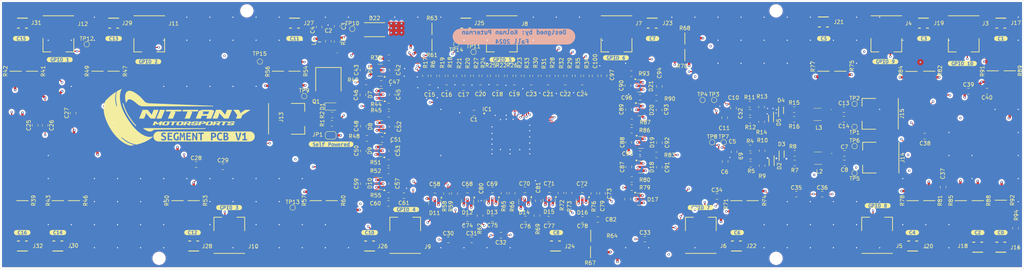
<source format=kicad_pcb>
(kicad_pcb (version 20240108) (generator "pcbnew") (generator_version "8.0")
  (layers (0 "F.Cu" signal) (1 "In1.Cu" signal) (2 "In2.Cu" signal) (31 "B.Cu" signal) (34 "B.Paste" user) (35 "F.Paste" user) (36 "B.SilkS" user "B.Silkscreen") (37 "F.SilkS" user "F.Silkscreen") (38 "B.Mask" user) (39 "F.Mask" user) (44 "Edge.Cuts" user))
  (net 0 "")
  (net 1 "V+")
  (net 2 "GND")
  (net 3 "Net-(D1-K)")
  (net 4 "DRIVE")
  (net 5 "VREG")
  (net 6 "IMA")
  (net 7 "IPA")
  (net 8 "Net-(C7-Pad1)")
  (net 9 "isoSPIA1")
  (net 10 "Net-(C8-Pad1)")
  (net 11 "isoSPIA2")
  (net 12 "Net-(C9-Pad1)")
  (net 13 "IMB")
  (net 14 "IPB")
  (net 15 "Net-(C12-Pad1)")
  (net 16 "isoSPIB1")
  (net 17 "Net-(C13-Pad1)")
  (net 18 "isoSPIB2")
  (net 19 "Net-(C14-Pad1)")
  (net 20 "GPIO1")
  (net 21 "GPIO2")
  (net 22 "GPIO3")
  (net 23 "GPIO6")
  (net 24 "GPIO8")
  (net 25 "GPIO9")
  (net 26 "GPIO7")
  (net 27 "GPIO10")
  (net 28 "S15P")
  (net 29 "S16P")
  (net 30 "S14N")
  (net 31 "S13P")
  (net 32 "S12P")
  (net 33 "S11P")
  (net 34 "S10P")
  (net 35 "S9P")
  (net 36 "S8P")
  (net 37 "S7P")
  (net 38 "S6P")
  (net 39 "S5P")
  (net 40 "S4P")
  (net 41 "S3P")
  (net 42 "S2P")
  (net 43 "S1P")
  (net 44 "CELL16")
  (net 45 "CELL15")
  (net 46 "S16N")
  (net 47 "C16")
  (net 48 "C16:15")
  (net 49 "CELL14")
  (net 50 "S15N")
  (net 51 "C15")
  (net 52 "C14:13")
  (net 53 "C14")
  (net 54 "CELL13")
  (net 55 "C13")
  (net 56 "S14P")
  (net 57 "S13N")
  (net 58 "CELL12")
  (net 59 "CELL11")
  (net 60 "CELL10")
  (net 61 "S12N")
  (net 62 "S11N")
  (net 63 "C12:11")
  (net 64 "C12")
  (net 65 "C11")
  (net 66 "CELL9")
  (net 67 "CELL8")
  (net 68 "CELL7")
  (net 69 "CELL6")
  (net 70 "CELL5")
  (net 71 "CELL4")
  (net 72 "S10N")
  (net 73 "S9N")
  (net 74 "S8N")
  (net 75 "S7N")
  (net 76 "S6N")
  (net 77 "S5N")
  (net 78 "C10")
  (net 79 "C10:9")
  (net 80 "C9")
  (net 81 "C8:7")
  (net 82 "C8")
  (net 83 "C7")
  (net 84 "C6:5")
  (net 85 "C6")
  (net 86 "CELL3")
  (net 87 "CELL2")
  (net 88 "CELL1")
  (net 89 "CELL0")
  (net 90 "S4N")
  (net 91 "S3N")
  (net 92 "S2N")
  (net 93 "S1N")
  (net 94 "C4:3")
  (net 95 "C4")
  (net 96 "C3")
  (net 97 "C2")
  (net 98 "C2:1")
  (net 99 "C1")
  (net 100 "Net-(D1-A)")
  (net 101 "Net-(D2-Pad2)")
  (net 102 "Net-(D3-Pad2)")
  (net 103 "Net-(D4-Pad2)")
  (net 104 "Net-(D5-Pad2)")
  (net 105 "Clamp")
  (net 106 "C5")
  (net 107 "GPIO4")
  (net 108 "VREF2")
  (net 110 "VREF1")
  (net 111 "GPIO5")
  (net 112 "GPIO9_CONN")
  (net 113 "GPIO10_CONN")
  (net 114 "GPIO8_CONN")
  (net 115 "GPIO3_CONN")
  (net 116 "GPIO4_CONN")
  (net 117 "GPIO6_CONN")
  (net 118 "GPIO2_CONN")
  (net 119 "GPIO7_CONN")
  (net 120 "GPIO5_CONN")
  (net 121 "GPIO1_CONN")
  (net 122 "Vin")
  (net 123 "Net-(Q1-E)")
  (net 124 "Net-(Q1-B)")
  (footprint "FSAE Footprints Library:U.FL-R-SMT-1_10_" (layer "F.Cu") (at 186 174)
    (property "Reference" "J26")
    (property "Value" "U.FL-R-SMT-1_10_" (hide yes))
  )
  (footprint "Capacitor_SMD:C_0805_2012Metric_Pad1.18x1.45mm_HandSolder" (layer "F.Cu") (at 184.2625 128.2 -90)
    (property "Reference" "C43")
    (property "Value" "10n")
  )
  (footprint "Resistor_SMD:R_0805_2012Metric_Pad1.20x1.40mm_HandSolder" (layer "F.Cu") (at 215.9 129.7 90)
    (property "Reference" "R24")
    (property "Value" "1k")
  )
  (footprint "Capacitor_SMD:C_0805_2012Metric_Pad1.18x1.45mm_HandSolder" (layer "F.Cu") (at 212.5 172.4)
    (property "Reference" "C31")
    (property "Value" "0.22u")
  )
  (footprint "Package_TO_SOT_SMD:SOT-23" (layer "F.Cu") (at 211.45 162.5375 -90)
    (property "Reference" "D12")
    (property "Value" "BAV70")
  )
  (footprint "Capacitor_SMD:C_0805_2012Metric_Pad1.18x1.45mm_HandSolder" (layer "F.Cu") (at 109 139.4 90)
    (property "Reference" "C27")
    (property "Value" "0.22u")
  )
  (footprint "FSAE Footprints Library:QFP50P1400X1400X160-81N" (layer "F.Cu") (at 223 145)
    (property "Reference" "IC1")
    (property "Value" "ADBMS6830BCSWZ" (hide yes))
  )
  (footprint "FSAE Footprints Library:U.FL-R-SMT-1_10_" (layer "F.Cu") (at 329.9 116 180)
    (property "Reference" "J19")
    (property "Value" "U.FL-R-SMT-1_10_" (hide yes))
  )
  (footprint "FSAE Footprints Library:RESC6432X65N" (layer "F.Cu") (at 243.4 175.6)
    (property "Reference" "R67")
    (property "Value" "15" (hide yes))
  )
  (footprint "Resistor_SMD:R_0805_2012Metric_Pad1.20x1.40mm_HandSolder" (layer "F.Cu") (at 229.1 129.7 90)
    (property "Reference" "R30")
    (property "Value" "1k")
  )
  (footprint "FSAE Footprints Library:U.FL-R-SMT-1_10_" (layer "F.Cu") (at 281.3 174)
    (property "Reference" "J22")
    (property "Value" "U.FL-R-SMT-1_10_" (hide yes))
  )
  (footprint "Capacitor_SMD:C_0805_2012Metric_Pad1.18x1.45mm_HandSolder" (layer "F.Cu") (at 202.9625 159.5 180)
    (property "Reference" "C58")
    (property "Value" "0.22u")
  )
  (footprint "Resistor_SMD:R_0805_2012Metric_Pad1.20x1.40mm_HandSolder" (layer "F.Cu") (at 287.9875 149.2 90)
    (property "Reference" "R10")
    (property "Value" "43")
  )
  (footprint "Resistor_SMD:R_0805_2012Metric_Pad1.20x1.40mm_HandSolder" (layer "F.Cu") (at 208.0875 160.3625 90)
    (property "Reference" "R59")
    (property "Value" "200")
  )
  (footprint "Capacitor_SMD:C_0805_2012Metric_Pad1.18x1.45mm_HandSolder" (layer "F.Cu") (at 206.4625 172.4)
    (property "Reference" "C30")
    (property "Value" "0.22u")
  )
  (footprint "Capacitor_SMD:C_0805_2012Metric_Pad1.18x1.45mm_HandSolder" (layer "F.Cu") (at 241.3 167.1)
    (property "Reference" "C78")
    (property "Value" "10n")
  )
  (footprint "Resistor_SMD:R_0805_2012Metric_Pad1.20x1.40mm_HandSolder" (layer "F.Cu") (at 200.5 129.7 90)
    (property "Reference" "R17")
    (property "Value" "10k")
  )
  (footprint "MountingHole:MountingHole_3mm" (layer "F.Cu") (at 131.3 177.206)
    (property "Reference" "H3" (hide yes))
    (property "Value" "MountingHole")
  )
  (footprint "Capacitor_SMD:C_0805_2012Metric_Pad1.18x1.45mm_HandSolder" (layer "F.Cu") (at 219.2 132.8 180)
    (property "Reference" "C18")
    (property "Value" "0.1u")
  )
  (footprint "Capacitor_SMD:C_0805_2012Metric_Pad1.18x1.45mm_HandSolder" (layer "F.Cu") (at 241.2375 132.8 180)
    (property "Reference" "C24")
    (property "Value" "0.1u")
  )
  (footprint "Resistor_SMD:R_0805_2012Metric_Pad1.20x1.40mm_HandSolder" (layer "F.Cu") (at 244.2625 160.3 90)
    (property "Reference" "R76")
    (property "Value" "200")
  )
  (footprint "kibuzzard-671ADDD3" (layer "F.Cu") (at 176 147.5)
    (property "Reference" "kibuzzard-671ADDD3" (hide yes))
    (property "Value" "G***" (hide yes))
  )
  (footprint "FSAE Footprints Library:RESC6432X65N" (layer "F.Cu") (at 243.45 171.35)
    (property "Reference" "R64")
    (property "Value" "15" (hide yes))
  )
  (footprint "LOGO" (layer "F.Cu") (at 135.601579 139.736687)
    (property "Reference" "G***" (hide yes))
    (property "Value" "LOGO" (hide yes))
  )
  (footprint "Jumper:SolderJumper-2_P1.3mm_Open_RoundedPad1.0x1.5mm" (layer "F.Cu") (at 175.9 145.2 180)
    (property "Reference" "JP1")
    (property "Value" "SolderJumper_2_Open")
  )
  (footprint "FSAE Footprints Library:RESC6432X65N" (layer "F.Cu") (at 281.3 162.2 90)
    (property "Reference" "R71")
    (property "Value" "15" (hide yes))
  )
  (footprint "Capacitor_SMD:C_0805_2012Metric_Pad1.18x1.45mm_HandSolder" (layer "F.Cu") (at 253.1 132.2375 -90)
    (property "Reference" "C90")
    (property "Value" "0.22u")
  )
  (footprint "Capacitor_SMD:C_0805_2012Metric_Pad1.18x1.45mm_HandSolder" (layer "F.Cu") (at 191.8625 142.925 90)
    (property "Reference" "C52")
    (property "Value" "0.22u")
  )
  (footprint "Capacitor_SMD:C_0805_2012Metric_Pad1.18x1.45mm_HandSolder" (layer "F.Cu") (at 253.2375 138.4875 -90)
    (property "Reference" "C89")
    (property "Value" "0.22u")
  )
  (footprint "FSAE Footprints Library:RESC6432X65N" (layer "F.Cu") (at 267.9 124.3)
    (property "Reference" "R70")
    (property "Value" "15" (hide yes))
  )
  (footprint "Capacitor_SMD:C_0805_2012Metric_Pad1.18x1.45mm_HandSolder" (layer "F.Cu") (at 99.1 142.6 90)
    (property "Reference" "C25")
    (property "Value" "0.22u")
  )
  (footprint "Capacitor_SMD:C_0805_2012Metric_Pad1.18x1.45mm_HandSolder" (layer "F.Cu") (at 280.5375 138.1 -90)
    (property "Reference" "C10")
    (property "Value" "330p")
  )
  (footprint "Resistor_SMD:R_0805_2012Metric_Pad1.20x1.40mm_HandSolder" (layer "F.Cu") (at 296.3 138.5)
    (property "Reference" "R15")
    (property "Value" "15")
  )
  (footprint "Capacitor_SMD:C_0805_2012Metric_Pad1.18x1.45mm_HandSolder" (layer "F.Cu") (at 303.6 160.5)
    (property "Reference" "C36")
    (property "Value" "0.22u")
  )
  (footprint "TestPoint:TestPoint_Pad_D1.0mm" (layer "F.Cu") (at 208.5 121.5 180)
    (property "Reference" "TP14")
    (property "Value" "TestPoint")
  )
  (footprint "Resistor_SMD:R_0805_2012Metric_Pad1.20x1.40mm_HandSolder" (layer "F.Cu") (at 214.7 166.1 90)
    (property "Reference" "R62")
    (property "Value" "200")
  )
  (footprint "Resistor_SMD:R_0805_2012Metric_Pad1.20x1.40mm_HandSolder" (layer "F.Cu") (at 287.8375 141.7 90)
    (property "Reference" "R14")
    (property "Value" "43")
  )
  (footprint "Resistor_SMD:R_0805_2012Metric_Pad1.20x1.40mm_HandSolder" (layer "F.Cu") (at 260.5 135.5 180)
    (property "Reference" "R90")
    (property "Value" "200")
  )
  (footprint "kibuzzard-671AD0BD" (layer "F.Cu") (at 350 120)
    (property "Reference" "kibuzzard-671AD0BD" (hide yes))
    (property "Value" "G***" (hide yes))
  )
  (footprint "FSAE Footprints Library:RESC6432X65N" (layer "F.Cu") (at 140.3 162.2 90)
    (property "Reference" "R53")
    (property "Value" "15" (hide yes))
  )
  (footprint "Capacitor_SMD:C_0805_2012Metric_Pad1.18x1.45mm_HandSolder" (layer "F.Cu") (at 261.3 132.4625 90)
    (property "Reference" "C94")
    (property "Value" "10n")
  )
  (footprint "Capacitor_SMD:C_0805_2012Metric_Pad1.18x1.45mm_HandSolder" (layer "F.Cu") (at 191.7625 149.25 90)
    (property "Reference" "C53")
    (property "Value" "0.22u")
  )
  (footprint "FSAE Footprints Library:RESC6432X65N" (layer "F.Cu") (at 98.3 128.5 -90)
    (property "Reference" "R41")
    (property "Value" "15" (hide yes))
  )
  (footprint "FSAE Footprints Library:U.FL-R-SMT-1_10_" (layer "F.Cu") (at 166.5 116 180)
    (property "Reference" "J27")
    (property "Value" "U.FL-R-SMT-1_10_" (hide yes))
  )
  (footprint "Capacitor_SMD:C_0805_2012Metric_Pad1.18x1.45mm_HandSolder" (layer "F.Cu") (at 190.9025 162.915 180)
    (property "Reference" "C60")
    (property "Value" "10n")
  )
  (footprint "kibuzzard-671AD21F" (layer "F.Cu") (at 344 170.5)
    (property "Reference" "kibuzzard-671AD21F" (hide yes))
    (property "Value" "G***" (hide yes))
  )
  (footprint "Resistor_SMD:R_0805_2012Metric_Pad1.20x1.40mm_HandSolder" (layer "F.Cu") (at 260.5 150.3 180)
    (property "Reference" "R83")
    (property "Value" "200")
  )
  (footprint "Resistor_SMD:R_0805_2012Metric_Pad1.20x1.40mm_HandSolder" (layer "F.Cu") (at 202.7 129.7 90)
    (property "Reference" "R6")
    (property "Value" "1k")
  )
  (footprint "TestPoint:TestPoint_Pad_D1.0mm" (layer "F.Cu") (at 312 148)
    (property "Reference" "TP6")
    (property "Value" "TestPoint")
  )
  (footprint "kibuzzard-671AD523" (layer "F.Cu") (at 320 126)
    (property "Reference" "kibuzzard-671AD523" (hide yes))
    (property "Value" "G***" (hide yes))
  )
  (footprint "FSAE Footprints Library:RESC6432X65N" (layer "F.Cu") (at 202.2 121.7 180)
    (property "Reference" "R61")
    (property "Value" "15" (hide yes))
  )
  (footprint "FSAE Footprints Library:RESC6432X65N" (layer "F.Cu") (at 326.7698 128.5602 -90)
    (property "Reference" "R84")
    (property "Value" "15" (hide yes))
  )
  (footprint "FSAE Footprints Library:5023520200" (layer "F.Cu") (at 128.75 123.48 180)
    (property "Reference" "J11")
    (property "Value" "502352-0200" (hide yes))
  )
  (footprint "Package_TO_SOT_SMD:SOT-23" (layer "F.Cu") (at 256.3375 138.55)
    (property "Reference" "D20")
    (property "Value" "BAV70")
  )
  (footprint "Resistor_SMD:R_0805_2012Metric_Pad1.20x1.40mm_HandSolder" (layer "F.Cu") (at 233.5 129.7 90)
    (property "Reference" "R28")
    (property "Value" "1k")
  )
  (footprint "FSAE Footprints Library:U.FL-R-SMT-1_10_" (layer "F.Cu") (at 105 174)
    (property "Reference" "J30")
    (property "Value" "U.FL-R-SMT-1_10_" (hide yes))
  )
  (footprint "FSAE Footprints Library:SOD2613X114N" (layer "F.Cu") (at 292.9 138.7 90)
    (property "Reference" "D4")
    (property "Value" "SD12C-01FTG" (hide yes))
  )
  (footprint "FSAE Footprints Library:5023520200" (layer "F.Cu") (at 195.25 166.52)
    (property "Reference" "J9")
    (property "Value" "502352-0200" (hide yes))
  )
  (footprint "kibuzzard-671AD11F" (layer "F.Cu") (at 119.5 120)
    (property "Reference" "kibuzzard-671AD11F" (hide yes))
    (property "Value" "G***" (hide yes))
  )
  (footprint "Capacitor_SMD:C_0805_2012Metric_Pad1.18x1.45mm_HandSolder" (layer "F.Cu") (at 194.9 160.9)
    (property "Reference" "C61")
    (property "Value" "10n")
  )
  (footprint "Capacitor_SMD:C_0805_2012Metric_Pad1.18x1.45mm_HandSolder" (layer "F.Cu") (at 228 132.8 180)
    (property "Reference" "C23")
    (property "Value" "0.1u")
  )
  (footprint "Capacitor_SMD:C_0805_2012Metric_Pad1.18x1.45mm_HandSolder" (layer "F.Cu") (at 140.9375 152.8)
    (property "Reference" "C28")
    (property "Value" "0.22u")
  )
  (footprint "Capacitor_SMD:C_0805_2012Metric_Pad1.18x1.45mm_HandSolder" (layer "F.Cu") (at 278.3875 152 90)
    (property "Reference" "C6")
    (property "Value" "330p")
  )
  (footprint "Capacitor_SMD:C_0805_2012Metric_Pad1.18x1.45mm_HandSolder" (layer "F.Cu") (at 210.4 132.8 180)
    (property "Reference" "C17")
    (property "Value" "0.1u")
  )
  (footprint "Resistor_SMD:R_0805_2012Metric_Pad1.20x1.40mm_HandSolder" (layer "F.Cu") (at 213.7 129.7 90)
    (property "Reference" "R27")
    (property "Value" "10k")
  )
  (footprint "FSAE Footprints Library:RESC6432X65N" (layer "F.Cu") (at 162.2 128.5 -90)
    (property "Reference" "R56")
    (property "Value" "15" (hide yes))
  )
  (footprint "Capacitor_SMD:C_0805_2012Metric_Pad1.18x1.45mm_HandSolder" (layer "F.Cu") (at 278.2375 140.6 90)
    (property "Reference" "C11")
    (property "Value" "330p")
  )
  (footprint "Resistor_SMD:R_0805_2012Metric_Pad1.20x1.40mm_HandSolder" (layer "F.Cu") (at 190.9 154.45)
    (property "Reference" "R52")
    (property "Value" "200")
  )
  (footprint "Capacitor_SMD:C_0805_2012Metric_Pad1.18x1.45mm_HandSolder" (layer "F.Cu") (at 211.4 166.9)
    (property "Reference" "C74")
    (property "Value" "10n")
  )
  (footprint "Resistor_SMD:R_0805_2012Metric_Pad1.20x1.40mm_HandSolder" (layer "F.Cu") (at 284.8875 148.5)
    (property "Reference" "R4")
    (property "Value" "22")
  )
  (footprint "kibuzzard-671AD1E8" (layer "F.Cu") (at 140 170.5)
    (property "Reference" "kibuzzard-671AD1E8" (hide yes))
    (property "Value" "G***" (hide yes))
  )
  (footprint "Resistor_SMD:R_0805_2012Metric_Pad1.20x1.40mm_HandSolder" (layer "F.Cu") (at 231.3 129.7 90)
    (property "Reference" "R31")
    (property "Value" "10k")
  )
  (footprint "Package_TO_SOT_SMD:SOT-23" (layer "F.Cu") (at 256.1625 161.825)
    (property "Reference" "D17")
    (property "Value" "BAV70")
  )
  (footprint "Capacitor_SMD:C_0805_2012Metric_Pad1.18x1.45mm_HandSolder" (layer "F.Cu") (at 214.8 132.8 180)
    (property "Reference" "C20")
    (property "Value" "0.1u")
  )
  (footprint "Capacitor_SMD:C_0805_2012Metric_Pad1.18x1.45mm_HandSolder" (layer "F.Cu") (at 101.7 142.6 -90)
    (property "Reference" "C26")
    (property "Value" "0.22u")
  )
  (footprint "MountingHole:MountingHole_3mm" (layer "F.Cu") (at 291.6 177.206)
    (property "Reference" "H4" (hide yes))
    (property "Value" "MountingHole")
  )
  (footprint "Capacitor_SMD:C_0805_2012Metric_Pad1.18x1.45mm_HandSolder" (layer "F.Cu") (at 213.1 139.4 180)
    (property "Reference" "C1")
    (property "Value" "10n")
  )
  (footprint "Resistor_SMD:R_0805_2012Metric_Pad1.20x1.40mm_HandSolder" (layer "F.Cu") (at 287.8375 137.8 90)
    (property "Reference" "R13")
    (property "Value" "43")
  )
  (footprint "Capacitor_SMD:C_0805_2012Metric_Pad1.18x1.45mm_HandSolder" (layer "F.Cu") (at 232.5 167)
    (property "Reference" "C77")
    (property "Value" "10n")
  )
  (footprint "Resistor_SMD:R_0805_2012Metric_Pad1.20x1.40mm_HandSolder" (layer "F.Cu") (at 205.9875 160.3625 90)
    (property "Reference" "R58")
    (property "Value" "200")
  )
  (footprint "Resistor_SMD:R_0805_2012Metric_Pad1.20x1.40mm_HandSolder" (layer "F.Cu") (at 191 137.6)
    (property "Reference" "R44")
    (property "Value" "200")
  )
  (footprint "FSAE Footprints Library:RESC6432X65N" (layer "F.Cu") (at 285.5 162.2 90)
    (property "Reference" "R74")
    (property "Value" "15" (hide yes))
  )
  (footprint "Package_TO_SOT_SMD:SOT-23" (layer "F.Cu") (at 256.2 132.3375)
    (property "Reference" "D21")
    (property "Value" "BAV70")
  )
  (footprint "kibuzzard-671AD153" (layer "F.Cu") (at 330 120)
    (property "Reference" "kibuzzard-671AD153" (hide yes))
    (property "Value" "G***" (hide yes))
  )
  (footprint "FSAE Footprints Library:5023520200" (layer "F.Cu") (at 340.35 123.48 180)
    (property "Reference" "J3")
    (property "Value" "502352-0200" (hide yes))
  )
  (footprint "TestPoint:TestPoint_Pad_D1.0mm" (layer "F.Cu") (at 275 147)
    (property "Reference" "TP8")
    (property "Value" "TestPoint")
  )
  (footprint "kibuzzard-671AD12D" (layer "F.Cu") (at 166.5 120)
    (property "Reference" "kibuzzard-671AD12D" (hide yes))
    (property "Value" "G***" (hide yes))
  )
  (footprint "FSAE Footprints Library:5023520200" (layer "F.Cu") (at 149.55 166.52)
    (property "Reference" "J10")
    (property "Value" "502352-0200" (hide yes))
  )
  (footprint "FSAE Footprints Library:U.FL-R-SMT-1_10_" (layer "F.Cu") (at 95.8 116 180)
    (property "Reference" "J31")
    (property "Value" "U.FL-R-SMT-1_10_" (hide yes))
  )
  (footprint "Capacitor_SMD:C_0805_2012Metric_Pad1.18x1.45mm_HandSolder" (layer "F.Cu") (at 256.3 135.3 180)
    (property "Reference" "C96")
    (property "Value" "10n")
  )
  (footprint "Resistor_SMD:R_0805_2012Metric_Pad1.20x1.40mm_HandSolder" (layer "F.Cu") (at 211.5 129.7 90)
    (property "Reference" "R20")
    (property "Value" "1k")
  )
  (footprint "kibuzzard-671AD22C" (layer "F.Cu") (at 350 170.5)
    (property "Reference" "kibuzzard-671AD22C" (hide yes))
    (property "Value" "G***" (hide yes))
  )
  (footprint "Capacitor_SMD:C_0805_2012Metric_Pad1.18x1.45mm_HandSolder" (layer "F.Cu") (at 184.3625 149.2625 -90)
    (property "Reference" "C50")
    (property "Value" "10n")
  )
  (footprint "Package_TO_SOT_SMD:SOT-23" (layer "F.Cu") (at 188.7625 134.6 180)
    (property "Reference" "D7")
    (property "Value" "BAV70")
  )
  (footprint "Capacitor_SMD:C_0805_2012Metric_Pad1.18x1.45mm_HandSolder" (layer "F.Cu") (at 284.9875 150.6 180)
    (property "Reference" "C9")
    (property "Value" "22n")
  )
  (footprint "Package_TO_SOT_SMD:SOT-23" (layer "F.Cu") (at 217.875 162.5 -90)
    (property "Reference" "D13")
    (property "Value" "BAV70")
  )
  (footprint "Resistor_SMD:R_0805_2012Metric_Pad1.20x1.40mm_HandSolder" (layer "F.Cu") (at 287.9875 153.1 90)
    (property "Reference" "R9")
    (property "Value" "43")
  )
  (footprint "FSAE Footprints Library:RESC6432X65N" (layer "F.Cu") (at 166.5 128.5 -90)
    (property "Reference" "R54")
    (property "Value" "15" (hide yes))
  )
  (footprint "Package_TO_SOT_SMD:SOT-23" (layer "F.Cu") (at 188.7625 142.9 180)
    (property "Reference" "D8")
    (property "Value" "BAV70")
  )
  (footprint "FSAE Footprints Library:RESC6432X65N" (layer "F.Cu") (at 331.4 162.2 90)
    (property "Reference" "R81")
    (property "Value" "15" (hide yes))
  )
  (footprint "kibuzzard-671AD462" (layer "F.Cu") (at 318 163.5)
    (property "Reference" "kibuzzard-671AD462" (hide yes))
    (property "Value" "G***" (hide yes))
  )
  (footprint "Capacitor_SMD:C_0805_2012Metric_Pad1.18x1.45mm_HandSolder" (layer "F.Cu") (at 309.2 138.5)
    (property "Reference" "C13")
    (property "Value" "22n")
  )
  (footprint "FSAE Footprints Library:RESC6432X65N" (layer "F.Cu") (at 136.1 162.2 90)
    (property "Reference" "R50")
    (property "Value" "15" (hide yes))
  )
  (footprint "Resistor_SMD:R_0805_2012Metric_Pad1.20x1.40mm_HandSolder" (layer "F.Cu") (at 229.5 166.1 90)
    (property "Reference" "R69")
    (property "Value" "200")
  )
  (footprint "Capacitor_SMD:C_0805_2012Metric_Pad1.18x1.45mm_HandSolder" (layer "F.Cu") (at 215 162.3 90)
    (property "Reference" "C80")
    (property "Value" "10n")
  )
  (footprint "FSAE Footprints Library:5023520200" (layer "F.Cu") (at 272.05 166.52)
    (property "Reference" "J6")
    (property "Value" "502352-0200" (hide yes))
  )
  (footprint "kibuzzard-671AD147" (layer "F.Cu") (at 304 120)
    (property "Reference" "kibuzzard-671AD147" (hide yes))
    (property "Value" "G***" (hide yes))
  )
  (footprint "Capacitor_SMD:C_0805_2012Metric_Pad1.18x1.45mm_HandSolder" (layer "F.Cu") (at 184.3625 142.8 -90)
    (property "Reference" "C48")
    (property "Value" "10n")
  )
  (footprint "Resistor_SMD:R_0805_2012Metric_Pad1.20x1.40mm_HandSolder" (layer "F.Cu") (at 223.025 160.2625 90)
    (property "Reference" "R66")
    (property "Value" "200")
  )
  (footprint "MountingHole:MountingHole_3mm" (layer "F.Cu") (at 291.600802 112.794)
    (property "Reference" "H2" (hide yes))
    (property "Value" "MountingHole")
  )
  (footprint "FSAE Footprints Library:RESC6432X65N" (layer "F.Cu") (at 350 162.1 90)
    (property "Reference" "R92")
    (property "Value" "15" (hide yes))
  )
  (footprint "Package_TO_SOT_SMD:SOT-23" (layer "F.Cu") (at 202.9375 162.6 -90)
    (property "Reference" "D11")
    (property "Value" "BAV70")
  )
  (footprint "Capacitor_SMD:C_0805_2012Metric_Pad1.18x1.45mm_HandSolder" (layer "F.Cu") (at 341.6 133.7)
    (property "Reference" "C39")
    (property "Value" "0.22u")
  )
  (footprint "Resistor_SMD:R_0805_2012Metric_Pad1.20x1.40mm_HandSolder" (layer "F.Cu") (at 190.9025 160.815)
    (property "Reference" "R55")
    (property "Value" "200")
  )
  (footprint "Capacitor_SMD:C_0805_2012Metric_Pad1.18x1.45mm_HandSolder" (layer "F.Cu") (at 253.3 147.0375 -90)
    (property "Reference" "C88")
    (property "Value" "0.22u")
  )
  (footprint "Capacitor_SMD:C_0805_2012Metric_Pad1.18x1.45mm_HandSolder" (layer "F.Cu") (at 253.3375 153.45 -90)
    (property "Reference" "C87")
    (property "Value" "0.22u")
  )
  (footprint "Resistor_SMD:R_0805_2012Metric_Pad1.20x1.40mm_HandSolder" (layer "F.Cu") (at 284.8375 141.3)
    (property "Reference" "R12")
    (property "Value" "22")
  )
  (footprint "Capacitor_SMD:C_0805_2012Metric_Pad1.18x1.45mm_HandSolder" (layer "F.Cu") (at 261.3 147.1 90)
    (property "Reference" "C92")
    (property "Value" "10n")
  )
  (footprint "Capacitor_SMD:C_0805_2012Metric_Pad1.18x1.45mm_HandSolder" (layer "F.Cu") (at 335 158.7 90)
    (property "Reference" "C37")
    (property "Value" "0.22u")
  )
  (footprint "FSAE Footprints Library:RESC6432X65N" (layer "F.Cu") (at 172 162.2 90)
    (property "Reference" "R57")
    (property "Value" "15" (hide yes))
  )
  (footprint "Resistor_SMD:R_0805_2012Metric_Pad1.20x1.40mm_HandSolder" (layer "F.Cu") (at 224.7 129.7 90)
    (property "Reference" "R23")
    (property "Value" "1k")
  )
  (footprint "Capacitor_SMD:C_0805_2012Metric_Pad1.18x1.45mm_HandSolder" (layer "F.Cu") (at 217.9 166.9)
    (property "Reference" "C75")
    (property "Value" "10n")
  )
  (footprint "Resistor_SMD:R_0805_2012Metric_Pad1.20x1.40mm_HandSolder" (layer "F.Cu") (at 235.7375 129.7 90)
    (property "Reference" "R32")
    (property "Value" "10k")
  )
  (footprint "Capacitor_SMD:C_0805_2012Metric_Pad1.18x1.45mm_HandSolder" (layer "F.Cu") (at 232.725 159.3375 180)
    (property "Reference" "C71")
    (property "Value" "0.22u")
  )
  (footprint "kibuzzard-671AD4A2" (layer "F.Cu") (at 195.5 164.5)
    (property "Reference" "kibuzzard-671AD4A2" (hide yes))
    (property "Value" "G***" (hide yes))
  )
  (footprint "Capacitor_SMD:C_0805_2012Metric_Pad1.18x1.45mm_HandSolder" (layer "F.Cu") (at 346.4 133.7 180)
    (property "Reference" "C40")
    (property "Value" "0.22u")
  )
  (footprint "FSAE Footprints Library:U.FL-R-SMT-1_10_" (layer "F.Cu") (at 350 174.3115)
    (property "Reference" "J16")
    (property "Value" "U.FL-R-SMT-1_10_" (hide yes))
  )
  (footprint "Package_TO_SOT_SMD:SOT-23" (layer "F.Cu") (at 256.525 147.0375)
    (property "Reference" "D19")
    (property "Value" "BAV70")
  )
  (footprint "kibuzzard-671AD218" (layer "F.Cu") (at 327 170.5)
    (property "Reference" "kibuzzard-671AD218" (hide yes))
    (property "Value" "G***" (hide yes))
  )
  (footprint "Capacitor_SMD:C_0805_2012Metric_Pad1.18x1.45mm_HandSolder" (layer "F.Cu") (at 175.285 120.7 90)
    (property "Reference" "C2")
    (property "Value" "10n")
  )
  (footprint "Resistor_SMD:R_0805_2012Metric_Pad1.20x1.40mm_HandSolder" (layer "F.Cu") (at 218.1 129.7 90)
    (property "Reference" "R25")
    (property "Value" "10k")
  )
  (footprint "TestPoint:TestPoint_Pad_D1.0mm" (layer "F.Cu") (at 275.5 136)
    (property "Reference" "TP3")
    (property "Value" "TestPoint")
  )
  (footprint "TestPoint:TestPoint_Pad_D1.0mm" (layer "F.Cu") (at 157.5 126)
    (property "Reference" "TP15")
    (property "Value" "TestPoint")
  )
  (footprint "LED_SMD:LED_0805_2012Metric_Pad1.15x1.40mm_HandSolder" (layer "F.Cu") (at 176.3 137.7)
    (property "Reference" "D1")
    (property "Value" "LED")
  )
  (footprint "Capacitor_SMD:C_0805_2012Metric_Pad1.18x1.45mm_HandSolder" (layer "F.Cu") (at 280.6875 149.5 -90)
    (property "Reference" "C5")
    (property "Value" "330p")
  )
  (footprint "FSAE Footprints Library:U.FL-R-SMT-1_10_" (layer "F.Cu") (at 350 116 180)
    (property "Reference" "J17")
    (property "Value" "U.FL-R-SMT-1_10_" (hide yes))
  )
  (footprint "FSAE Footprints Library:SOD2613X114N" (layer "F.Cu") (at 293.05 150.1 90)
    (property "Reference" "D3")
    (property "Value" "SD12C-01FTG" (hide yes))
  )
  (footprint "Capacitor_SMD:C_0805_2012Metric_Pad1.18x1.45mm_HandSolder" (layer "F.Cu") (at 211.45 159.4375 180)
    (property "Reference" "C68")
    (property "Value" "0.22u")
  )
  (footprint "Resistor_SMD:R_0805_2012Metric_Pad1.20x1.40mm_HandSolder" (layer "F.Cu") (at 177.585 120.8 -90)
    (property "Reference" "R3")
    (property "Value" "10")
  )
  (footprint "Capacitor_SMD:C_0805_2012Metric_Pad1.18x1.45mm_HandSolder" (layer "F.Cu") (at 309.35 149.9)
    (property "Reference" "C7")
    (property "Value" "22n")
  )
  (footprint "FSAE Footprints Library:5023520200" (layer "F.Cu") (at 250.15 123.48 180)
    (property "Reference" "J7")
    (property "Value" "502352-0200" (hide yes))
  )
  (footprint "TestPoint:TestPoint_Pad_D1.0mm" (layer "F.Cu") (at 181.5 117.5)
    (property "Reference" "TP10")
    (property "Value" "TestPoint")
  )
  (footprint "FSAE Footprints Library:RESC6432X65N" (layer "F.Cu") (at 339.6 162.2 90)
    (property "Reference" "R85")
    (property "Value" "15" (hide yes))
  )
  (footprint "FSAE Footprints Library:U.FL-R-SMT-1_10_" (layer "F.Cu") (at 119.5 116 180)
    (property "Reference" "J29")
    (property "Value" "U.FL-R-SMT-1_10_" (hide yes))
  )
  (footprint "Capacitor_SMD:C_0805_2012Metric_Pad1.18x1.45mm_HandSolder" (layer "F.Cu") (at 172.885 117 90)
    (property "Reference" "C4")
    (property "Value" "1u")
  )
  (footprint "Capacitor_SMD:C_0805_2012Metric_Pad1.18x1.45mm_HandSolder" (layer "F.Cu") (at 296.8625 160.5)
    (property "Reference" "C35")
    (property "Value" "0.22u")
  )
  (footprint "FSAE Footprints Library:DLW43SH101XK2L" (layer "F.Cu") (at 302.375 139.75 180)
    (property "Reference" "L3")
    (property "Value" "DLW43SH101XK2L" (hide yes))
  )
  (footprint "Resistor_SMD:R_0805_2012Metric_Pad1.20x1.40mm_HandSolder" (layer "F.Cu") (at 207.1 129.7 90)
    (property "Reference" "R18")
    (property "Value" "1k")
  )
  (footprint "FSAE Footprints Library:5023520200" (layer "F.Cu") (at 317.85 166.52)
    (property "Reference" "J5")
    (property "Value" "502352-0200" (hide yes))
  )
  (footprint "Resistor_SMD:R_0805_2012Metric_Pad1.20x1.40mm_HandSolder" (layer "F.Cu") (at 284.7375 137.1)
    (property "Reference" "R11")
    (property "Value" "22")
  )
  (footprint "Capacitor_SMD:C_0805_2012Metric_Pad1.18x1.45mm_HandSolder" (layer "F.Cu") (at 223.6 132.8 180)
    (property "Reference" "C19")
    (property "Value" "0.1u")
  )
  (footprint "Capacitor_SMD:C_0805_2012Metric_Pad1.18x1.45mm_HandSolder" (layer "F.Cu") (at 189 131.7)
    (property "Reference" "C47")
    (property "Value" "10n")
  )
  (footprint "kibuzzard-671AD110" (layer "F.Cu") (at 95.5 120)
    (property "Reference" "kibuzzard-671AD110" (hide yes))
    (property "Value" "G***" (hide yes))
  )
  (footprint "FSAE Footprints Library:RESC6432X65N" (layer "F.Cu") (at 327.1 162.2 90)
    (property "Reference" "R78")
    (property "Value" "15" (hide yes))
  )
  (footprint "Capacitor_SMD:C_0805_2012Metric_Pad1.18x1.45mm_HandSolder" (layer "F.Cu") (at 189.2625 146.3)
    (property "Reference" "C51")
    (property "Value" "10n")
  )
  (footprint "Resistor_SMD:R_0805_2012Metric_Pad1.20x1.40mm_HandSolder" (layer "F.Cu") (at 209.3 129.7 90)
    (property "Reference" "R21")
    (property "Value" "10k")
  )
  (footprint "FSAE Footprints Library:DLW43SH101XK2L" (layer "F.Cu") (at 302.525 151.15 180)
    (property "Reference" "L2")
    (property "Value" "DLW43SH101XK2L" (hide yes))
  )
  (footprint "Resistor_SMD:R_0805_2012Metric_Pad1.20x1.40mm_HandSolder" (layer "F.Cu") (at 254.0625 143.8875 180)
    (property "Reference" "R86")
    (property "Value" "200")
  )
  (footprint "FSAE Footprints Library:RESC6432X65N" (layer "F.Cu") (at 176.15 162.2 90)
    (property "Reference" "R60")
    (property "Value" "15" (hide yes))
  )
  (footprint "TestPoint:TestPoint_Pad_D1.0mm" (layer "F.Cu") (at 272.5 136)
    (property "Reference" "TP4")
    (property "Value" "TestPoint")
  )
  (footprint "Package_TO_SOT_SMD:SOT-23" (layer "F.Cu") (at 232.65 162.4375 -90)
    (property "Reference" "D15")
    (property "Value" "BAV70")
  )
  (footprint "kibuzzard-671AD1D4" (layer "F.Cu") (at 95.75 170.5)
    (property "Reference" "kibuzzard-671AD1D4" (hide yes))
    (property "Value" "G***" (hide yes))
  )
  (footprint "FSAE Footprints Library:RESC6432X65N" (layer "F.Cu") (at 331.4 128.5 -90)
    (property "Reference" "R82")
    (property "Value" "15" (hide yes))
  )
  (footprint "Resistor_SMD:R_0805_2012Metric_Pad1.20x1.40mm_HandSolder" (layer "F.Cu") (at 254.1 158.8 180)
    (property "Reference" "R79")
    (property "Value" "200")
  )
  (footprint "FSAE Footprints Library:U.FL-R-SMT-1_10_" (layer "F.Cu") (at 140.3 174)
    (property "Reference" "J28")
    (property "Value" "U.FL-R-SMT-1_10_" (hide yes))
  )
  (footprint "Capacitor_SMD:C_0805_2012Metric_Pad1.18x1.45mm_HandSolder" (layer "F.Cu") (at 191.8625 134.6 90)
    (property "Reference" "C45")
    (property "Value" "0.22u")
  )
  (footprint "FSAE Footprints Library:RESC6432X65N" (layer "F.Cu") (at 115.3 128.5 -90)
    (property "Reference" "R49")
    (property "Value" "15" (hide yes))
  )
  (footprint "kibuzzard-671AD135" (layer "F.Cu") (at 211 120)
    (property "Reference" "kibuzzard-671AD135" (hide yes))
    (property "Value" "G***" (hide yes))
  )
  (footprint "Capacitor_SMD:C_0805_2012Metric_Pad1.18x1.45mm_HandSolder" (layer "F.Cu") (at 261.3 153.5 90)
    (property "Reference" "C91")
    (property "Value" "10n")
  )
  (footprint "TestPoint:TestPoint_Pad_D1.0mm" (layer "F.Cu") (at 169 135)
    (property "Reference" "TP9")
    (property "Value" "TestPoint")
  )
  (footprint "Resistor_SMD:R_0805_2012Metric_Pad1.20x1.40mm_HandSolder" (layer "F.Cu") (at 176.2 142.1)
    (property "Reference" "R1")
    (property "Value" "1k")
  )
  (footprint "FSAE Footprints Library:SOD2613X114N" (layer "F.Cu") (at 290.45 152.2 -90)
    (property "Reference" "D2")
    (property "Value" "SD12C-01FTG" (hide yes))
  )
  (footprint "Capacitor_SMD:C_0805_2012Metric_Pad1.18x1.45mm_HandSolder" (layer "F.Cu") (at 226.3375 159.3625 180)
    (property "Reference" "C70")
    (property "Value" "0.22u")
  )
  (footprint "FSAE Footprints Library:MJD31CAJ" (layer "F.Cu") (at 175.3 129.5 180)
    (property "Reference" "Q1")
    (property "Value" "MJD31CAJ" (hide yes))
  )
  (footprint "Resistor_SMD:R_0805_2012Metric_Pad1.20x1.40mm_HandSolder" (layer "F.Cu") (at 296.45 152.4)
    (property "Reference" "R7")
    (property "Value" "15")
  )
  (footprint "Resistor_SMD:R_0805_2012Metric_Pad1.20x1.40mm_HandSolder" (layer "F.Cu") (at 240.1375 129.7 90)
    (property "Reference" "R35")
    (property "Value" "10k")
  )
  (footprint "Package_TO_SOT_SMD:SOT-23" (layer "F.Cu") (at 256.5 153.45)
    (property "Reference" "D18")
    (property "Value" "BAV70")
  )
  (footprint "Capacitor_SMD:C_0805_2012Metric_Pad1.18x1.45mm_HandSolder" (layer "F.Cu") (at 309.3625 152.4)
    (property "Reference" "C8")
    (property "Value" "22n")
  )
  (footprint "FSAE Footprints Library:5023520200" (layer "F.Cu") (at 220.35 123.48 180)
    (property "Reference" "J8")
    (property "Value" "502352-0200" (hide yes))
  )
  (footprint "Resistor_SMD:R_0805_2012Metric_Pad1.20x1.40mm_HandSolder" (layer "F.Cu") (at 204.9 129.7 90)
    (property "Reference" "R19")
    (property "Value" "10k")
  )
  (footprint "Capacitor_SMD:C_0805_2012Metric_Pad1.18x1.45mm_HandSolder" (layer "F.Cu") (at 246.9 129.7 90)
    (property "Reference" "C97")
    (property "Value" "1u")
  )
  (footprint "Resistor_SMD:R_0805_2012Metric_Pad1.20x1.40mm_HandSolder" (layer "F.Cu") (at 242.3375 129.7 90)
    (property "Reference" "R34")
    (property "Value" "1k")
  )
  (footprint "Capacitor_SMD:C_0805_2012Metric_Pad1.18x1.45mm_HandSolder" (layer "F.Cu") (at 241.2625 159.4 180)
    (property "Reference" "C72")
    (property "Value" "0.22u")
  )
  (footprint "Capacitor_SMD:C_0805_2012Metric_Pad1.18x1.45mm_HandSolder" (layer "F.Cu") (at 206 132.8 180)
    (property "Reference" "C16")
    (property "Value" "0.1u")
  )
  (footprint "Resistor_SMD:R_0805_2012Metric_Pad1.20x1.40mm_HandSolder" (layer "F.Cu") (at 237.8 160.2 90)
    (property "Reference" "R73")
    (property "Value" "200")
  )
  (footprint "Resistor_SMD:R_0805_2012Metric_Pad1.20x1.40mm_HandSolder" (layer "F.Cu") (at 284.9875 152.7)
    (property "Reference" "R5")
    (property "Value" "22")
  )
  (footprint "Resistor_SMD:R_0805_2012Metric_Pad1.20x1.40mm_HandSolder" (layer "F.Cu") (at 296.45 149.9)
    (property "Reference" "R8")
    (property "Value" "15")
  )
  (footprint "FSAE Footprints Library:5023520200" (layer "F.Cu") (at 169.15 140.9 -90)
    (property "Reference" "J13")
    (property "Value" "502352-0200" (hide yes))
  )
  (footprint "kibuzzard-671AD4CD" (layer "F.Cu") (at 128.5 126)
    (property "Reference" "kibuzzard-671AD4CD" (hide yes))
    (property "Value" "G***" (hide yes))
  )
  (footprint "Resistor_SMD:R_0805_2012Metric_Pad1.20x1.40mm_HandSolder" (layer "F.Cu") (at 254.1 156.7 180)
    (property "Reference" "R80")
    (property "Value" "200")
  )
  (footprint "Capacitor_SMD:C_0805_2012Metric_Pad1.18x1.45mm_HandSolder" (layer "F.Cu") (at 246.5 160.3 -90)
    (property "Reference" "C79")
    (property "Value" "10n")
  )
  (footprint "Resistor_SMD:R_0805_2012Metric_Pad1.20x1.40mm_HandSolder" (layer "F.Cu") (at 235.7 160.2 90)
    (property "Reference" "R72")
    (property "Value" "200")
  )
  (footprint "Capacitor_SMD:C_0805_2012Metric_Pad1.18x1.45mm_HandSolder" (layer "F.Cu") (at 256.3 150 180)
    (property "Reference" "C95")
    (property "Value" "10n")
  )
  (footprint "Capacitor_SMD:C_0805_2012Metric_Pad1.18x1.45mm_HandSolder" (layer "F.Cu") (at 244.6 129.7 90)
    (property "Reference" "C100")
    (property "Value" "1u")
  )
  (footprint "FSAE Footprints Library:RESC6432X65N" (layer "F.Cu") (at 109.2 162.2 90)
    (property "Reference" "R46")
    (property "Value" "15" (hide yes))
  )
  (footprint "kibuzzard-671AD496" (layer "F.Cu") (at 272 164)
    (property "Reference" "kibuzzard-671AD496" (hide yes))
    (property "Value" "G***" (hide yes))
  )
  (footprint "FSAE Footprints Library:U.FL-R-SMT-1_10_" (layer "F.Cu") (at 95.8 174)
    (property "Reference" "J32")
    (property "Value" "U.FL-R-SMT-1_10_" (hide yes))
  )
  (footprint "Resistor_SMD:R_0805_2012Metric_Pad1.20x1.40mm_HandSolder" (layer "F.Cu") (at 185.1 131.3)
    (property "Reference" "R40")
    (property "Value" "200")
  )
  (footprint "MountingHole:MountingHole_3mm" (layer "F.Cu") (at 154.1 112.794)
    (property "Reference" "H1" (hide yes))
    (property "Value" "MountingHole")
  )
  (footprint "kibuzzard-671AD529" (layer "F.Cu") (at 340 126.5)
    (property "Reference" "kibuzzard-671AD529" (hide yes))
    (property "Value" "G***" (hide yes))
  )
  (footprint "Package_TO_SOT_SMD:SOT-23" (layer "F.Cu") (at 241.2625 162.5 -90)
    (property "Reference" "D16")
    (property "Value" "BAV70")
  )
  (footprint "kibuzzard-671AD506" (layer "F.Cu") (at 220.5 125.5)
    (property "Reference" "kibuzzard-671AD506" (hide yes))
    (property "Value" "G***" (hide yes))
  )
  (footprint "Resistor_SMD:R_0805_2012Metric_Pad1.20x1.40mm_HandSolder" (layer "F.Cu") (at 191 139.7)
    (property "Reference" "R45")
    (property "Value" "200")
  )
  (footprint "FSAE Footprints Library:RESC6432X65N" (layer "F.Cu") (at 308.3 128.5 -90)
    (property "Reference" "R75")
    (property "Value" "15" (hide yes))
  )
  (footprint "FSAE Footprints Library:SOD2613X114N" (layer "F.Cu") (at 290.3 140.8 -90)
    (property "Reference" "D5")
    (property "Value" "SD12C-01FTG" (hide yes))
  )
  (footprint "Resistor_SMD:R_0805_2012Metric_Pad1.20x1.40mm_HandSolder" (layer "F.Cu") (at 226.9 129.7 90)
    (property "Reference" "R33")
    (property "Value" "10k")
  )
  (footprint "FSAE Footprints Library:5023520200" (layer "F.Cu") (at 313.95 139.6 90)
    (property "Reference" "J15")
    (property "Value" "502352-0200" (hide yes))
  )
  (footprint "FSAE Footprints Library:U.FL-R-SMT-1_10_" (layer "F.Cu") (at 234.3 174)
    (property "Reference" "J24")
    (property "Value" "U.FL-R-SMT-1_10_" (hide yes))
  )
  (footprint "kibuzzard-671AD4C0" (layer "F.Cu") (at 105.5 125.5)
    (property "Reference" "kibuzzard-671AD4C0" (hide yes))
    (property "Value" "G***" (hide yes))
  )
  (footprint "Capacitor_SMD:C_0805_2012Metric_Pad1.18x1.45mm_HandSolder" (layer "F.Cu") (at 245.3 167.1)
    (property "Reference" "C82")
    (property "Value" "10n")
  )
  (footprint "Capacitor_SMD:C_0805_2012Metric_Pad1.18x1.45mm_HandSolder" (layer "F.Cu") (at 177.585 116.8 90)
    (property "Reference" "C3")
    (property "Value" "10n")
  )
  (footprint "Resistor_SMD:R_0805_2012Metric_Pad1.20x1.40mm_HandSolder" (layer "F.Cu") (at 220.3 129.7 90)
    (property "Reference" "R22")
    (property "Value" "1k")
  )
  (footprint "FSAE Footprints Library:RESC6432X65N" (layer "F.Cu") (at 267.9 120)
    (property "Reference" "R68")
    (property "Value" "15" (hide yes))
  )
  (footprint "FSAE Footprints Library:INDC1608X100N" (layer "F.Cu") (at 172.985 120.9 -90)
    (property "Reference" "L1")
    (property "Value" "742792693" (hide yes))
  )
  (footprint "Capacitor_SMD:C_0805_2012Metric_Pad1.18x1.45mm_HandSolder" (layer "F.Cu") (at 232.4 132.8 180)
    (property "Reference" "C21")
    (property "Value" "0.1u")
  )
  (footprint "Capacitor_SMD:C_0805_2012Metric_Pad1.18x1.45mm_HandSolder" (layer "F.Cu") (at 220.1 171.2)
    (property "Reference" "C32")
    (property "Value" "0.22u")
  )
  (footprint "TestPoint:TestPoint_Pad_D1.0mm" (layer "F.Cu") (at 112.5 121.5)
    (property "Reference" "TP12")
    (property "Value" "TestPoint")
  )
  (footprint "Capacitor_SMD:C_0805_2012Metric_Pad1.18x1.45mm_HandSolder" (layer "F.Cu") (at 229.8 162.2375 90)
    (property "Reference" "C81")
    (property "Value" "10n")
  )
  (footprint "Resistor_SMD:R_0805_2012Metric_Pad1.20x1.40mm_HandSolder" (layer "F.Cu") (at 176.3 139.9)
    (property "Reference" "R2")
    (property "Value" "330")
  )
  (footprint "kibuzzard-671AD1F8" (layer "F.Cu") (at 186 170.5)
    (property "Reference" "kibuzzard-671AD1F8" (hide yes))
    (property "Value" "G***" (hide yes))
  )
  (footprint "TestPoint:TestPoint_Pad_D1.0mm" (layer "F.Cu") (at 166 164)
    (property "Reference" "TP13")
    (property "Value" "TestPoint")
  )
  (footprint "Capacitor_SMD:C_0805_2012Metric_Pad1.18x1.45mm_HandSolder" (layer "F.Cu") (at 226.4875 166.9625)
    (property "Reference" "C76")
    (property "Value" "10n")
  )
  (footprint "FSAE Footprints Library:RESC6432X65N" (layer "F.Cu") (at 347.9 128.4 -90)
    (property "Reference" "R91")
    (property "Value" "15" (hide yes))
  )
  (footprint "Capacitor_SMD:C_0805_2012Metric_Pad1.18x1.45mm_HandSolder" (layer "F.Cu") (at 257.5375 172.2)
    (property "Reference" "C33")
    (property "Value" "0.22u")
  )
  (footprint "TestPoint:TestPoint_Pad_D1.0mm" (layer "F.Cu") (at 312 137)
    (property "Reference" "TP2")
    (property "Value" "TestPoint")
  )
  (footprint "FSAE Footprints Library:RESC6432X65N" (layer "F.Cu") (at 202.2 117.5 180)
    (property "Reference" "R63")
    (property "Value" "15" (hide yes))
  )
  (footprint "kibuzzard-671AD205" (layer "F.Cu") (at 234.5 170.5)
    (property "Reference" "kibuzzard-671AD205" (hide yes))
    (property "Value" "G***" (hide yes))
  )
  (footprint "Capacitor_SMD:C_0805_2012Metric_Pad1.18x1.45mm_HandSolder" (layer "F.Cu") (at 184.2625 134.6625 -90)
    (property "Reference" "C46")
    (property "Value" "10n")
  )
  (footprint "Resistor_SMD:R_0805_2012Metric_Pad1.20x1.40mm_HandSolder" (layer "F.Cu") (at 237.9375 129.7 90)
    (property "Reference" "R29")
    (property "Value" "1k")
  )
  (footprint "Resistor_SMD:R_0805_2012Metric_Pad1.20x1.40mm_HandSolder" (layer "F.Cu") (at 220.925 160.2625 90)
    (property "Reference" "R65")
    (property "Value" "200")
  )
  (footprint "Resistor_SMD:R_0805_2012Metric_Pad1.20x1.40mm_HandSolder" (layer "F.Cu") (at 222.5 129.7 90)
    (property "Reference" "R26")
    (property "Value" "10k")
  )
  (footprint "FSAE Footprints Library:U.FL-R-SMT-1_10_" (layer "F.Cu") (at 303.9 115.6885 180)
    (property "Reference" "J21")
    (property "Value" "U.FL-R-SMT-1_10_" (hide yes))
  )
  (footprint "TestPoint:TestPoint_Pad_D1.0mm" (layer "F.Cu") (at 312 143 180)
    (property "Reference" "TP1")
    (property "Value" "TestPoint")
  )
  (footprint "Package_TO_SOT_SMD:SOT-23" (layer "F.Cu") (at 226.2875 162.4625 -90)
    (property "Reference" "D14")
    (property "Value" "BAV70")
  )
  (footprint "kibuzzard-671AD1D9" (layer "F.Cu") (at 105 170.5)
    (property "Reference" "kibuzzard-671AD1D9" (hide yes))
    (property "Value" "G***" (hide yes))
  )
  (footprint "Capacitor_SMD:C_0805_2012Metric_Pad1.18x1.45mm_HandSolder" (layer "F.Cu") (at 147.9 153.4)
    (property "Reference" "C29")
    (property "Value" "0.22u")
  )
  (footprint "kibuzzard-671AD13E" (layer "F.Cu") (at 259.5 120)
    (property "Reference" "kibuzzard-671AD13E" (hide yes))
    (property "Value" "G***" (hide yes))
  )
  (footprint "Resistor_SMD:R_0805_2012Metric_Pad1.20x1.40mm_HandSolder" (layer "F.Cu") (at 185.3 146)
    (property "Reference" "R48")
    (property "Value" "200")
  )
  (footprint "Capacitor_SMD:C_0805_2012Metric_Pad1.18x1.45mm_HandSolder" (layer "F.Cu") (at 261.2 138.6 90)
    (property "Reference" "C93")
    (property "Value" "10n")
  )
  (footprint "FSAE Footprints Library:5023520200" (layer "F.Cu") (at 320.25 123.48 180)
    (property "Reference" "J4")
    (property "Value" "502352-0200" (hide yes))
  )
  (footprint "FSAE Footprints Library:RESC6432X65N" (layer "F.Cu") (at 105 162.2 90)
    (property "Reference" "R43")
    (property "Value" "15" (hide yes))
  )
  (footprint "FSAE Footprints Library:RESC6432X65N" (layer "F.Cu") (at 352.3 128.4 -90)
    (property "Reference" "R89")
    (property "Value" "15" (hide yes))
  )
  (footprint "FSAE Footprints Library:5023520200" (layer "F.Cu") (at 105.15 123.48 180)
    (property "Reference" "J12")
    (property "Value" "502352-0200" (hide yes))
  )
  (footprint "FSAE Footprints Library:RESC6432X65N" (layer "F.Cu") (at 94.05 128.5 -90)
    (property "Reference" "R42")
    (property "Value" "15" (hide yes))
  )
  (footprint "Package_TO_SOT_SMD:SOT-23" (layer "F.Cu") (at 188.665 157.765 180)
    (property "Reference" "D10")
    (property "Value" "BAV70")
  )
  (footprint "TestPoint:TestPoint_Pad_D1.0mm" (layer "F.Cu") (at 213 123.5)
    (property "Reference" "TP11")
    (property "Value" "TestPoint")
  )
  (footprint "FSAE Footprints Library:RESC6432X65N" (layer "F.Cu") (at 344 162.2 90)
    (property "Reference" "R88")
    (property "Value" "15" (hide yes))
  )
  (footprint "Resistor_SMD:R_0805_2012Metric_Pad1.20x1.40mm_HandSolder" (layer "F.Cu") (at 254 129.1375 180)
    (property "Reference" "R93")
    (property "Value" "200")
  )
  (footprint "Capacitor_SMD:C_0805_2012Metric_Pad1.18x1.45mm_HandSolder" (layer "F.Cu") (at 184.3625 157.8 -90)
    (property "Reference" "C59")
    (property "Value" "10n")
  )
  (footprint "Capacitor_SMD:C_0805_2012Metric_Pad1.18x1.45mm_HandSolder" (layer "F.Cu") (at 236.8375 132.8 180)
    (property "Reference" "C22")
    (property "Value" "0.1u")
  )
  (footprint "FSAE Footprints Library:RESC6432X65N" (layer "F.Cu") (at 119.5 128.5 -90)
    (property "Reference" "R47")
    (property "Value" "15" (hide yes))
  )
  (footprint "Package_TO_SOT_SMD:SOT-23" (layer "F.Cu") (at 188.6625 149.2 180)
    (property "Reference" "D9")
    (property "Value" "BAV70")
  )
  (footprint "FSAE Footprints Library:RESC6432X65N" (layer "F.Cu") (at 303.9 128.5 -90)
    (property "Reference" "R77")
    (property "Value" "15" (hide yes))
  )
  (footprint "kibuzzard-671AD211" (layer "F.Cu") (at 281.5 170.5)
    (property "Reference" "kibuzzard-671AD211" (hide yes))
    (property "Value" "G***" (hide yes))
  )
  (footprint "Capacitor_SMD:C_0805_2012Metric_Pad1.18x1.45mm_HandSolder" (layer "F.Cu") (at 309.2125 141)
    (property "Reference" "C14")
    (property "Value" "22n")
  )
  (footprint "TestPoint:TestPoint_Pad_D1.0mm" (layer "F.Cu") (at 278 147)
    (property "Reference" "TP7")
    (property "Value" "TestPoint")
  )
  (footprint "Capacitor_SMD:C_0805_2012Metric_Pad1.18x1.45mm_HandSolder" (layer "F.Cu") (at 276.2375 161.1)
    (property "Reference" "C34")
    (property "Value" "0.22u")
  )
  (footprint "Resistor_SMD:R_0805_2012Metric_Pad1.20x1.40mm_HandSolder" (layer "F.Cu") (at 190.9 152.3)
    (property "Reference" "R51")
    (property "Value" "200")
  )
  (footprint "Resistor_SMD:R_0805_2012Metric_Pad1.20x1.40mm_HandSolder" (layer "F.Cu") (at 353.8 169.4 -90)
    (property "Reference" "R94")
    (property "Value" "0")
  )
  (footprint "Resistor_SMD:R_0805_2012Metric_Pad1.20x1.40mm_HandSolder" (layer "F.Cu") (at 191 125)
    (property "Reference" "R38")
    (property "Value" "200")
  )
  (footprint "Capacitor_SMD:C_0805_2012Metric_Pad1.18x1.45mm_HandSolder" (layer "F.Cu") (at 253.0625 161.8 -90)
    (property "Reference" "C73")
    (property "Value" "0.22u")
  )
  (footprint "Resistor_SMD:R_0805_2012Metric_Pad1.20x1.40mm_HandSolder" (layer "F.Cu") (at 254.1 141.7 180)
    (property "Reference" "R87")
    (property "Value" "200")
  )
  (footprint "FSAE Footprints Library:5023520200" (layer "F.Cu") (at 314.1 151 90)
    (property "Reference" "J14")
    (property "Value" "502352-0200" (hide yes))
  )
  (footprint "Capacitor_SMD:C_0805_2012Metric_Pad1.18x1.45mm_HandSolder" (layer "F.Cu") (at 191.765 157.765 90)
    (property "Reference" "C57")
    (property "Value" "0.22u")
  )
  (footprint "kibuzzard-671AD4AD" (layer "F.Cu") (at 149.5 164)
    (property "Reference" "kibuzzard-671AD4AD" (hide yes))
    (property "Value" "G***" (hide yes))
  )
  (footprint "Resistor_SMD:R_0805_2012Metric_Pad1.20x1.40mm_HandSolder" (layer "F.Cu") (at 296.3 141)
    (property "Reference" "R16")
    (property "Value" "15")
  )
  (footprint "FSAE Footprints Library:U.FL-R-SMT-1_10_" (layer "F.Cu") (at 259.4 116 180)
    (property "Reference" "J23")
    (property "Value" "U.FL-R-SMT-1_10_" (hide yes))
  )
  (footprint "FSAE Footprints Library:U.FL-R-SMT-1_10_" (layer "F.Cu") (at 211 116 180)
    (property "Reference" "J25")
    (property "Value" "U.FL-R-SMT-1_10_" (hide yes))
  )
  (footprint "Capacitor_SMD:C_0805_2012Metric_Pad1.18x1.45mm_HandSolder" (layer "F.Cu") (at 284.8375 139.2 180)
    (property "Reference" "C12")
    (property "Value" "22n")
  )
  (footprint "Package_TO_SOT_SMD:SOT-23" (layer "F.Cu") (at 188.7625 128.25 180)
    (property "Reference" "D6")
    (property "Value" "BAV70")
  )
  (footprint "FSAE Footprints Library:SMBJ75A" (layer "F.Cu") (at 187.3 117.7 180)
    (property "Reference" "D22")
    (property "Value" "SMBJ75A" (hide yes))
  )
  (footprint "FSAE Footprints Library:U.FL-R-SMT-1_10_" (layer "F.Cu") (at 344 174.3115)
    (property "Reference" "J18")
    (property "Value" "U.FL-R-SMT-1_10_" (hide yes))
  )
  (footprint "Capacitor_SMD:C_0805_2012Metric_Pad1.18x1.45mm_HandSolder" (layer "F.Cu") (at 330.2 145.4)
    (property "Reference" "C38")
    (property "Value" "0.22u")
  )
  (footprint "FSAE Footprints Library:RESC6432X65N" (layer "F.Cu") (at 95.8 162.2 90)
    (property "Reference" "R39")
    (property "Value" "15" (hide yes))
  )
  (footprint "kibuzzard-671AD51B" (layer "F.Cu") (at 250 125)
    (property "Reference" "kibuzzard-671AD51B" (hide yes))
    (property "Value" "G***" (hide yes))
  )
  (footprint "kibuzzard-671ADE02" (layer "F.Cu") (at 143 145.5)
    (property "Reference" "kibuzzard-671ADE02" (hide yes))
    (property "Value" "G***" (hide yes))
  )
  (footprint "TestPoint:TestPoint_Pad_D1.0mm" (layer "F.Cu") (at 312 155 180)
    (property "Reference" "TP5")
    (property "Value" "TestPoint")
  )
  (footprint "Capacitor_SMD:C_0805_2012Metric_Pad1.18x1.45mm_HandSolder" (layer "F.Cu") (at 201.6 132.8 180)
    (property "Reference" "C15")
    (property "Value" "0.1u")
  )
  (footprint "Capacitor_SMD:C_0805_2012Metric_Pad1.18x1.45mm_HandSolder" (layer "F.Cu") (at 217.9 159.4 180)
    (property "Reference" "C69")
    (property "Value" "0.22u")
  )
  (footprint "FSAE Footprints Library:U.FL-R-SMT-1_10_" (layer "F.Cu") (at 327.1 174)
    (property "Reference" "J20")
    (property "Value" "U.FL-R-SMT-1_10_" (hide yes))
  )
  (footprint "Capacitor_SMD:C_0805_2012Metric_Pad1.18x1.45mm_HandSolder" (layer "F.Cu") (at 191.9 128.2 90)
    (property "Reference" "C42")
    (property "Value" "0.22u")
  )
  (footprint "kibuzzard-671ADAE7" (layer "B.Cu") (at 223.5 119.5 180)
    (property "Reference" "kibuzzard-671ADAE7" (hide yes))
    (property "Value" "G***" (hide yes))
  )
  (gr_rect (start 90 110) (end 356 180) (stroke (width 0.05)) (fill none) (layer "Edge.Cuts"))
  (segment (start 214.1375 139.4) (end 211.3375 136.6) (width 0.3) (layer "F.Cu") (net 1))
  (segment (start 211.3375 136.6) (end 201.7 136.6) (width 0.3) (layer "F.Cu") (net 1))
  (segment (start 214.9875 140.25) (end 214.1375 139.4) (width 0.3) (layer "F.Cu") (net 1))
  (segment (start 179.3 140) (end 177.2 142.1) (width 0.3) (layer "F.Cu") (net 1))
  (segment (start 216.262 140.25) (end 214.9875 140.25) (width 0.3) (layer "F.Cu") (net 1))
  (via (at 201.7 136.6) (size 0.6) (drill 0.3) (layers "F.Cu" "B.Cu") (net 1))
  (via (at 179.3 140) (size 0.6) (drill 0.3) (layers "F.Cu" "B.Cu") (net 1))
  (segment (start 278.2375 139.5625) (end 278.2375 138.6375) (width 0.64) (layer "F.Cu") (net 2))
  (segment (start 226.1 132.8) (end 225.8 133.1) (width 0.2) (layer "F.Cu") (net 2))
  (segment (start 175.285 119.6625) (end 175.285 116.585) (width 0.64) (layer "F.Cu") (net 2))
  (segment (start 215 161.2625) (end 215 162.2) (width 0.2) (layer "F.Cu") (net 2))
  (segment (start 255.2625 135.3) (end 254.1 135.3) (width 0.64) (layer "F.Cu") (net 2))
  (segment (start 280.6 139.2) (end 280.5375 139.1375) (width 0.64) (layer "F.Cu") (net 2))
  (segment (start 283.95 150.6) (end 282.8 150.6) (width 0.64) (layer "F.Cu") (net 2))
  (segment (start 222.5625 132.8) (end 222 132.8) (width 0.2) (layer "F.Cu") (net 2))
  (segment (start 190.0375 131.7) (end 190.9 131.7) (width 0.64) (layer "F.Cu") (net 2))
  (segment (start 218.1625 132.8) (end 217.8 132.8) (width 0.2) (layer "F.Cu") (net 2))
  (segment (start 175.285 116.585) (end 175.2 116.5) (width 0.64) (layer "F.Cu") (net 2))
  (segment (start 231.3625 133.0375) (end 230.2 134.2) (width 0.2) (layer "F.Cu") (net 2))
  (segment (start 278.2375 138.6375) (end 277.2 137.6) (width 0.64) (layer "F.Cu") (net 2))
  (segment (start 204.9625 132.8) (end 203.8 132.8) (width 0.2) (layer "F.Cu") (net 2))
  (segment (start 282.8 150.6) (end 282.4 151) (width 0.64) (layer "F.Cu") (net 2))
  (segment (start 209.5 139.4) (end 209.4 139.3) (width 0.64) (layer "F.Cu") (net 2))
  (segment (start 217.8 132.8) (end 217 132) (width 0.2) (layer "F.Cu") (net 2))
  (segment (start 240.2 132.9) (end 239 134.1) (width 0.2) (layer "F.Cu") (net 2))
  (segment (start 226.2 140.6) (end 226.1 140.7) (width 0.2) (layer "F.Cu") (net 2))
  (segment (start 240.2 132.8) (end 240.2 132.9) (width 0.2) (layer "F.Cu") (net 2))
  (segment (start 222 132.8) (end 221.4 132.2) (width 0.2) (layer "F.Cu") (net 2))
  (segment (start 277.2 137.6) (end 277 137.6) (width 0.64) (layer "F.Cu") (net 2))
  (segment (start 226.25 138.262) (end 226.2 138.312) (width 0.2) (layer "F.Cu") (net 2))
  (segment (start 231.3625 132.8) (end 231.3625 133.0375) (width 0.2) (layer "F.Cu") (net 2))
  (segment (start 278.3875 150.9625) (end 278.3875 149.6875) (width 0.64) (layer "F.Cu") (net 2))
  (segment (start 229.8 157.7) (end 229.1 157) (width 0.64) (layer "F.Cu") (net 2))
  (segment (start 208.9 132.8) (end 208.15 132.05) (width 0.2) (layer "F.Cu") (net 2))
  (segment (start 190.3 146.3) (end 190.9 146.3) (width 0.2) (layer "F.Cu") (net 2))
  (segment (start 255.2625 150) (end 256.03 150) (width 0.2) (layer "F.Cu") (net 2))
  (segment (start 212.0625 139.4) (end 209.5 139.4) (width 0.64) (layer "F.Cu") (net 2))
  (segment (start 227.75 138.262) (end 228.438 138.262) (width 0.2) (layer "F.Cu") (net 2))
  (segment (start 254.1 135.3) (end 253.3 134.5) (width 0.64) (layer "F.Cu") (net 2))
  (segment (start 213.3 132.8) (end 212.6 132.1) (width 0.2) (layer "F.Cu") (net 2))
  (segment (start 279.6 150.9625) (end 280.2625 150.9625) (width 0.64) (layer "F.Cu") (net 2))
  (segment (start 226.9625 132.8) (end 226.1 132.8) (width 0.2) (layer "F.Cu") (net 2))
  (segment (start 228.438 138.262) (end 228.5 138.2) (width 0.2) (layer "F.Cu") (net 2))
  (segment (start 229.8 161.2) (end 229.8 157.7) (width 0.64) (layer "F.Cu") (net 2))
  (segment (start 190.9 146.3) (end 191.6 147) (width 0.2) (layer "F.Cu") (net 2))
  (segment (start 224.75 138.262) (end 224.75 138.3) (width 0.3) (layer "F.Cu") (net 2))
  (segment (start 224.75 138.262) (end 224.75 139.43026) (width 0.3) (layer "F.Cu") (net 2))
  (segment (start 235.8 133) (end 234.5 134.3) (width 0.2) (layer "F.Cu") (net 2))
  (segment (start 278.3875 150.9625) (end 279.6 150.9625) (width 0.64) (layer "F.Cu") (net 2))
  (segment (start 226.2 138.312) (end 226.2 140.6) (width 0.2) (layer "F.Cu") (net 2))
  (segment (start 190.9 131.7) (end 191.4 132.2) (width 0.64) (layer "F.Cu") (net 2))
  (segment (start 283.8 139.2) (end 280.6 139.2) (width 0.64) (layer "F.Cu") (net 2))
  (segment (start 213.7625 132.8) (end 213.3 132.8) (width 0.2) (layer "F.Cu") (net 2))
  (segment (start 224.75 139.43026) (end 224.80987 139.49013) (width 0.3) (layer "F.Cu") (net 2))
  (segment (start 235.8 132.8) (end 235.8 133) (width 0.2) (layer "F.Cu") (net 2))
  (segment (start 256.03 150) (end 256.25 150.22) (width 0.2) (layer "F.Cu") (net 2))
  (segment (start 195.9375 160.9) (end 195.9375 159.3375) (width 0.64) (layer "F.Cu") (net 2))
  (segment (start 280.2625 150.9625) (end 280.6875 150.5375) (width 0.64) (layer "F.Cu") (net 2))
  (segment (start 209.3625 132.8) (end 208.9 132.8) (width 0.2) (layer "F.Cu") (net 2))
  (segment (start 195.9375 159.3375) (end 195.6 159) (width 0.64) (layer "F.Cu") (net 2))
  (via (at 294.5125 114.45175) (size 0.6) (drill 0.3) (layers "F.Cu" "B.Cu") (net 2))
  (via (at 217.8 143) (size 0.6) (drill 0.3) (layers "F.Cu" "B.Cu") (net 2))
  (via (at 276.5125 114.45175) (size 0.6) (drill 0.3) (layers "F.Cu" "B.Cu") (net 2))
  (via (at 336.5125 150.45175) (size 0.6) (drill 0.3) (layers "F.Cu" "B.Cu") (net 2))
  (via (at 291.7 151.2) (size 0.9) (drill 0.45) (layers "F.Cu" "B.Cu") (net 2))
  (via (at 221.5 140) (size 0.6) (drill 0.3) (layers "F.Cu" "B.Cu") (net 2))
  (via (at 225.8 133.1) (size 0.6) (drill 0.3) (layers "F.Cu" "B.Cu") (net 2))
  (via (at 216.5125 120.45175) (size 0.6) (drill 0.3) (layers "F.Cu" "B.Cu") (net 2))
  (via (at 120.5125 174.45175) (size 0.6) (drill 0.3) (layers "F.Cu" "B.Cu") (net 2))
  (via (at 162.5125 114.45175) (size 0.6) (drill 0.3) (layers "F.Cu" "B.Cu") (net 2))
  (via (at 192.5125 114.45175) (size 0.6) (drill 0.3) (layers "F.Cu" "B.Cu") (net 2))
  (via (at 162.5125 156.45175) (size 0.6) (drill 0.3) (layers "F.Cu" "B.Cu") (net 2))
  (via (at 156.5125 174.45175) (size 0.6) (drill 0.3) (layers "F.Cu" "B.Cu") (net 2))
  (via (at 186.5125 114.45175) (size 0.6) (drill 0.3) (layers "F.Cu" "B.Cu") (net 2))
  (via (at 210.5125 120.45175) (size 0.6) (drill 0.3) (layers "F.Cu" "B.Cu") (net 2))
  (via (at 132.5125 174.45175) (size 0.6) (drill 0.3) (layers "F.Cu" "B.Cu") (net 2))
  (via (at 252.5125 126.45175) (size 0.6) (drill 0.3) (layers "F.Cu" "B.Cu") (net 2))
  (via (at 227.6 148.8) (size 0.6) (drill 0.3) (layers "F.Cu" "B.Cu") (net 2))
  (via (at 318.5125 126.45175) (size 0.6) (drill 0.3) (layers "F.Cu" "B.Cu") (net 2))
  (via (at 156.5125 162.45175) (size 0.6) (drill 0.3) (layers "F.Cu" "B.Cu") (net 2))
  (via (at 288.5125 174.45175) (size 0.6) (drill 0.3) (layers "F.Cu" "B.Cu") (net 2))
  (via (at 132.5125 132.45175) (size 0.6) (drill 0.3) (layers "F.Cu" "B.Cu") (net 2))
  (via (at 175.2 116.5) (size 0.6) (drill 0.3) (layers "F.Cu" "B.Cu") (net 2))
  (via (at 312.5125 126.45175) (size 0.6) (drill 0.3) (layers "F.Cu" "B.Cu") (net 2))
  (via (at 294.5125 162.45175) (size 0.6) (drill 0.3) (layers "F.Cu" "B.Cu") (net 2))
  (via (at 209.4 139.3) (size 0.6) (drill 0.3) (layers "F.Cu" "B.Cu") (net 2))
  (via (at 114.5125 156.45175) (size 0.6) (drill 0.3) (layers "F.Cu" "B.Cu") (net 2))
  (via (at 204.5125 114.45175) (size 0.6) (drill 0.3) (layers "F.Cu" "B.Cu") (net 2))
  (via (at 330.5125 168.45175) (size 0.6) (drill 0.3) (layers "F.Cu" "B.Cu") (net 2))
  (via (at 108.5125 168.45175) (size 0.6) (drill 0.3) (layers "F.Cu" "B.Cu") (net 2))
  (via (at 291.6 139.4) (size 0.6) (drill 0.3) (layers "F.Cu" "B.Cu") (net 2))
  (via (at 225 148.9) (size 0.6) (drill 0.3) (layers "F.Cu" "B.Cu") (net 2))
  (via (at 174.5125 114.45175) (size 0.6) (drill 0.3) (layers "F.Cu" "B.Cu") (net 2))
  (via (at 264.5125 114.45175) (size 0.6) (drill 0.3) (layers "F.Cu" "B.Cu") (net 2))
  (via (at 198.4 130) (size 0.6) (drill 0.3) (layers "F.Cu" "B.Cu") (net 2))
  (via (at 162.5125 168.45175) (size 0.6) (drill 0.3) (layers "F.Cu" "B.Cu") (net 2))
  (via (at 200.8 135.6) (size 0.6) (drill 0.3) (layers "F.Cu" "B.Cu") (net 2))
  (via (at 226.1 140.7) (size 0.6) (drill 0.3) (layers "F.Cu" "B.Cu") (net 2))
  (via (at 228.5125 120.45175) (size 0.6) (drill 0.3) (layers "F.Cu" "B.Cu") (net 2))
  (via (at 294.3 151.3) (size 0.9) (drill 0.45) (layers "F.Cu" "B.Cu") (net 2))
  (via (at 318.5125 138.45175) (size 0.6) (drill 0.3) (layers "F.Cu" "B.Cu") (net 2))
  (via (at 324.5125 156.45175) (size 0.6) (drill 0.3) (layers "F.Cu" "B.Cu") (net 2))
  (via (at 279.6 150.9625) (size 0.6) (drill 0.3) (layers "F.Cu" "B.Cu") (net 2))
  (via (at 174.5125 174.45175) (size 0.6) (drill 0.3) (layers "F.Cu" "B.Cu") (net 2))
  (via (at 288.5125 114.45175) (size 0.6) (drill 0.3) (layers "F.Cu" "B.Cu") (net 2))
  (via (at 354.5125 156.45175) (size 0.6) (drill 0.3) (layers "F.Cu" "B.Cu") (net 2))
  (via (at 291.7 138.5) (size 0.6) (drill 0.3) (layers "F.Cu" "B.Cu") (net 2))
  (via (at 126.5125 162.45175) (size 0.6) (drill 0.3) (layers "F.Cu" "B.Cu") (net 2))
  (via (at 342.5125 150.45175) (size 0.6) (drill 0.3) (layers "F.Cu" "B.Cu") (net 2))
  (via (at 318.5125 162.45175) (size 0.6) (drill 0.3) (layers "F.Cu" "B.Cu") (net 2))
  (via (at 218.6 140) (size 0.6) (drill 0.3) (layers "F.Cu" "B.Cu") (net 2))
  (via (at 180.5125 174.45175) (size 0.6) (drill 0.3) (layers "F.Cu" "B.Cu") (net 2))
  (via (at 230.2 134.2) (size 0.6) (drill 0.3) (layers "F.Cu" "B.Cu") (net 2))
  (via (at 120.5125 168.45175) (size 0.6) (drill 0.3) (layers "F.Cu" "B.Cu") (net 2))
  (via (at 144.5125 156.45175) (size 0.6) (drill 0.3) (layers "F.Cu" "B.Cu") (net 2))
  (via (at 156.5125 156.45175) (size 0.6) (drill 0.3) (layers "F.Cu" "B.Cu") (net 2))
  (via (at 126.5125 168.45175) (size 0.6) (drill 0.3) (layers "F.Cu" "B.Cu") (net 2))
  (via (at 138.5125 114.45175) (size 0.6) (drill 0.3) (layers "F.Cu" "B.Cu") (net 2))
  (via (at 288.5125 126.45175) (size 0.6) (drill 0.3) (layers "F.Cu" "B.Cu") (net 2))
  (via (at 144.5125 162.45175) (size 0.6) (drill 0.3) (layers "F.Cu" "B.Cu") (net 2))
  (via (at 220 148.9) (size 0.6) (drill 0.3) (layers "F.Cu" "B.Cu") (net 2))
  (via (at 180.5125 114.45175) (size 0.6) (drill 0.3) (layers "F.Cu" "B.Cu") (net 2))
  (via (at 132.5125 120.45175) (size 0.6) (drill 0.3) (layers "F.Cu" "B.Cu") (net 2))
  (via (at 289.4 151.1) (size 0.9) (drill 0.45) (layers "F.Cu" "B.Cu") (net 2))
  (via (at 348.5125 138.45175) (size 0.6) (drill 0.3) (layers "F.Cu" "B.Cu") (net 2))
  (via (at 156.5125 168.45175) (size 0.6) (drill 0.3) (layers "F.Cu" "B.Cu") (net 2))
  (via (at 258.5125 174.45175) (size 0.6) (drill 0.3) (layers "F.Cu" "B.Cu") (net 2))
  (via (at 252.5125 174.45175) (size 0.6) (drill 0.3) (layers "F.Cu" "B.Cu") (net 2))
  (via (at 245.8 127.1) (size 0.6) (drill 0.3) (layers "F.Cu" "B.Cu") (net 2))
  (via (at 210.5125 168.45175) (size 0.6) (drill 0.3) (layers "F.Cu" "B.Cu") (net 2))
  (via (at 227.6 150) (size 0.6) (drill 0.3) (layers "F.Cu" "B.Cu") (net 2))
  (via (at 217 132) (size 0.6) (drill 0.3) (layers "F.Cu" "B.Cu") (net 2))
  (via (at 114.5125 174.45175) (size 0.6) (drill 0.3) (layers "F.Cu" "B.Cu") (net 2))
  (via (at 195 129.8) (size 0.6) (drill 0.3) (layers "F.Cu" "B.Cu") (net 2))
  (via (at 138.5125 132.45175) (size 0.6) (drill 0.3) (layers "F.Cu" "B.Cu") (net 2))
  (via (at 217.8 147.5) (size 0.6) (drill 0.3) (layers "F.Cu" "B.Cu") (net 2))
  (via (at 354.5125 120.45175) (size 0.6) (drill 0.3) (layers "F.Cu" "B.Cu") (net 2))
  (via (at 288.5125 162.45175) (size 0.6) (drill 0.3) (layers "F.Cu" "B.Cu") (net 2))
  (via (at 144.5125 120.45175) (size 0.6) (drill 0.3) (layers "F.Cu" "B.Cu") (net 2))
  (via (at 354.5125 150.45175) (size 0.6) (drill 0.3) (layers "F.Cu" "B.Cu") (net 2))
  (via (at 354.5125 162.45175) (size 0.6) (drill 0.3) (layers "F.Cu" "B.Cu") (net 2))
  (via (at 306.5125 168.45175) (size 0.6) (drill 0.3) (layers "F.Cu" "B.Cu") (net 2))
  (via (at 300.5125 162.45175) (size 0.6) (drill 0.3) (layers "F.Cu" "B.Cu") (net 2))
  (via (at 217.8 144.7) (size 0.6) (drill 0.3) (layers "F.Cu" "B.Cu") (net 2))
  (via (at 300.5125 174.45175) (size 0.6) (drill 0.3) (layers "F.Cu" "B.Cu") (net 2))
  (via (at 126.5125 156.45175) (size 0.6) (drill 0.3) (layers "F.Cu" "B.Cu") (net 2))
  (via (at 312.5125 162.45175) (size 0.6) (drill 0.3) (layers "F.Cu" "B.Cu") (net 2))
  (via (at 217.8 150) (size 0.6) (drill 0.3) (layers "F.Cu" "B.Cu") (net 2))
  (via (at 191.6 147) (size 0.6) (drill 0.3) (layers "F.Cu" "B.Cu") (net 2))
  (via (at 216.5125 174.45175) (size 0.6) (drill 0.3) (layers "F.Cu" "B.Cu") (net 2))
  (via (at 306.5125 120.45175) (size 0.6) (drill 0.3) (layers "F.Cu" "B.Cu") (net 2))
  (via (at 195.6 159) (size 0.6) (drill 0.3) (layers "F.Cu" "B.Cu") (net 2))
  (via (at 253.3 134.5) (size 0.6) (drill 0.3) (layers "F.Cu" "B.Cu") (net 2))
  (via (at 324.5125 168.45175) (size 0.6) (drill 0.3) (layers "F.Cu" "B.Cu") (net 2))
  (via (at 312.5125 168.45175) (size 0.6) (drill 0.3) (layers "F.Cu" "B.Cu") (net 2))
  (via (at 336.5125 120.45175) (size 0.6) (drill 0.3) (layers "F.Cu" "B.Cu") (net 2))
  (via (at 227.6 144) (size 0.6) (drill 0.3) (layers "F.Cu" "B.Cu") (net 2))
  (via (at 108.5125 174.45175) (size 0.6) (drill 0.3) (layers "F.Cu" "B.Cu") (net 2))
  (via (at 276.5125 126.45175) (size 0.6) (drill 0.3) (layers "F.Cu" "B.Cu") (net 2))
  (via (at 114.5125 162.45175) (size 0.6) (drill 0.3) (layers "F.Cu" "B.Cu") (net 2))
  (via (at 354.5125 144.45175) (size 0.6) (drill 0.3) (layers "F.Cu" "B.Cu") (net 2))
  (via (at 168.5125 162.45175) (size 0.6) (drill 0.3) (layers "F.Cu" "B.Cu") (net 2))
  (via (at 224.80987 139.49013) (size 0.6) (drill 0.3) (layers "F.Cu" "B.Cu") (net 2))
  (via (at 270.5125 174.45175) (size 0.6) (drill 0.3) (layers "F.Cu" "B.Cu") (net 2))
  (via (at 120.5125 162.45175) (size 0.6) (drill 0.3) (layers "F.Cu" "B.Cu") (net 2))
  (via (at 223.3 141) (size 0.6) (drill 0.3) (layers "F.Cu" "B.Cu") (net 2))
  (via (at 120.5125 156.45175) (size 0.6) (drill 0.3) (layers "F.Cu" "B.Cu") (net 2))
  (via (at 150.5125 162.45175) (size 0.6) (drill 0.3) (layers "F.Cu" "B.Cu") (net 2))
  (via (at 312.5125 120.45175) (size 0.6) (drill 0.3) (layers "F.Cu" "B.Cu") (net 2))
  (via (at 229.1 157) (size 0.6) (drill 0.3) (layers "F.Cu" "B.Cu") (net 2))
  (via (at 150.5125 114.45175) (size 0.6) (drill 0.3) (layers "F.Cu" "B.Cu") (net 2))
  (via (at 102.5125 120.45175) (size 0.6) (drill 0.3) (layers "F.Cu" "B.Cu") (net 2))
  (via (at 150.5125 156.45175) (size 0.6) (drill 0.3) (layers "F.Cu" "B.Cu") (net 2))
  (via (at 168.5125 168.45175) (size 0.6) (drill 0.3) (layers "F.Cu" "B.Cu") (net 2))
  (via (at 222.5125 126.45175) (size 0.6) (drill 0.3) (layers "F.Cu" "B.Cu") (net 2))
  (via (at 294.5125 120.45175) (size 0.6) (drill 0.3) (layers "F.Cu" "B.Cu") (net 2))
  (via (at 222.5 150) (size 0.6) (drill 0.3) (layers "F.Cu" "B.Cu") (net 2))
  (via (at 198.5125 114.45175) (size 0.6) (drill 0.3) (layers "F.Cu" "B.Cu") (net 2))
  (via (at 198.5 132.8) (size 0.6) (drill 0.3) (layers "F.Cu" "B.Cu") (net 2))
  (via (at 276.5125 120.45175) (size 0.6) (drill 0.3) (layers "F.Cu" "B.Cu") (net 2))
  (via (at 212.6 132.1) (size 0.6) (drill 0.3) (layers "F.Cu" "B.Cu") (net 2))
  (via (at 150.5125 120.45175) (size 0.6) (drill 0.3) (layers "F.Cu" "B.Cu") (net 2))
  (via (at 306.5125 162.45175) (size 0.6) (drill 0.3) (layers "F.Cu" "B.Cu") (net 2))
  (via (at 215 162.2) (size 0.6) (drill 0.3) (layers "F.Cu" "B.Cu") (net 2))
  (via (at 102.5125 168.45175) (size 0.6) (drill 0.3) (layers "F.Cu" "B.Cu") (net 2))
  (via (at 174.5125 168.45175) (size 0.6) (drill 0.3) (layers "F.Cu" "B.Cu") (net 2))
  (via (at 102.5125 150.45175) (size 0.6) (drill 0.3) (layers "F.Cu" "B.Cu") (net 2))
  (via (at 228.5125 114.45175) (size 0.6) (drill 0.3) (layers "F.Cu" "B.Cu") (net 2))
  (via (at 324.5125 120.45175) (size 0.6) (drill 0.3) (layers "F.Cu" "B.Cu") (net 2))
  (via (at 294.5125 126.45175) (size 0.6) (drill 0.3) (layers "F.Cu" "B.Cu") (net 2))
  (via (at 300.5125 120.45175) (size 0.6) (drill 0.3) (layers "F.Cu" "B.Cu") (net 2))
  (via (at 162.5125 174.45175) (size 0.6) (drill 0.3) (layers "F.Cu" "B.Cu") (net 2))
  (via (at 318.5125 114.45175) (size 0.6) (drill 0.3) (layers "F.Cu" "B.Cu") (net 2))
  (via (at 168.5125 156.45175) (size 0.6) (drill 0.3) (layers "F.Cu" "B.Cu") (net 2))
  (via (at 342.5125 156.45175) (size 0.6) (drill 0.3) (layers "F.Cu" "B.Cu") (net 2))
  (via (at 217.8 148.9) (size 0.6) (drill 0.3) (layers "F.Cu" "B.Cu") (net 2))
  (via (at 132.5125 156.45175) (size 0.6) (drill 0.3) (layers "F.Cu" "B.Cu") (net 2))
  (via (at 234.5125 114.45175) (size 0.6) (drill 0.3) (layers "F.Cu" "B.Cu") (net 2))
  (via (at 222.5 148.9) (size 0.6) (drill 0.3) (layers "F.Cu" "B.Cu") (net 2))
  (via (at 203.8 132.8) (size 0.6) (drill 0.3) (layers "F.Cu" "B.Cu") (net 2))
  (via (at 204.5125 150.45175) (size 0.6) (drill 0.3) (layers "F.Cu" "B.Cu") (net 2))
  (via (at 114.5125 120.45175) (size 0.6) (drill 0.3) (layers "F.Cu" "B.Cu") (net 2))
  (via (at 354.5125 114.45175) (size 0.6) (drill 0.3) (layers "F.Cu" "B.Cu") (net 2))
  (via (at 138.5125 156.45175) (size 0.6) (drill 0.3) (layers "F.Cu" "B.Cu") (net 2))
  (via (at 227.6 145.6) (size 0.6) (drill 0.3) (layers "F.Cu" "B.Cu") (net 2))
  (via (at 282.4 151) (size 0.6) (drill 0.3) (layers "F.Cu" "B.Cu") (net 2))
  (via (at 138.5125 120.45175) (size 0.6) (drill 0.3) (layers "F.Cu" "B.Cu") (net 2))
  (via (at 289.4 138.2) (size 0.6) (drill 0.3) (layers "F.Cu" "B.Cu") (net 2))
  (via (at 132.5125 168.45175) (size 0.6) (drill 0.3) (layers "F.Cu" "B.Cu") (net 2))
  (via (at 300.5125 114.45175) (size 0.6) (drill 0.3) (layers "F.Cu" "B.Cu") (net 2))
  (via (at 300.5125 126.45175) (size 0.6) (drill 0.3) (layers "F.Cu" "B.Cu") (net 2))
  (via (at 336.5125 144.45175) (size 0.6) (drill 0.3) (layers "F.Cu" "B.Cu") (net 2))
  (via (at 270.5125 114.45175) (size 0.6) (drill 0.3) (layers "F.Cu" "B.Cu") (net 2))
  (via (at 195.1 127.8) (size 0.6) (drill 0.3) (layers "F.Cu" "B.Cu") (net 2))
  (via (at 256.25 150.22) (size 0.6) (drill 0.3) (layers "F.Cu" "B.Cu") (net 2))
  (via (at 282.5125 114.45175) (size 0.6) (drill 0.3) (layers "F.Cu" "B.Cu") (net 2))
  (via (at 108.5125 120.45175) (size 0.6) (drill 0.3) (layers "F.Cu" "B.Cu") (net 2))
  (via (at 168.5125 120.45175) (size 0.6) (drill 0.3) (layers "F.Cu" "B.Cu") (net 2))
  (via (at 306.5125 174.45175) (size 0.6) (drill 0.3) (layers "F.Cu" "B.Cu") (net 2))
  (via (at 234.5 134.3) (size 0.6) (drill 0.3) (layers "F.Cu" "B.Cu") (net 2))
  (via (at 288.5125 120.45175) (size 0.6) (drill 0.3) (layers "F.Cu" "B.Cu") (net 2))
  (via (at 216.5125 126.45175) (size 0.6) (drill 0.3) (layers "F.Cu" "B.Cu") (net 2))
  (via (at 300.5125 168.45175) (size 0.6) (drill 0.3) (layers "F.Cu" "B.Cu") (net 2))
  (via (at 217.8 146.2) (size 0.6) (drill 0.3) (layers "F.Cu" "B.Cu") (net 2))
  (via (at 336.5125 126.45175) (size 0.6) (drill 0.3) (layers "F.Cu" "B.Cu") (net 2))
  (via (at 156.5125 114.45175) (size 0.6) (drill 0.3) (layers "F.Cu" "B.Cu") (net 2))
  (via (at 294.5125 174.45175) (size 0.6) (drill 0.3) (layers "F.Cu" "B.Cu") (net 2))
  (via (at 220 141.1) (size 0.6) (drill 0.3) (layers "F.Cu" "B.Cu") (net 2))
  (via (at 132.5125 162.45175) (size 0.6) (drill 0.3) (layers "F.Cu" "B.Cu") (net 2))
  (via (at 227.6 142.6) (size 0.6) (drill 0.3) (layers "F.Cu" "B.Cu") (net 2))
  (via (at 156.5125 132.45175) (size 0.6) (drill 0.3) (layers "F.Cu" "B.Cu") (net 2))
  (via (at 288.5125 168.45175) (size 0.6) (drill 0.3) (layers "F.Cu" "B.Cu") (net 2))
  (via (at 126.5125 174.45175) (size 0.6) (drill 0.3) (layers "F.Cu" "B.Cu") (net 2))
  (via (at 203.6 135.4) (size 0.6) (drill 0.3) (layers "F.Cu" "B.Cu") (net 2))
  (via (at 290.8 138.2) (size 0.6) (drill 0.3) (layers "F.Cu" "B.Cu") (net 2))
  (via (at 162.5125 120.45175) (size 0.6) (drill 0.3) (layers "F.Cu" "B.Cu") (net 2))
  (via (at 191.4 132.2) (size 0.6) (drill 0.3) (layers "F.Cu" "B.Cu") (net 2))
  (via (at 221.4 132.2) (size 0.6) (drill 0.3) (layers "F.Cu" "B.Cu") (net 2))
  (via (at 227.6 147.2) (size 0.6) (drill 0.3) (layers "F.Cu" "B.Cu") (net 2))
  (via (at 330.5125 174.45175) (size 0.6) (drill 0.3) (layers "F.Cu" "B.Cu") (net 2))
  (via (at 282.5125 126.45175) (size 0.6) (drill 0.3) (layers "F.Cu" "B.Cu") (net 2))
  (via (at 312.5125 114.45175) (size 0.6) (drill 0.3) (layers "F.Cu" "B.Cu") (net 2))
  (via (at 282.5125 120.45175) (size 0.6) (drill 0.3) (layers "F.Cu" "B.Cu") (net 2))
  (via (at 294.5125 168.45175) (size 0.6) (drill 0.3) (layers "F.Cu" "B.Cu") (net 2))
  (via (at 318.5125 174.45175) (size 0.6) (drill 0.3) (layers "F.Cu" "B.Cu") (net 2))
  (via (at 168.5125 174.45175) (size 0.6) (drill 0.3) (layers "F.Cu" "B.Cu") (net 2))
  (via (at 221.5 141) (size 0.6) (drill 0.3) (layers "F.Cu" "B.Cu") (net 2))
  (via (at 108.5125 132.45175) (size 0.6) (drill 0.3) (layers "F.Cu" "B.Cu") (net 2))
  (via (at 210.5125 174.45175) (size 0.6) (drill 0.3) (layers "F.Cu" "B.Cu") (net 2))
  (via (at 150.5125 174.45175) (size 0.6) (drill 0.3) (layers "F.Cu" "B.Cu") (net 2))
  (via (at 144.5125 132.45175) (size 0.6) (drill 0.3) (layers "F.Cu" "B.Cu") (net 2))
  (via (at 277 137.6) (size 0.6) (drill 0.3) (layers "F.Cu" "B.Cu") (net 2))
  (via (at 336.5125 168.45175) (size 0.6) (drill 0.3) (layers "F.Cu" "B.Cu") (net 2))
  (via (at 240.5125 114.45175) (size 0.6) (drill 0.3) (layers "F.Cu" "B.Cu") (net 2))
  (via (at 336.5125 174.45175) (size 0.6) (drill 0.3) (layers "F.Cu" "B.Cu") (net 2))
  (via (at 150.5125 132.45175) (size 0.6) (drill 0.3) (layers "F.Cu" "B.Cu") (net 2))
  (via (at 144.5125 168.45175) (size 0.6) (drill 0.3) (layers "F.Cu" "B.Cu") (net 2))
  (via (at 282.3 139.2) (size 0.6) (drill 0.3) (layers "F.Cu" "B.Cu") (net 2))
  (via (at 114.5125 114.45175) (size 0.6) (drill 0.3) (layers "F.Cu" "B.Cu") (net 2))
  (via (at 156.5125 120.45175) (size 0.6) (drill 0.3) (layers "F.Cu" "B.Cu") (net 2))
  (via (at 162.5125 162.45175) (size 0.6) (drill 0.3) (layers "F.Cu" "B.Cu") (net 2))
  (via (at 204.5125 174.45175) (size 0.6) (drill 0.3) (layers "F.Cu" "B.Cu") (net 2))
  (via (at 239 134.1) (size 0.6) (drill 0.3) (layers "F.Cu" "B.Cu") (net 2))
  (via (at 208.15 132.05) (size 0.6) (drill 0.3) (layers "F.Cu" "B.Cu") (net 2))
  (via (at 114.5125 168.45175) (size 0.6) (drill 0.3) (layers "F.Cu" "B.Cu") (net 2))
  (via (at 102.5125 156.45175) (size 0.6) (drill 0.3) (layers "F.Cu" "B.Cu") (net 2))
  (via (at 324.5125 138.45175) (size 0.6) (drill 0.3) (layers "F.Cu" "B.Cu") (net 2))
  (via (at 289.3 139.6) (size 0.6) (drill 0.3) (layers "F.Cu" "B.Cu") (net 2))
  (via (at 204.5125 138.45175) (size 0.6) (drill 0.3) (layers "F.Cu" "B.Cu") (net 2))
  (via (at 354.5125 174.45175) (size 0.6) (drill 0.3) (layers "F.Cu" "B.Cu") (net 2))
  (via (at 312.5125 174.45175) (size 0.6) (drill 0.3) (layers "F.Cu" "B.Cu") (net 2))
  (via (at 246.5125 120.45175) (size 0.6) (drill 0.3) (layers "F.Cu" "B.Cu") (net 2))
  (via (at 222.5125 174.45175) (size 0.6) (drill 0.3) (layers "F.Cu" "B.Cu") (net 2))
  (via (at 144.5125 114.45175) (size 0.6) (drill 0.3) (layers "F.Cu" "B.Cu") (net 2))
  (via (at 354.5125 138.45175) (size 0.6) (drill 0.3) (layers "F.Cu" "B.Cu") (net 2))
  (segment (start 177.585 117.8375) (end 177.585 119.8) (width 0.3) (layer "F.Cu") (net 4))
  (segment (start 181.5 117.5) (end 179.2 119.8) (width 0.2) (layer "F.Cu") (net 4))
  (segment (start 177.585 119.8) (end 179.2 119.8) (width 0.64) (layer "F.Cu") (net 4))
  (segment (start 225.75 139.95) (end 225.75 138.262) (width 0.3) (layer "F.Cu") (net 4))
  (segment (start 225.2 140.5) (end 225.75 139.95) (width 0.3) (layer "F.Cu") (net 4))
  (via (at 225.2 140.5) (size 0.6) (drill 0.3) (layers "F.Cu" "B.Cu") (net 4))
  (via (at 179.2 119.8) (size 0.6) (drill 0.3) (layers "F.Cu" "B.Cu") (net 4))
  (segment (start 172.985 118.1375) (end 172.885 118.0375) (width 1) (layer "F.Cu") (net 5))
  (segment (start 172.885 120) (end 172.985 120.1) (width 1) (layer "F.Cu") (net 5))
  (segment (start 172.885 118.0375) (end 172.885 120) (width 1) (layer "F.Cu") (net 5))
  (segment (start 223.75 140.15) (end 225 141.4) (width 0.3) (layer "F.Cu") (net 5))
  (segment (start 227.5505 141.4) (end 228.7005 140.25) (width 0.3) (layer "F.Cu") (net 5))
  (segment (start 172.985 120.1) (end 171.7 120.1) (width 0.64) (layer "F.Cu") (net 5))
  (segment (start 207.5 124) (end 208 123.5) (width 0.2) (layer "F.Cu") (net 5))
  (segment (start 223.75 138.262) (end 223.75 140.15) (width 0.3) (layer "F.Cu") (net 5))
  (segment (start 225 141.4) (end 227.5505 141.4) (width 0.3) (layer "F.Cu") (net 5))
  (segment (start 208 123.5) (end 213 123.5) (width 0.2) (layer "F.Cu") (net 5))
  (segment (start 228.7005 140.25) (end 229.738 140.25) (width 0.3) (layer "F.Cu") (net 5))
  (via (at 207.5 124) (size 0.6) (drill 0.3) (layers "F.Cu" "B.Cu") (net 5))
  (via (at 171.7 120.1) (size 0.6) (drill 0.3) (layers "F.Cu" "B.Cu") (net 5))
  (via (at 223.750055 139.356627) (size 0.6) (drill 0.3) (layers "F.Cu" "B.Cu") (net 5))
  (segment (start 283.8875 148.5) (end 283.4875 148.1) (width 1) (layer "F.Cu") (net 6))
  (segment (start 280.6875 148.4625) (end 277.5625 148.4625) (width 0.3) (layer "F.Cu") (net 6))
  (segment (start 278 147) (end 278 147.9) (width 0.2) (layer "F.Cu") (net 6))
  (segment (start 233.25 141.25) (end 233.399479 141.100521) (width 0.3) (layer "F.Cu") (net 6))
  (segment (start 277.5625 148.4625) (end 277.5 148.4) (width 0.3) (layer "F.Cu") (net 6))
  (segment (start 229.738 141.25) (end 233.25 141.25) (width 0.3) (layer "F.Cu") (net 6))
  (segment (start 278 147.9) (end 277.5 148.4) (width 0.2) (layer "F.Cu") (net 6))
  (segment (start 281.05 148.1) (end 280.6875 148.4625) (width 1) (layer "F.Cu") (net 6))
  (segment (start 283.4875 148.1) (end 281.05 148.1) (width 1) (layer "F.Cu") (net 6))
  (via (at 277.5 148.4) (size 0.6) (drill 0.3) (layers "F.Cu" "B.Cu") (net 6))
  (via (at 233.399479 141.100521) (size 0.6) (drill 0.3) (layers "F.Cu" "B.Cu") (net 6))
  (segment (start 275.75 147.75) (end 275 147) (width 0.3) (layer "F.Cu") (net 7))
  (segment (start 229.738 140.75) (end 232.830761 140.75) (width 0.3) (layer "F.Cu") (net 7))
  (segment (start 233.13024 140.450521) (end 233.951563 140.450521) (width 0.3) (layer "F.Cu") (net 7))
  (segment (start 276.7 147.75) (end 275.75 147.75) (width 0.3) (layer "F.Cu") (net 7))
  (segment (start 278.725 152.7) (end 278.3875 153.0375) (width 1) (layer "F.Cu") (net 7))
  (segment (start 276.7 151.35) (end 278.3875 153.0375) (width 0.3) (layer "F.Cu") (net 7))
  (segment (start 276.7 147.75) (end 276.7 151.35) (width 0.3) (layer "F.Cu") (net 7))
  (segment (start 233.951563 140.450521) (end 234.000521 140.499479) (width 0.3) (layer "F.Cu") (net 7))
  (segment (start 232.830761 140.75) (end 233.13024 140.450521) (width 0.3) (layer "F.Cu") (net 7))
  (segment (start 283.9875 152.7) (end 278.725 152.7) (width 1) (layer "F.Cu") (net 7))
  (via (at 234.000521 140.499479) (size 0.6) (drill 0.3) (layers "F.Cu" "B.Cu") (net 7))
  (via (at 276.7 147.75) (size 0.6) (drill 0.3) (layers "F.Cu" "B.Cu") (net 7))
  (segment (start 308.3125 149.9) (end 297.45 149.9) (width 1) (layer "F.Cu") (net 8))
  (segment (start 310.4875 150) (end 310.3875 149.9) (width 1) (layer "F.Cu") (net 9))
  (segment (start 315.1 150) (end 310.4875 150) (width 1) (layer "F.Cu") (net 9))
  (segment (start 310.3875 149.6125) (end 310.3875 149.9) (width 0.2) (layer "F.Cu") (net 9))
  (segment (start 312 148) (end 310.3875 149.6125) (width 0.2) (layer "F.Cu") (net 9))
  (segment (start 308.325 152.4) (end 297.45 152.4) (width 1) (layer "F.Cu") (net 10))
  (segment (start 310.4 153.4) (end 310.4 152.4) (width 0.2) (layer "F.Cu") (net 11))
  (segment (start 310.8 152) (end 310.4 152.4) (width 1) (layer "F.Cu") (net 11))
  (segment (start 312 155) (end 310.4 153.4) (width 0.2) (layer "F.Cu") (net 11))
  (segment (start 315.1 152) (end 310.8 152) (width 1) (layer "F.Cu") (net 11))
  (segment (start 286.4875 150.6) (end 286.025 150.6) (width 1) (layer "F.Cu") (net 12))
  (segment (start 287.5875 150.6) (end 287.9875 150.2) (width 1) (layer "F.Cu") (net 12))
  (segment (start 286.025 150.6) (end 287.5875 150.6) (width 1) (layer "F.Cu") (net 12))
  (segment (start 287.9875 150.2) (end 287.9875 152.1) (width 1) (layer "F.Cu") (net 12))
  (segment (start 287.9875 152.1) (end 286.4875 150.6) (width 1) (layer "F.Cu") (net 12))
  (segment (start 280.5375 137.0625) (end 278.9375 137.0625) (width 0.3) (layer "F.Cu") (net 13))
  (segment (start 277.6 136) (end 278.8 137.2) (width 0.2) (layer "F.Cu") (net 13))
  (segment (start 227.6 139.85) (end 227.25 139.5) (width 0.3) (layer "F.Cu") (net 13))
  (segment (start 283.7375 137.1) (end 283.3375 136.7) (width 1) (layer "F.Cu") (net 13))
  (segment (start 275.5 136) (end 277.6 136) (width 0.2) (layer "F.Cu") (net 13))
  (segment (start 283.3375 136.7) (end 280.9 136.7) (width 1) (layer "F.Cu") (net 13))
  (segment (start 280.9 136.7) (end 280.5375 137.0625) (width 1) (layer "F.Cu") (net 13))
  (segment (start 278.9375 137.0625) (end 278.8 137.2) (width 0.3) (layer "F.Cu") (net 13))
  (segment (start 227.25 139.5) (end 227.25 138.262) (width 0.3) (layer "F.Cu") (net 13))
  (via (at 278.8 137.2) (size 0.6) (drill 0.3) (layers "F.Cu" "B.Cu") (net 13))
  (via (at 227.6 139.85) (size 0.6) (drill 0.3) (layers "F.Cu" "B.Cu") (net 13))
  (segment (start 272.5 136) (end 273.25 136) (width 0.2) (layer "F.Cu") (net 14))
  (segment (start 276.1 139.5) (end 278.2375 141.6375) (width 0.3) (layer "F.Cu") (net 14))
  (segment (start 226.8 140.3) (end 226.75 140.25) (width 0.3) (layer "F.Cu") (net 14))
  (segment (start 283.8375 141.3) (end 278.575 141.3) (width 1) (layer "F.Cu") (net 14))
  (segment (start 277.875 142) (end 278.2375 141.6375) (width 0.2) (layer "F.Cu") (net 14))
  (segment (start 273.25 136) (end 276.1 138.85) (width 0.2) (layer "F.Cu") (net 14))
  (segment (start 226.75 140.25) (end 226.75 138.262) (width 0.3) (layer "F.Cu") (net 14))
  (segment (start 278.575 141.3) (end 278.2375 141.6375) (width 1) (layer "F.Cu") (net 14))
  (segment (start 276.1 138.85) (end 276.1 139.5) (width 0.3) (layer "F.Cu") (net 14))
  (via (at 226.8 140.3) (size 0.6) (drill 0.3) (layers "F.Cu" "B.Cu") (net 14))
  (via (at 276.1 138.85) (size 0.6) (drill 0.3) (layers "F.Cu" "B.Cu") (net 14))
  (segment (start 287.8375 140.7) (end 287.8375 138.8) (width 1) (layer "F.Cu") (net 15))
  (segment (start 287.8375 138.8) (end 287.4375 139.2) (width 1) (layer "F.Cu") (net 15))
  (segment (start 287.4375 139.2) (end 285.875 139.2) (width 1) (layer "F.Cu") (net 15))
  (segment (start 286.3375 139.2) (end 287.8375 140.7) (width 1) (layer "F.Cu") (net 15))
  (segment (start 285.875 139.2) (end 286.3375 139.2) (width 1) (layer "F.Cu") (net 15))
  (segment (start 310.3375 138.6) (end 310.2375 138.5) (width 1) (layer "F.Cu") (net 16))
  (segment (start 312 137) (end 310.5 138.5) (width 0.2) (layer "F.Cu") (net 16))
  (segment (start 314.95 138.6) (end 310.3375 138.6) (width 1) (layer "F.Cu") (net 16))
  (segment (start 310.5 138.5) (end 310.2375 138.5) (width 0.2) (layer "F.Cu") (net 16))
  (segment (start 308.1625 138.5) (end 297.3 138.5) (width 1) (layer "F.Cu") (net 17))
  (segment (start 310.25 141.25) (end 310.25 141) (width 0.2) (layer "F.Cu") (net 18))
  (segment (start 314.95 140.6) (end 310.65 140.6) (width 1) (layer "F.Cu") (net 18))
  (segment (start 310.65 140.6) (end 310.25 141) (width 1) (layer "F.Cu") (net 18))
  (segment (start 312 143) (end 310.25 141.25) (width 0.2) (layer "F.Cu") (net 18))
  (segment (start 297.3 141) (end 308.175 141) (width 1) (layer "F.Cu") (net 19))
  (segment (start 205.6375 135.8) (end 216.618394 135.8) (width 0.3) (layer "F.Cu") (net 20))
  (segment (start 216.618394 135.8) (end 218.25 137.431606) (width 0.3) (layer "F.Cu") (net 20))
  (segment (start 202.6375 130.7625) (end 202.7 130.7) (width 0.3) (layer "F.Cu") (net 20))
  (segment (start 202.6375 132.8) (end 205.6375 135.8) (width 0.3) (layer "F.Cu") (net 20))
  (segment (start 218.25 137.431606) (end 218.25 138.262) (width 0.3) (layer "F.Cu") (net 20))
  (segment (start 202.6375 132.8) (end 202.6375 130.7625) (width 0.3) (layer "F.Cu") (net 20))
  (segment (start 218.75 138.262) (end 218.75 137.2245) (width 0.3) (layer "F.Cu") (net 21))
  (segment (start 218.75 137.2245) (end 216.6255 135.1) (width 0.3) (layer "F.Cu") (net 21))
  (segment (start 209.3375 135.1) (end 207.0375 132.8) (width 0.3) (layer "F.Cu") (net 21))
  (segment (start 207.0375 130.7625) (end 207.1 130.7) (width 0.3) (layer "F.Cu") (net 21))
  (segment (start 216.6255 135.1) (end 209.3375 135.1) (width 0.3) (layer "F.Cu") (net 21))
  (segment (start 207.0375 132.8) (end 207.0375 130.7625) (width 0.3) (layer "F.Cu") (net 21))
  (segment (start 211.4375 132.8) (end 211.4375 130.7625) (width 0.3) (layer "F.Cu") (net 22))
  (segment (start 211.4375 132.8) (end 213.2375 134.6) (width 0.3) (layer "F.Cu") (net 22))
  (segment (start 216.832607 134.6) (end 219.25 137.017393) (width 0.3) (layer "F.Cu") (net 22))
  (segment (start 211.4375 130.7625) (end 211.5 130.7) (width 0.3) (layer "F.Cu") (net 22))
  (segment (start 219.25 137.017393) (end 219.25 138.262) (width 0.3) (layer "F.Cu") (net 22))
  (segment (start 213.2375 134.6) (end 216.832607 134.6) (width 0.3) (layer "F.Cu") (net 22))
  (segment (start 224.6375 132.8) (end 223.5625 133.875) (width 0.3) (layer "F.Cu") (net 23))
  (segment (start 224.6375 132.8) (end 224.6375 130.7625) (width 0.3) (layer "F.Cu") (net 23))
  (segment (start 222.425 133.875) (end 220.75 135.55) (width 0.3) (layer "F.Cu") (net 23))
  (segment (start 223.5625 133.875) (end 222.425 133.875) (width 0.3) (layer "F.Cu") (net 23))
  (segment (start 224.6375 130.7625) (end 224.7 130.7) (width 0.3) (layer "F.Cu") (net 23))
  (segment (start 220.75 135.55) (end 220.75 138.262) (width 0.3) (layer "F.Cu") (net 23))
  (segment (start 221.75 135.964212) (end 221.75 138.262) (width 0.3) (layer "F.Cu") (net 24))
  (segment (start 233.4375 130.7625) (end 233.5 130.7) (width 0.3) (layer "F.Cu") (net 24))
  (segment (start 231.3375 134.9) (end 222.814212 134.9) (width 0.3) (layer "F.Cu") (net 24))
  (segment (start 233.4375 132.8) (end 233.4375 130.7625) (width 0.3) (layer "F.Cu") (net 24))
  (segment (start 222.814212 134.9) (end 221.75 135.964212) (width 0.3) (layer "F.Cu") (net 24))
  (segment (start 233.4375 132.8) (end 231.3375 134.9) (width 0.3) (layer "F.Cu") (net 24))
  (segment (start 223.021318 135.4) (end 222.25 136.171318) (width 0.3) (layer "F.Cu") (net 25))
  (segment (start 235.275 135.4) (end 223.021318 135.4) (width 0.3) (layer "F.Cu") (net 25))
  (segment (start 237.875 132.8) (end 235.275 135.4) (width 0.3) (layer "F.Cu") (net 25))
  (segment (start 237.875 130.7625) (end 237.9375 130.7) (width 0.3) (layer "F.Cu") (net 25))
  (segment (start 222.25 136.171318) (end 222.25 138.262) (width 0.3) (layer "F.Cu") (net 25))
  (segment (start 237.875 132.8) (end 237.875 130.7625) (width 0.3) (layer "F.Cu") (net 25))
  (segment (start 222.607106 134.4) (end 221.25 135.757106) (width 0.3) (layer "F.Cu") (net 26))
  (segment (start 221.25 135.757106) (end 221.25 138.262) (width 0.3) (layer "F.Cu") (net 26))
  (segment (start 227.4375 134.4) (end 222.607106 134.4) (width 0.3) (layer "F.Cu") (net 26))
  (segment (start 229.0375 132.8) (end 229.0375 130.7625) (width 0.3) (layer "F.Cu") (net 26))
  (segment (start 229.0375 130.7625) (end 229.1 130.7) (width 0.3) (layer "F.Cu") (net 26))
  (segment (start 229.0375 132.8) (end 227.4375 134.4) (width 0.3) (layer "F.Cu") (net 26))
  (segment (start 222.75 138.262) (end 222.75 136.75) (width 0.3) (layer "F.Cu") (net 27))
  (segment (start 239.175 135.9) (end 242.275 132.8) (width 0.3) (layer "F.Cu") (net 27))
  (segment (start 223.6 135.9) (end 239.175 135.9) (width 0.3) (layer "F.Cu") (net 27))
  (segment (start 242.275 130.7625) (end 242.3375 130.7) (width 0.3) (layer "F.Cu") (net 27))
  (segment (start 242.275 132.8) (end 242.275 130.7625) (width 0.3) (layer "F.Cu") (net 27))
  (segment (start 222.75 136.75) (end 223.6 135.9) (width 0.3) (layer "F.Cu") (net 27))
  (segment (start 101.7 141.5625) (end 101.7 135.5) (width 0.2) (layer "F.Cu") (net 28))
  (segment (start 189.7 135.55) (end 191.775 135.55) (width 0.64) (layer "F.Cu") (net 28))
  (segment (start 187.95 135.55) (end 187.9 135.5) (width 0.64) (layer "F.Cu") (net 28))
  (segment (start 189.7 135.55) (end 187.95 135.55) (width 0.64) (layer "F.Cu") (net 28))
  (segment (start 216.262 143.25) (end 199.475 143.25) (width 0.254) (layer "F.Cu") (net 28))
  (segment (start 199.475 143.25) (end 191.8625 135.6375) (width 0.254) (layer "F.Cu") (net 28))
  (segment (start 101.7 135.5) (end 98.3 132.1) (width 0.64) (layer "F.Cu") (net 28))
  (segment (start 191.775 135.55) (end 191.8625 135.6375) (width 0.64) (layer "F.Cu") (net 28))
  (segment (start 99.1 141.5625) (end 101.7 141.5625) (width 0.2) (layer "F.Cu") (net 28))
  (segment (start 98.3 132.1) (end 98.3 130.9) (width 0.64) (layer "F.Cu") (net 28))
  (via (at 187.9 135.5) (size 0.6) (drill 0.3) (layers "F.Cu" "B.Cu") (net 28))
  (via (at 101.7 135.5) (size 0.6) (drill 0.3) (layers "F.Cu" "B.Cu") (net 28))
  (segment (start 99.1 143.6375) (end 95.8 140.3375) (width 0.2) (layer "F.Cu") (net 29))
  (segment (start 189.7 129.2) (end 191.8625 129.2) (width 0.64) (layer "F.Cu") (net 29))
  (segment (start 95.8 139.3) (end 95.8 159.8) (width 0.64) (layer "F.Cu") (net 29))
  (segment (start 191.9 130.2) (end 191.9 129.2375) (width 0.254) (layer "F.Cu") (net 29))
  (segment (start 189.7 129.2) (end 186.38076 129.2) (width 0.64) (layer "F.Cu") (net 29))
  (segment (start 95.8 140.3375) (end 95.8 139.3) (width 0.2) (layer "F.Cu") (net 29))
  (segment (start 186.38076 129.2) (end 185.89038 129.69038) (width 0.64) (layer "F.Cu") (net 29))
  (segment (start 216.262 141.75) (end 203.45 141.75) (width 0.254) (layer "F.Cu") (net 29))
  (segment (start 191.8625 129.2) (end 191.9 129.2375) (width 0.64) (layer "F.Cu") (net 29))
  (segment (start 203.45 141.75) (end 191.9 130.2) (width 0.254) (layer "F.Cu") (net 29))
  (via (at 95.8 139.3) (size 0.6) (drill 0.3) (layers "F.Cu" "B.Cu") (net 29))
  (via (at 185.89038 129.69038) (size 0.6) (drill 0.3) (layers "F.Cu" "B.Cu") (net 29))
  (segment (start 216.262 144.75) (end 194.725 144.75) (width 0.254) (layer "F.Cu") (net 30))
  (segment (start 189.7 141.95) (end 191.8 141.95) (width 0.64) (layer "F.Cu") (net 30))
  (segment (start 194.725 144.75) (end 191.8625 141.8875) (width 0.254) (layer "F.Cu") (net 30))
  (segment (start 119.6 141.9) (end 119.6 131) (width 0.64) (layer "F.Cu") (net 30))
  (segment (start 119.6 131) (end 119.5 130.9) (width 0.64) (layer "F.Cu") (net 30))
  (segment (start 191.8 141.95) (end 191.8625 141.8875) (width 0.64) (layer "F.Cu") (net 30))
  (segment (start 189.7 141.95) (end 188.1 141.95) (width 0.64) (layer "F.Cu") (net 30))
  (via (at 188.1 141.95) (size 0.6) (drill 0.3) (layers "F.Cu" "B.Cu") (net 30))
  (via (at 119.6 141.9) (size 0.6) (drill 0.3) (layers "F.Cu" "B.Cu") (net 30))
  (segment (start 139.9 152.8) (end 137.8 150.7) (width 0.2) (layer "F.Cu") (net 31))
  (segment (start 216.262 146.75) (end 195.3 146.75) (width 0.254) (layer "F.Cu") (net 31))
  (segment (start 137.8 150.7) (end 137.8 150.2) (width 0.2) (layer "F.Cu") (net 31))
  (segment (start 115.3 150.1) (end 115.3 130.9) (width 0.64) (layer "F.Cu") (net 31))
  (segment (start 189.6 150.15) (end 191.625 150.15) (width 0.64) (layer "F.Cu") (net 31))
  (segment (start 189.6 150.15) (end 187.65 150.15) (width 0.64) (layer "F.Cu") (net 31))
  (segment (start 187.65 150.15) (end 187.6 150.2) (width 0.64) (layer "F.Cu") (net 31))
  (segment (start 195.3 146.75) (end 191.7625 150.2875) (width 0.254) (layer "F.Cu") (net 31))
  (segment (start 109 137.2) (end 115.3 130.9) (width 0.2) (layer "F.Cu") (net 31))
  (segment (start 109 138.3625) (end 109 137.2) (width 0.2) (layer "F.Cu") (net 31))
  (segment (start 191.625 150.15) (end 191.7625 150.2875) (width 0.64) (layer "F.Cu") (net 31))
  (segment (start 115.4 150.2) (end 115.3 150.1) (width 0.64) (layer "F.Cu") (net 31))
  (via (at 115.4 150.2) (size 0.6) (drill 0.3) (layers "F.Cu" "B.Cu") (net 31))
  (via (at 137.8 150.2) (size 0.6) (drill 0.3) (layers "F.Cu" "B.Cu") (net 31))
  (via (at 187.6 150.2) (size 0.6) (drill 0.3) (layers "F.Cu" "B.Cu") (net 31))
  (segment (start 201.8175 148.75) (end 191.765 158.8025) (width 0.254) (layer "F.Cu") (net 32))
  (segment (start 146.2625 152.8) (end 146.8625 153.4) (width 0.2) (layer "F.Cu") (net 32))
  (segment (start 144.4 153.4) (end 140.3 157.5) (width 0.2) (layer "F.Cu") (net 32))
  (segment (start 140.3 157.5) (end 140.3 159.8) (width 0.64) (layer "F.Cu") (net 32))
  (segment (start 189.6025 158.715) (end 191.6775 158.715) (width 0.64) (layer "F.Cu") (net 32))
  (segment (start 146.8625 153.4) (end 144.4 153.4) (width 0.2) (layer "F.Cu") (net 32))
  (segment (start 187.815 158.715) (end 187.8 158.7) (width 0.64) (layer "F.Cu") (net 32))
  (segment (start 216.262 148.75) (end 201.8175 148.75) (width 0.254) (layer "F.Cu") (net 32))
  (segment (start 189.6025 158.715) (end 187.815 158.715) (width 0.64) (layer "F.Cu") (net 32))
  (segment (start 191.6775 158.715) (end 191.765 158.8025) (width 0.64) (layer "F.Cu") (net 32))
  (segment (start 141.975 152.8) (end 146.2625 152.8) (width 0.2) (layer "F.Cu") (net 32))
  (via (at 187.8 158.7) (size 0.6) (drill 0.3) (layers "F.Cu" "B.Cu") (net 32))
  (via (at 140.3 157.5) (size 0.6) (drill 0.3) (layers "F.Cu" "B.Cu") (net 32))
  (segment (start 218.25 151.738) (end 214.488 155.5) (width 0.254) (layer "F.Cu") (net 33))
  (segment (start 214.488 155.5) (end 208 155.5) (width 0.254) (layer "F.Cu") (net 33))
  (segment (start 158.9 132.3) (end 160.8 132.3) (width 0.64) (layer "F.Cu") (net 33))
  (segment (start 203.8875 159.6125) (end 204 159.5) (width 0.64) (layer "F.Cu") (net 33))
  (segment (start 205.425 172.4) (end 204.1 172.4) (width 0.2) (layer "F.Cu") (net 33))
  (segment (start 203.8875 161.6625) (end 203.8875 159.6125) (width 0.64) (layer "F.Cu") (net 33))
  (segment (start 208 155.5) (end 204 159.5) (width 0.254) (layer "F.Cu") (net 33))
  (segment (start 204.1 172.4) (end 204 172.3) (width 0.2) (layer "F.Cu") (net 33))
  (segment (start 160.8 132.3) (end 162.2 130.9) (width 0.64) (layer "F.Cu") (net 33))
  (segment (start 148.9375 153.4) (end 155.0875 147.25) (width 0.2) (layer "F.Cu") (net 33))
  (segment (start 155.0875 147.25) (end 160.05 147.25) (width 0.2) (layer "F.Cu") (net 33))
  (segment (start 203.8875 161.6625) (end 203.8875 163.2875) (width 0.64) (layer "F.Cu") (net 33))
  (segment (start 203.8875 163.2875) (end 203.9 163.3) (width 0.64) (layer "F.Cu") (net 33))
  (via (at 160.05 147.25) (size 0.6) (drill 0.3) (layers "F.Cu" "B.Cu") (net 33))
  (via (at 203.9 163.3) (size 0.6) (drill 0.3) (layers "F.Cu" "B.Cu") (net 33))
  (via (at 204 172.3) (size 0.6) (drill 0.3) (layers "F.Cu" "B.Cu") (net 33))
  (via (at 158.9 132.3) (size 0.6) (drill 0.3) (layers "F.Cu" "B.Cu") (net 33))
  (via (at 183.6 163) (size 0.6) (drill 0.3) (layers "F.Cu" "B.Cu") (net 33))
  (segment (start 208.3 169.2375) (end 208.3 164.6) (width 0.2) (layer "F.Cu") (net 34))
  (segment (start 180.95 164.6) (end 176.15 159.8) (width 0.64) (layer "F.Cu") (net 34))
  (segment (start 212.4 161.6) (end 212.4 164) (width 0.64) (layer "F.Cu") (net 34))
  (segment (start 212.4 161.6) (end 212.4 159.525) (width 0.64) (layer "F.Cu") (net 34))
  (segment (start 220.25 153.45) (end 215.6 158.1) (width 0.254) (layer "F.Cu") (net 34))
  (segment (start 183.4 164.6) (end 180.95 164.6) (width 0.64) (layer "F.Cu") (net 34))
  (segment (start 215.6 158.1) (end 213.825 158.1) (width 0.254) (layer "F.Cu") (net 34))
  (segment (start 220.25 151.738) (end 220.25 153.45) (width 0.254) (layer "F.Cu") (net 34))
  (segment (start 212.4 159.525) (end 212.4875 159.4375) (width 0.64) (layer "F.Cu") (net 34))
  (segment (start 211.4625 172.4) (end 208.3 169.2375) (width 0.2) (layer "F.Cu") (net 34))
  (segment (start 211.4625 172.4) (end 207.5 172.4) (width 0.2) (layer "F.Cu") (net 34))
  (segment (start 213.825 158.1) (end 212.4875 159.4375) (width 0.254) (layer "F.Cu") (net 34))
  (via (at 183.4 164.6) (size 0.6) (drill 0.3) (layers "F.Cu" "B.Cu") (net 34))
  (via (at 212.4 164) (size 0.6) (drill 0.3) (layers "F.Cu" "B.Cu") (net 34))
  (via (at 208.3 164.6) (size 0.6) (drill 0.3) (layers "F.Cu" "B.Cu") (net 34))
  (segment (start 218.825 159.5125) (end 218.9375 159.4) (width 0.64) (layer "F.Cu") (net 35))
  (segment (start 221.75 155.65) (end 218.9375 158.4625) (width 0.254) (layer "F.Cu") (net 35))
  (segment (start 218.825 161.5625) (end 218.825 159.5125) (width 0.64) (layer "F.Cu") (net 35))
  (segment (start 219.0625 171.2) (end 217.5 171.2) (width 0.2) (layer "F.Cu") (net 35))
  (segment (start 213.5375 172.4) (end 216.3 172.4) (width 0.2) (layer "F.Cu") (net 35))
  (segment (start 196.7 122.4) (end 196.7 120.6) (width 0.64) (layer "F.Cu") (net 35))
  (segment (start 218.825 162.875) (end 218.8 162.9) (width 0.64) (layer "F.Cu") (net 35))
  (segment (start 216.3 172.4) (end 217.5 171.2) (width 0.2) (layer "F.Cu") (net 35))
  (segment (start 218.825 161.5625) (end 218.825 162.875) (width 0.64) (layer "F.Cu") (net 35))
  (segment (start 218.9375 158.4625) (end 218.9375 159.4) (width 0.254) (layer "F.Cu") (net 35))
  (segment (start 196.7 120.6) (end 199.8 117.5) (width 0.64) (layer "F.Cu") (net 35))
  (segment (start 221.75 151.738) (end 221.75 155.65) (width 0.254) (layer "F.Cu") (net 35))
  (via (at 218.8 162.9) (size 0.6) (drill 0.3) (layers "F.Cu" "B.Cu") (net 35))
  (via (at 217.5 171.2) (size 0.6) (drill 0.3) (layers "F.Cu" "B.Cu") (net 35))
  (via (at 196.7 122.4) (size 0.6) (drill 0.3) (layers "F.Cu" "B.Cu") (net 35))
  (segment (start 227.2375 159.5) (end 227.375 159.3625) (width 0.64) (layer "F.Cu") (net 36))
  (segment (start 248.5 175.6) (end 245.8 175.6) (width 0.64) (layer "F.Cu") (net 36))
  (segment (start 227.2375 161.525) (end 227.2375 159.5) (width 0.64) (layer "F.Cu") (net 36))
  (segment (start 223.75 154.1) (end 223.75 151.738) (width 0.254) (layer "F.Cu") (net 36))
  (segment (start 221.1375 171.2) (end 222.5 171.2) (width 0.2) (layer "F.Cu") (net 36))
  (segment (start 227.2375 163.1375) (end 227.3 163.2) (width 0.64) (layer "F.Cu") (net 36))
  (segment (start 227.2375 161.525) (end 227.2375 163.1375) (width 0.64) (layer "F.Cu") (net 36))
  (segment (start 227.375 157.725) (end 223.75 154.1) (width 0.254) (layer "F.Cu") (net 36))
  (segment (start 256.5 172.2) (end 255 172.2) (width 0.2) (layer "F.Cu") (net 36))
  (segment (start 227.375 159.3625) (end 227.375 157.725) (width 0.254) (layer "F.Cu") (net 36))
  (segment (start 222.5 171.2) (end 222.6 171.1) (width 0.2) (layer "F.Cu") (net 36))
  (segment (start 248.6 175.5) (end 248.5 175.6) (width 0.64) (layer "F.Cu") (net 36))
  (via (at 248.6 175.5) (size 0.6) (drill 0.3) (layers "F.Cu" "B.Cu") (net 36))
  (via (at 227.3 163.2) (size 0.6) (drill 0.3) (layers "F.Cu" "B.Cu") (net 36))
  (via (at 222.6 171.1) (size 0.6) (drill 0.3) (layers "F.Cu" "B.Cu") (net 36))
  (via (at 255 172.2) (size 0.6) (drill 0.3) (layers "F.Cu" "B.Cu") (net 36))
  (segment (start 263.248529 172.2) (end 266.82 168.628529) (width 0.2) (layer "F.Cu") (net 37))
  (segment (start 233.6 159.5) (end 233.7625 159.3375) (width 0.64) (layer "F.Cu") (net 37))
  (segment (start 233.7625 159.3375) (end 229.841 155.416) (width 0.254) (layer "F.Cu") (net 37))
  (segment (start 269 125.6) (end 270.3 124.3) (width 0.64) (layer "F.Cu") (net 37))
  (segment (start 233.6 161.5) (end 233.6 163.3) (width 0.64) (layer "F.Cu") (net 37))
  (segment (start 258.575 172.2) (end 263.248529 172.2) (width 0.2) (layer "F.Cu") (net 37))
  (segment (start 275.2 161.1) (end 272.02 161.1) (width 0.2) (layer "F.Cu") (net 37))
  (segment (start 266.82 168.628529) (end 266.82 166.3) (width 0.2) (layer "F.Cu") (net 37))
  (segment (start 272.02 161.1) (end 266.82 166.3) (width 0.2) (layer "F.Cu") (net 37))
  (segment (start 229.841 155.416) (end 227.318289 155.416) (width 0.254) (layer "F.Cu") (net 37))
  (segment (start 233.6 161.5) (end 233.6 159.5) (width 0.64) (layer "F.Cu") (net 37))
  (segment (start 269 127.1) (end 269 125.6) (width 0.64) (layer "F.Cu") (net 37))
  (segment (start 227.318289 155.416) (end 225.25 153.347711) (width 0.254) (layer "F.Cu") (net 37))
  (segment (start 225.25 153.347711) (end 225.25 151.738) (width 0.254) (layer "F.Cu") (net 37))
  (via (at 266.82 166.3) (size 0.6) (drill 0.3) (layers "F.Cu" "B.Cu") (net 37))
  (via (at 269 127.1) (size 0.6) (drill 0.3) (layers "F.Cu" "B.Cu") (net 37))
  (via (at 233.6 163.3) (size 0.6) (drill 0.3) (layers "F.Cu" "B.Cu") (net 37))
  (segment (start 242.2125 161.5625) (end 242.2125 159.4875) (width 0.64) (layer "F.Cu") (net 38))
  (segment (start 285.6 159.7) (end 285.5 159.8) (width 0.64) (layer "F.Cu") (net 38))
  (segment (start 242.2125 159.4875) (end 242.3 159.4) (width 0.64) (layer "F.Cu") (net 38))
  (segment (start 289.6 160.5) (end 288.8 159.7) (width 0.2) (layer "F.Cu") (net 38))
  (segment (start 228.0705 153.6) (end 236.9 153.6) (width 0.254) (layer "F.Cu") (net 38))
  (segment (start 242.2125 161.5625) (end 242.2125 162.6875) (width 0.64) (layer "F.Cu") (net 38))
  (segment (start 242.3 159) (end 242.3 159.4) (width 0.254) (layer "F.Cu") (net 38))
  (segment (start 236.9 153.6) (end 242.3 159) (width 0.254) (layer "F.Cu") (net 38))
  (segment (start 277.275 161.1) (end 277.275 162.265) (width 0.2) (layer "F.Cu") (net 38))
  (segment (start 277.275 162.265) (end 275.9 163.64) (width 0.2) (layer "F.Cu") (net 38))
  (segment (start 227.25 151.738) (end 227.25 152.7795) (width 0.254) (layer "F.Cu") (net 38))
  (segment (start 288.8 159.7) (end 285.6 159.7) (width 0.64) (layer "F.Cu") (net 38))
  (segment (start 295.825 160.5) (end 289.6 160.5) (width 0.2) (layer "F.Cu") (net 38))
  (segment (start 227.25 152.7795) (end 228.0705 153.6) (width 0.254) (layer "F.Cu") (net 38))
  (segment (start 242.2125 162.6875) (end 242.2 162.7) (width 0.64) (layer "F.Cu") (net 38))
  (via (at 275.9 163.64) (size 0.6) (drill 0.3) (layers "F.Cu" "B.Cu") (net 38))
  (via (at 288.8 159.7) (size 0.6) (drill 0.3) (layers "F.Cu" "B.Cu") (net 38))
  (via (at 242.2 162.7) (size 0.6) (drill 0.3) (layers "F.Cu" "B.Cu") (net 38))
  (segment (start 297.9 160.5) (end 301.3 160.5) (width 0.2) (layer "F.Cu") (net 39))
  (segment (start 301.8 129.9) (end 302.9 129.9) (width 0.64) (layer "F.Cu") (net 39))
  (segment (start 253.175 160.875) (end 253.0625 160.7625) (width 0.64) (layer "F.Cu") (net 39))
  (segment (start 253.0625 160.7625) (end 252.3375 160.7625) (width 0.254) (layer "F.Cu") (net 39))
  (segment (start 255.225 160.875) (end 256.875 160.875) (width 0.64) (layer "F.Cu") (net 39))
  (segment (start 256.875 160.875) (end 256.9 160.9) (width 0.64) (layer "F.Cu") (net 39))
  (segment (start 302.9 129.9) (end 303.9 130.9) (width 0.64) (layer "F.Cu") (net 39))
  (segment (start 240.825 149.25) (end 229.738 149.25) (width 0.254) (layer "F.Cu") (net 39))
  (segment (start 302.5625 160.5) (end 301.3 160.5) (width 0.2) (layer "F.Cu") (net 39))
  (segment (start 255.225 160.875) (end 253.175 160.875) (width 0.64) (layer "F.Cu") (net 39))
  (segment (start 252.3375 160.7625) (end 240.825 149.25) (width 0.254) (layer "F.Cu") (net 39))
  (via (at 301.3 160.5) (size 0.6) (drill 0.3) (layers "F.Cu" "B.Cu") (net 39))
  (via (at 301.8 129.9) (size 0.6) (drill 0.3) (layers "F.Cu" "B.Cu") (net 39))
  (via (at 301.5 155.5) (size 0.6) (drill 0.3) (layers "F.Cu" "B.Cu") (net 39))
  (via (at 256.9 160.9) (size 0.6) (drill 0.3) (layers "F.Cu" "B.Cu") (net 39))
  (segment (start 331.3 159.7) (end 331.4 159.8) (width 0.64) (layer "F.Cu") (net 40))
  (segment (start 304.6375 160.5) (end 306.2 160.5) (width 0.2) (layer "F.Cu") (net 40))
  (segment (start 335 159.7375) (end 331.4625 159.7375) (width 0.2) (layer "F.Cu") (net 40))
  (segment (start 255.5625 152.5) (end 253.425 152.5) (width 0.64) (layer "F.Cu") (net 40))
  (segment (start 248.175 147.25) (end 253.3375 152.4125) (width 0.254) (layer "F.Cu") (net 40))
  (segment (start 331.3 157.3) (end 331.3 159.7) (width 0.64) (layer "F.Cu") (net 40))
  (segment (start 229.738 147.25) (end 248.175 147.25) (width 0.254) (layer "F.Cu") (net 40))
  (segment (start 253.425 152.5) (end 253.3375 152.4125) (width 0.64) (layer "F.Cu") (net 40))
  (segment (start 331.4625 159.7375) (end 331.4 159.8) (width 0.2) (layer "F.Cu") (net 40))
  (segment (start 255.5625 152.5) (end 257.1 152.5) (width 0.64) (layer "F.Cu") (net 40))
  (via (at 257.1 152.5) (size 0.6) (drill 0.3) (layers "F.Cu" "B.Cu") (net 40))
  (via (at 306.2 160.5) (size 0.6) (drill 0.3) (layers "F.Cu" "B.Cu") (net 40))
  (via (at 331.3 157.3) (size 0.6) (drill 0.3) (layers "F.Cu" "B.Cu") (net 40))
  (via (at 312.4 153.58) (size 0.6) (drill 0.3) (layers "F.Cu" "B.Cu") (net 40))
  (segment (start 253.3875 146.0875) (end 253.3 146) (width 0.64) (layer "F.Cu") (net 41))
  (segment (start 329.1625 144.3625) (end 326.7 141.9) (width 0.2) (layer "F.Cu") (net 41))
  (segment (start 255.5875 146.0875) (end 257.4 146.0875) (width 0.64) (layer "F.Cu") (net 41))
  (segment (start 335 157.1) (end 324.1 146.2) (width 0.2) (layer "F.Cu") (net 41))
  (segment (start 255.5875 146.0875) (end 253.3875 146.0875) (width 0.64) (layer "F.Cu") (net 41))
  (segment (start 335 157.6625) (end 335 157.1) (width 0.2) (layer "F.Cu") (net 41))
  (segment (start 325.9096 130.1) (end 326.7698 130.9602) (width 0.64) (layer "F.Cu") (net 41))
  (segment (start 323.8 130.1) (end 325.9096 130.1) (width 0.64) (layer "F.Cu") (net 41))
  (segment (start 253.05 145.75) (end 253.3 146) (width 0.254) (layer "F.Cu") (net 41))
  (segment (start 329.1625 145.4) (end 329.1625 144.3625) (width 0.2) (layer "F.Cu") (net 41))
  (segment (start 229.738 145.75) (end 253.05 145.75) (width 0.254) (layer "F.Cu") (net 41))
  (via (at 324.1 146.2) (size 0.6) (drill 0.3) (layers "F.Cu" "B.Cu") (net 41))
  (via (at 257.4 146.0875) (size 0.6) (drill 0.3) (layers "F.Cu" "B.Cu") (net 41))
  (via (at 323.8 130.1) (size 0.6) (drill 0.3) (layers "F.Cu" "B.Cu") (net 41))
  (via (at 326.7 141.9) (size 0.6) (drill 0.3) (layers "F.Cu" "B.Cu") (net 41))
  (segment (start 253.3875 137.6) (end 253.2375 137.45) (width 0.64) (layer "F.Cu") (net 42))
  (segment (start 331.2375 145.4) (end 331.2375 137.5425) (width 0.2) (layer "F.Cu") (net 42))
  (segment (start 340.6 133.7375) (end 340.5625 133.7) (width 0.64) (layer "F.Cu") (net 42))
  (segment (start 255.4 137.6) (end 253.3875 137.6) (width 0.64) (layer "F.Cu") (net 42))
  (segment (start 340.6 135.3) (end 340.6 133.7375) (width 0.64) (layer "F.Cu") (net 42))
  (segment (start 253.2375 137.45) (end 246.9375 143.75) (width 0.254) (layer "F.Cu") (net 42))
  (segment (start 246.9375 143.75) (end 229.738 143.75) (width 0.254) (layer "F.Cu") (net 42))
  (segment (start 255.4 137.6) (end 257 137.6) (width 0.64) (layer "F.Cu") (net 42))
  (segment (start 344 157.1) (end 344 159.8) (width 0.64) (layer "F.Cu") (net 42))
  (segment (start 331.2375 137.5425) (end 332.4 136.38) (width 0.2) (layer "F.Cu") (net 42))
  (via (at 340.6 135.3) (size 0.6) (drill 0.3) (layers "F.Cu" "B.Cu") (net 42))
  (via (at 257 137.6) (size 0.6) (drill 0.3) (layers "F.Cu" "B.Cu") (net 42))
  (via (at 344 157.1) (size 0.6) (drill 0.3) (layers "F.Cu" "B.Cu") (net 42))
  (via (at 332.4 136.38) (size 0.6) (drill 0.3) (layers "F.Cu" "B.Cu") (net 42))
  (segment (start 253.2875 131.3875) (end 253.1 131.2) (width 0.64) (layer "F.Cu") (net 43))
  (segment (start 345 131.3) (end 347.4 131.3) (width 0.64) (layer "F.Cu") (net 43))
  (segment (start 347.4375 133.7) (end 347.4375 131.2625) (width 0.3) (layer "F.Cu") (net 43))
  (segment (start 242.05 142.25) (end 229.738 142.25) (width 0.254) (layer "F.Cu") (net 43))
  (segment (start 255.2625 131.3875) (end 253.2875 131.3875) (width 0.64) (layer "F.Cu") (net 43))
  (segment (start 345 131.3) (end 345 131.3375) (width 0.64) (layer "F.Cu") (net 43))
  (segment (start 256.9875 131.3875) (end 257 131.4) (width 0.64) (layer "F.Cu") (net 43))
  (segment (start 345 131.3375) (end 342.6375 133.7) (width 0.64) (layer "F.Cu") (net 43))
  (segment (start 253.1 131.2) (end 242.05 142.25) (width 0.254) (layer "F.Cu") (net 43))
  (segment (start 347.4 131.3) (end 347.9 130.8) (width 0.64) (layer "F.Cu") (net 43))
  (segment (start 255.2625 131.3875) (end 256.9875 131.3875) (width 0.64) (layer "F.Cu") (net 43))
  (segment (start 347.4375 131.2625) (end 347.9 130.8) (width 0.3) (layer "F.Cu") (net 43))
  (via (at 345 131.3) (size 0.6) (drill 0.3) (layers "F.Cu" "B.Cu") (net 43))
  (via (at 257 131.4) (size 0.6) (drill 0.3) (layers "F.Cu" "B.Cu") (net 43))
  (segment (start 93 161.8) (end 95.8 164.6) (width 0.3) (layer "F.Cu") (net 44))
  (segment (start 189.752477 125.247523) (end 188.9 125.247523) (width 0.3) (layer "F.Cu") (net 44))
  (segment (start 93 139.1) (end 93 161.8) (width 0.3) (layer "F.Cu") (net 44))
  (segment (start 176.55 145.2) (end 178.5 145.2) (width 0.64) (layer "F.Cu") (net 44))
  (segment (start 190 125) (end 189.752477 125.247523) (width 0.3) (layer "F.Cu") (net 44))
  (segment (start 95.8 164.6) (end 95.8 171.7) (width 2) (layer "F.Cu") (net 44))
  (via (at 93 139.1) (size 0.6) (drill 0.3) (layers "F.Cu" "B.Cu") (net 44))
  (via (at 178.5 145.2) (size 0.6) (drill 0.3) (layers "F.Cu" "B.Cu") (net 44))
  (via (at 188.9 125.247523) (size 0.6) (drill 0.3) (layers "F.Cu" "B.Cu") (net 44))
  (segment (start 94.05 120.3) (end 96.05 118.3) (width 2) (layer "F.Cu") (net 45))
  (segment (start 184.1 131.3) (end 182.5 131.3) (width 0.3) (layer "F.Cu") (net 45))
  (segment (start 94.05 126.1) (end 94.05 120.3) (width 2) (layer "F.Cu") (net 45))
  (segment (start 98.3 126.1) (end 94.05 126.1) (width 2) (layer "F.Cu") (net 45))
  (segment (start 106.1 131.4) (end 100.8 126.1) (width 0.3) (layer "F.Cu") (net 45))
  (segment (start 100.8 126.1) (end 98.3 126.1) (width 0.3) (layer "F.Cu") (net 45))
  (segment (start 182.5 131.3) (end 182.4 131.4) (width 0.3) (layer "F.Cu") (net 45))
  (via (at 182.4 131.4) (size 0.6) (drill 0.3) (layers "F.Cu" "B.Cu") (net 45))
  (via (at 106.1 131.4) (size 0.6) (drill 0.3) (layers "F.Cu" "B.Cu") (net 45))
  (segment (start 204.15 141.25) (end 216.262 141.25) (width 0.254) (layer "F.Cu") (net 46))
  (segment (start 192.952 128.2145) (end 192.952 130.052) (width 0.254) (layer "F.Cu") (net 46))
  (segment (start 93.9 133.4) (end 93.9 131.05) (width 0.64) (layer "F.Cu") (net 46))
  (segment (start 191.7625 127.3) (end 191.9 127.1625) (width 0.64) (layer "F.Cu") (net 46))
  (segment (start 191.9 127.1625) (end 192.952 128.2145) (width 0.254) (layer "F.Cu") (net 46))
  (segment (start 189.7 127.3) (end 185.9 127.3) (width 0.64) (layer "F.Cu") (net 46))
  (segment (start 93.9 131.05) (end 94.05 130.9) (width 0.64) (layer "F.Cu") (net 46))
  (segment (start 189.7 127.3) (end 191.7625 127.3) (width 0.64) (layer "F.Cu") (net 46))
  (segment (start 192.952 130.052) (end 204.15 141.25) (width 0.254) (layer "F.Cu") (net 46))
  (via (at 93.9 133.4) (size 0.6) (drill 0.3) (layers "F.Cu" "B.Cu") (net 46))
  (via (at 185.9 127.3) (size 0.6) (drill 0.3) (layers "F.Cu" "B.Cu") (net 46))
  (segment (start 190.7 126.3) (end 192 125) (width 0.3) (layer "F.Cu") (net 47))
  (segment (start 185.125 126.3) (end 190.7 126.3) (width 0.3) (layer "F.Cu") (net 47))
  (segment (start 204.45 140.75) (end 193.406 129.706) (width 0.254) (layer "F.Cu") (net 47))
  (segment (start 184.2625 127.1625) (end 185.125 126.3) (width 0.3) (layer "F.Cu") (net 47))
  (segment (start 193.406 126.406) (end 192 125) (width 0.254) (layer "F.Cu") (net 47))
  (segment (start 193.406 129.706) (end 193.406 126.406) (width 0.254) (layer "F.Cu") (net 47))
  (segment (start 216.262 140.75) (end 204.45 140.75) (width 0.254) (layer "F.Cu") (net 47))
  (segment (start 186.5 131.7) (end 186.1 131.3) (width 0.3) (layer "F.Cu") (net 48))
  (segment (start 186.9 130.5) (end 186.1 131.3) (width 0.3) (layer "F.Cu") (net 48))
  (segment (start 216.262 142.25) (end 202.85 142.25) (width 0.3) (layer "F.Cu") (net 48))
  (segment (start 184.2625 129.2375) (end 184.2625 129.4625) (width 0.3) (layer "F.Cu") (net 48))
  (segment (start 184.2625 129.4625) (end 186.1 131.3) (width 0.3) (layer "F.Cu") (net 48))
  (segment (start 184.2625 133.625) (end 184.2625 133.1375) (width 0.3) (layer "F.Cu") (net 48))
  (segment (start 202.85 142.25) (end 191.1 130.5) (width 0.3) (layer "F.Cu") (net 48))
  (segment (start 191.1 130.5) (end 186.9 130.5) (width 0.3) (layer "F.Cu") (net 48))
  (segment (start 184.2625 133.1375) (end 186.1 131.3) (width 0.3) (layer "F.Cu") (net 48))
  (segment (start 187.9625 131.7) (end 186.5 131.7) (width 0.3) (layer "F.Cu") (net 48))
  (segment (start 105 164.6) (end 105 171.7) (width 2) (layer "F.Cu") (net 49))
  (segment (start 190 137.6) (end 183.9 137.6) (width 0.3) (layer "F.Cu") (net 49))
  (segment (start 109.2 164.6) (end 105 164.6) (width 2) (layer "F.Cu") (net 49))
  (segment (start 117.1 156.7) (end 109.2 164.6) (width 0.3) (layer "F.Cu") (net 49))
  (segment (start 190 139.7) (end 190 137.6) (width 0.3) (layer "F.Cu") (net 49))
  (segment (start 117.1 137.6) (end 117.1 156.7) (width 0.3) (layer "F.Cu") (net 49))
  (via (at 117.1 137.6) (size 0.6) (drill 0.3) (layers "F.Cu" "B.Cu") (net 49))
  (via (at 183.9 137.6) (size 0.6) (drill 0.3) (layers "F.Cu" "B.Cu") (net 49))
  (segment (start 189.7 133.65) (end 187.85 133.65) (width 0.64) (layer "F.Cu") (net 50))
  (segment (start 191.775 133.65) (end 191.8625 133.5625) (width 0.64) (layer "F.Cu") (net 50))
  (segment (start 105 134.8) (end 105 159.8) (width 0.64) (layer "F.Cu") (net 50))
  (segment (start 189.7 133.65) (end 191.775 133.65) (width 0.64) (layer "F.Cu") (net 50))
  (segment (start 201.05 142.75) (end 191.8625 133.5625) (width 0.254) (layer "F.Cu") (net 50))
  (segment (start 106.1 133.7) (end 105 134.8) (width 0.64) (layer "F.Cu") (net 50))
  (segment (start 216.262 142.75) (end 201.05 142.75) (width 0.254) (layer "F.Cu") (net 50))
  (segment (start 187.85 133.65) (end 187.8 133.6) (width 0.64) (layer "F.Cu") (net 50))
  (via (at 106.1 133.7) (size 0.6) (drill 0.3) (layers "F.Cu" "B.Cu") (net 50))
  (via (at 187.8 133.6) (size 0.6) (drill 0.3) (layers "F.Cu" "B.Cu") (net 50))
  (segment (start 185.1355 136.573) (end 184.2625 135.7) (width 0.254) (layer "F.Cu") (net 51))
  (segment (start 198.15 143.75) (end 192 137.6) (width 0.254) (layer "F.Cu") (net 51))
  (segment (start 190.973 136.573) (end 185.1355 136.573) (width 0.254) (layer "F.Cu") (net 51))
  (segment (start 216.262 143.75) (end 198.15 143.75) (width 0.254) (layer "F.Cu") (net 51))
  (segment (start 192 137.6) (end 190.973 136.573) (width 0.254) (layer "F.Cu") (net 51))
  (segment (start 184.3625 143.8375) (end 184.3625 144.0625) (width 0.3) (layer "F.Cu") (net 52))
  (segment (start 192.22542 145) (end 187.3 145) (width 0.3) (layer "F.Cu") (net 52))
  (segment (start 215.1745 145.75) (end 215.1745 145.727) (width 0.3) (layer "F.Cu") (net 52))
  (segment (start 184.3625 147.9375) (end 186.3 146) (width 0.3) (layer "F.Cu") (net 52))
  (segment (start 188.225 146.3) (end 186.6 146.3) (width 0.3) (layer "F.Cu") (net 52))
  (segment (start 216.262 145.75) (end 215.1745 145.75) (width 0.3) (layer "F.Cu") (net 52))
  (segment (start 215.1745 145.727) (end 192.95242 145.727) (width 0.3) (layer "F.Cu") (net 52))
  (segment (start 184.3625 144.0625) (end 186.3 146) (width 0.3) (layer "F.Cu") (net 52))
  (segment (start 184.3625 148.225) (end 184.3625 147.9375) (width 0.3) (layer "F.Cu") (net 52))
  (segment (start 192.95242 145.727) (end 192.22542 145) (width 0.3) (layer "F.Cu") (net 52))
  (segment (start 187.3 145) (end 186.3 146) (width 0.3) (layer "F.Cu") (net 52))
  (segment (start 186.6 146.3) (end 186.3 146) (width 0.3) (layer "F.Cu") (net 52))
  (segment (start 184.822 141.303) (end 184.3625 141.7625) (width 0.254) (layer "F.Cu") (net 53))
  (segment (start 196.55 144.25) (end 192 139.7) (width 0.254) (layer "F.Cu") (net 53))
  (segment (start 192 139.7) (end 190.397 141.303) (width 0.254) (layer "F.Cu") (net 53))
  (segment (start 190.397 141.303) (end 184.822 141.303) (width 0.254) (layer "F.Cu") (net 53))
  (segment (start 216.262 144.25) (end 196.55 144.25) (width 0.254) (layer "F.Cu") (net 53))
  (segment (start 139.9 146.5) (end 119.5 126.1) (width 0.3) (layer "F.Cu") (net 54))
  (segment (start 183.8 146.5) (end 139.9 146.5) (width 0.3) (layer "F.Cu") (net 54))
  (segment (start 184.3 146) (end 183.8 146.5) (width 0.3) (layer "F.Cu") (net 54))
  (segment (start 119.5 126.1) (end 119.5 118.3) (width 2) (layer "F.Cu") (net 54))
  (segment (start 115.3 126.1) (end 119.5 126.1) (width 2) (layer "F.Cu") (net 54))
  (segment (start 196.95 147.25) (end 191.9 152.3) (width 0.254) (layer "F.Cu") (net 55))
  (segment (start 191.9 152.3) (end 190.873 151.273) (width 0.254) (layer "F.Cu") (net 55))
  (segment (start 216.262 147.25) (end 196.95 147.25) (width 0.254) (layer "F.Cu") (net 55))
  (segment (start 185.3355 151.273) (end 184.3625 150.3) (width 0.254) (layer "F.Cu") (net 55))
  (segment (start 190.873 151.273) (end 185.3355 151.273) (width 0.254) (layer "F.Cu") (net 55))
  (segment (start 109 140.4375) (end 109 143.6) (width 0.2) (layer "F.Cu") (net 56))
  (segment (start 109 143.6) (end 109.3 143.9) (width 0.2) (layer "F.Cu") (net 56))
  (segment (start 109.3 143.9) (end 109.2 144) (width 0.64) (layer "F.Cu") (net 56))
  (segment (start 189.7 143.85) (end 191.75 143.85) (width 0.64) (layer "F.Cu") (net 56))
  (segment (start 189.7 143.85) (end 187.95 143.85) (width 0.64) (layer "F.Cu") (net 56))
  (segment (start 109.2 144) (end 109.2 159.8) (width 0.64) (layer "F.Cu") (net 56))
  (segment (start 101.7 143.6375) (end 101.7 145.1) (width 0.2) (layer "F.Cu") (net 56))
  (segment (start 216.262 145.25) (end 193.15 145.25) (width 0.254) (layer "F.Cu") (net 56))
  (segment (start 193.15 145.25) (end 191.8625 143.9625) (width 0.254) (layer "F.Cu") (net 56))
  (segment (start 191.75 143.85) (end 191.8625 143.9625) (width 0.64) (layer "F.Cu") (net 56))
  (segment (start 187.95 143.85) (end 187.9 143.9) (width 0.64) (layer "F.Cu") (net 56))
  (via (at 187.9 143.9) (size 0.6) (drill 0.3) (layers "F.Cu" "B.Cu") (net 56))
  (via (at 101.7 145.1) (size 0.6) (drill 0.3) (layers "F.Cu" "B.Cu") (net 56))
  (via (at 109.3 143.9) (size 0.6) (drill 0.3) (layers "F.Cu" "B.Cu") (net 56))
  (segment (start 189.6 148.25) (end 187.75 148.25) (width 0.64) (layer "F.Cu") (net 57))
  (segment (start 189.6 148.25) (end 191.725 148.25) (width 0.64) (layer "F.Cu") (net 57))
  (segment (start 191.725 148.25) (end 191.7625 148.2125) (width 0.64) (layer "F.Cu") (net 57))
  (segment (start 191.7625 147.822928) (end 191.7625 148.2125) (width 0.254) (layer "F.Cu") (net 57))
  (segment (start 216.262 146.25) (end 193.335428 146.25) (width 0.254) (layer "F.Cu") (net 57))
  (segment (start 136.1 148.3) (end 136.1 159.8) (width 0.64) (layer "F.Cu") (net 57))
  (segment (start 193.335428 146.25) (end 191.7625 147.822928) (width 0.254) (layer "F.Cu") (net 57))
  (segment (start 187.75 148.25) (end 187.7 148.3) (width 0.64) (layer "F.Cu") (net 57))
  (via (at 187.7 148.3) (size 0.6) (drill 0.3) (layers "F.Cu" "B.Cu") (net 57))
  (via (at 136.1 148.3) (size 0.6) (drill 0.3) (layers "F.Cu" "B.Cu") (net 57))
  (segment (start 140.3 164.6) (end 136.1 164.6) (width 2) (layer "F.Cu") (net 58))
  (segment (start 189.9 152.3) (end 152.6 152.3) (width 0.3) (layer "F.Cu") (net 58))
  (segment (start 152.6 152.3) (end 140.3 164.6) (width 0.3) (layer "F.Cu") (net 58))
  (segment (start 140.3 164.6) (end 140.3 171.7) (width 2) (layer "F.Cu") (net 58))
  (segment (start 189.9 154.45) (end 189.9 152.3) (width 0.3) (layer "F.Cu") (net 58))
  (segment (start 169.1 126.1) (end 166.5 126.1) (width 0.3) (layer "F.Cu") (net 59))
  (segment (start 189.9025 160.815) (end 184.672044 160.815) (width 0.3) (layer "F.Cu") (net 59))
  (segment (start 184.672044 160.815) (end 177.257044 153.4) (width 0.3) (layer "F.Cu") (net 59))
  (segment (start 162.1 126) (end 162.2 126.1) (width 0.2) (layer "F.Cu") (net 59))
  (segment (start 166.5 126.1) (end 166.5 118.3) (width 2) (layer "F.Cu") (net 59))
  (segment (start 162.2 126.1) (end 166.5 126.1) (width 2) (layer "F.Cu") (net 59))
  (segment (start 157.5 126) (end 162.1 126) (width 0.2) (layer "F.Cu") (net 59))
  (segment (start 177.257044 153.4) (end 171.3 153.4) (width 0.3) (layer "F.Cu") (net 59))
  (via (at 171.3 153.4) (size 0.6) (drill 0.3) (layers "F.Cu" "B.Cu") (net 59))
  (via (at 169.1 126.1) (size 0.6) (drill 0.3) (layers "F.Cu" "B.Cu") (net 59))
  (segment (start 185.6 168.9) (end 186.25 169.55) (width 0.3) (layer "F.Cu") (net 60))
  (segment (start 166 164) (end 166.5 164) (width 0.2) (layer "F.Cu") (net 60))
  (segment (start 205.9875 163.0125) (end 201.1 167.9) (width 0.3) (layer "F.Cu") (net 60))
  (segment (start 205.9875 161.3625) (end 205.9875 163.0125) (width 0.3) (layer "F.Cu") (net 60))
  (segment (start 176.15 164.6) (end 183.25 171.7) (width 2) (layer "F.Cu") (net 60))
  (segment (start 186.25 169.55) (end 186.25 171.7) (width 0.3) (layer "F.Cu") (net 60))
  (segment (start 205.9875 161.3625) (end 208.0875 161.3625) (width 0.3) (layer "F.Cu") (net 60))
  (segment (start 172 164.6) (end 176.15 164.6) (width 2) (layer "F.Cu") (net 60))
  (segment (start 166.5 164) (end 167.1 164.6) (width 0.2) (layer "F.Cu") (net 60))
  (segment (start 183.25 171.7) (end 186.25 171.7) (width 2) (layer "F.Cu") (net 60))
  (segment (start 167.1 164.6) (end 172 164.6) (width 0.2) (layer "F.Cu") (net 60))
  (via (at 185.6 168.9) (size 0.6) (drill 0.3) (layers "F.Cu" "B.Cu") (net 60))
  (via (at 201.1 167.9) (size 0.6) (drill 0.3) (layers "F.Cu" "B.Cu") (net 60))
  (segment (start 169.3 132.2) (end 167.8 132.2) (width 0.64) (layer "F.Cu") (net 61))
  (segment (start 200.2425 148.25) (end 191.765 156.7275) (width 0.254) (layer "F.Cu") (net 61))
  (segment (start 167.8 132.2) (end 166.5 130.9) (width 0.64) (layer "F.Cu") (net 61))
  (segment (start 216.262 148.25) (end 200.2425 148.25) (width 0.254) (layer "F.Cu") (net 61))
  (segment (start 189.6025 156.815) (end 187.7 156.815) (width 0.64) (layer "F.Cu") (net 61))
  (segment (start 191.6775 156.815) (end 191.765 156.7275) (width 0.64) (layer "F.Cu") (net 61))
  (segment (start 189.6025 156.815) (end 191.6775 156.815) (width 0.64) (layer "F.Cu") (net 61))
  (via (at 169.3 132.2) (size 0.6) (drill 0.3) (layers "F.Cu" "B.Cu") (net 61))
  (via (at 166.7 151.4) (size 0.6) (drill 0.3) (layers "F.Cu" "B.Cu") (net 61))
  (via (at 187.7 156.815) (size 0.6) (drill 0.3) (layers "F.Cu" "B.Cu") (net 61))
  (segment (start 171.9 159.9) (end 172 159.8) (width 0.64) (layer "F.Cu") (net 62))
  (segment (start 211.412 154.6) (end 206.825 154.6) (width 0.254) (layer "F.Cu") (net 62))
  (segment (start 169 159.9) (end 171.9 159.9) (width 0.64) (layer "F.Cu") (net 62))
  (segment (start 200.8375 161.6625) (end 200.8 161.7) (width 0.64) (layer "F.Cu") (net 62))
  (segment (start 201.9875 159.5625) (end 201.925 159.5) (width 0.64) (layer "F.Cu") (net 62))
  (segment (start 201.9875 161.6625) (end 201.9875 159.5625) (width 0.64) (layer "F.Cu") (net 62))
  (segment (start 201.9875 161.6625) (end 200.8375 161.6625) (width 0.64) (layer "F.Cu") (net 62))
  (segment (start 206.825 154.6) (end 201.925 159.5) (width 0.254) (layer "F.Cu") (net 62))
  (segment (start 216.262 149.75) (end 211.412 154.6) (width 0.254) (layer "F.Cu") (net 62))
  (via (at 200.8 161.7) (size 0.6) (drill 0.3) (layers "F.Cu" "B.Cu") (net 62))
  (via (at 169 159.9) (size 0.6) (drill 0.3) (layers "F.Cu" "B.Cu") (net 62))
  (segment (start 216.262 149.25) (end 203.4675 149.25) (width 0.254) (layer "F.Cu") (net 63))
  (segment (start 191.9875 160.9) (end 191.9025 160.815) (width 0.3) (layer "F.Cu") (net 63))
  (segment (start 191.9025 160.815) (end 190.4495 159.362) (width 0.254) (layer "F.Cu") (net 63))
  (segment (start 191.94 162.915) (end 191.94 160.8525) (width 0.3) (layer "F.Cu") (net 63))
  (segment (start 191.94 160.8525) (end 191.9025 160.815) (width 0.3) (layer "F.Cu") (net 63))
  (segment (start 184.887 159.362) (end 184.3625 158.8375) (width 0.254) (layer "F.Cu") (net 63))
  (segment (start 190.4495 159.362) (end 184.887 159.362) (width 0.254) (layer "F.Cu") (net 63))
  (segment (start 193.8625 160.9) (end 191.9875 160.9) (width 0.3) (layer "F.Cu") (net 63))
  (segment (start 203.4675 149.25) (end 191.9025 160.815) (width 0.254) (layer "F.Cu") (net 63))
  (segment (start 184.957 156.168) (end 184.3625 156.7625) (width 0.254) (layer "F.Cu") (net 64))
  (segment (start 191.9 154.45) (end 190.182 156.168) (width 0.254) (layer "F.Cu") (net 64))
  (segment (start 216.262 147.75) (end 198.6 147.75) (width 0.254) (layer "F.Cu") (net 64))
  (segment (start 190.182 156.168) (end 184.957 156.168) (width 0.254) (layer "F.Cu") (net 64))
  (segment (start 198.6 147.75) (end 191.9 154.45) (width 0.254) (layer "F.Cu") (net 64))
  (segment (start 194.56 163.94) (end 197.3 161.2) (width 0.2) (layer "F.Cu") (net 65))
  (segment (start 206.3 158.1) (end 206.3 159.05) (width 0.2) (layer "F.Cu") (net 65))
  (segment (start 218.75 152.637448) (end 214.987448 156.4) (width 0.254) (layer "F.Cu") (net 65))
  (segment (start 206.3 159.05) (end 205.9875 159.3625) (width 0.2) (layer "F.Cu") (net 65))
  (segment (start 214.987448 156.4) (end 208.95 156.4) (width 0.254) (layer "F.Cu") (net 65))
  (segment (start 197.3 161.2) (end 197.3 159.4) (width 0.2) (layer "F.Cu") (net 65))
  (segment (start 190.89 163.94) (end 194.56 163.94) (width 0.2) (layer "F.Cu") (net 65))
  (segment (start 208.95 156.4) (end 205.9875 159.3625) (width 0.254) (layer "F.Cu") (net 65))
  (segment (start 189.865 162.915) (end 190.89 163.94) (width 0.2) (layer "F.Cu") (net 65))
  (segment (start 218.75 151.738) (end 218.75 152.637448) (width 0.254) (layer "F.Cu") (net 65))
  (via (at 197.3 159.4) (size 0.6) (drill 0.3) (layers "F.Cu" "B.Cu") (net 65))
  (via (at 206.3 158.1) (size 0.6) (drill 0.3) (layers "F.Cu" "B.Cu") (net 65))
  (segment (start 202.4 124.4) (end 204.6 122.2) (width 0.3) (layer "F.Cu") (net 66))
  (segment (start 200.1 124.4) (end 202.4 124.4) (width 0.3) (layer "F.Cu") (net 66))
  (segment (start 204.6 121.7) (end 204.6 117.5) (width 2) (layer "F.Cu") (net 66))
  (segment (start 205.6 121.7) (end 209 118.3) (width 2) (layer "F.Cu") (net 66))
  (segment (start 204.6 121.7) (end 205.6 121.7) (width 2) (layer "F.Cu") (net 66))
  (segment (start 204.6 122.2) (end 204.6 121.7) (width 0.3) (layer "F.Cu") (net 66))
  (segment (start 214.7 167.1) (end 214.7 167.6) (width 0.3) (layer "F.Cu") (net 66))
  (segment (start 208.5 121.5) (end 204.8 121.5) (width 0.2) (layer "F.Cu") (net 66))
  (segment (start 204.8 121.5) (end 204.6 121.7) (width 0.2) (layer "F.Cu") (net 66))
  (segment (start 209 118.3) (end 211.25 118.3) (width 2) (layer "F.Cu") (net 66))
  (segment (start 214.7 167.6) (end 215.8 168.7) (width 0.3) (layer "F.Cu") (net 66))
  (via (at 200.1 124.4) (size 0.6) (drill 0.3) (layers "F.Cu" "B.Cu") (net 66))
  (via (at 215.8 168.7) (size 0.6) (drill 0.3) (layers "F.Cu" "B.Cu") (net 66))
  (segment (start 241.05 171.35) (end 234.65 171.35) (width 2) (layer "F.Cu") (net 67))
  (segment (start 241 171.4) (end 241.05 171.35) (width 2) (layer "F.Cu") (net 67))
  (segment (start 234.65 171.35) (end 234.3 171.7) (width 2) (layer "F.Cu") (net 67))
  (segment (start 220.925 161.2625) (end 223.025 161.2625) (width 0.3) (layer "F.Cu") (net 67))
  (segment (start 228.519544 171.7) (end 234.3 171.7) (width 0.3) (layer "F.Cu") (net 67))
  (segment (start 223.025 161.2625) (end 223.025 166.205456) (width 0.3) (layer "F.Cu") (net 67))
  (segment (start 241 175.6) (end 241 171.4) (width 2) (layer "F.Cu") (net 67))
  (segment (start 223.025 166.205456) (end 228.519544 171.7) (width 0.3) (layer "F.Cu") (net 67))
  (segment (start 260.85 120) (end 259.15 118.3) (width 2) (layer "F.Cu") (net 68))
  (segment (start 265.5 120) (end 260.85 120) (width 2) (layer "F.Cu") (net 68))
  (segment (start 265.3 126.8) (end 265.3 124.5) (width 0.3) (layer "F.Cu") (net 68))
  (segment (start 231.6 169.2) (end 265.4 169.2) (width 0.3) (layer "F.Cu") (net 68))
  (segment (start 265.5 124.3) (end 265.5 120) (width 2) (layer "F.Cu") (net 68))
  (segment (start 265.3 124.5) (end 265.5 124.3) (width 0.3) (layer "F.Cu") (net 68))
  (segment (start 229.5 167.1) (end 231.6 169.2) (width 0.3) (layer "F.Cu") (net 68))
  (via (at 265.3 126.8) (size 0.6) (drill 0.3) (layers "F.Cu" "B.Cu") (net 68))
  (via (at 265.4 169.2) (size 0.6) (drill 0.3) (layers "F.Cu" "B.Cu") (net 68))
  (segment (start 281.3 164.6) (end 281.3 171.7) (width 2) (layer "F.Cu") (net 69))
  (segment (start 280.9 165) (end 281.3 164.6) (width 0.3) (layer "F.Cu") (net 69))
  (segment (start 237.8 164.5) (end 238.7 165.4) (width 0.3) (layer "F.Cu") (net 69))
  (segment (start 285.5 164.6) (end 281.3 164.6) (width 2) (layer "F.Cu") (net 69))
  (segment (start 235.7 161.2) (end 237.8 161.2) (width 0.3) (layer "F.Cu") (net 69))
  (segment (start 237.8 161.2) (end 237.8 164.5) (width 0.3) (layer "F.Cu") (net 69))
  (segment (start 278.7 165) (end 280.9 165) (width 0.3) (layer "F.Cu") (net 69))
  (via (at 278.7 165) (size 0.6) (drill 0.3) (layers "F.Cu" "B.Cu") (net 69))
  (via (at 238.7 165.4) (size 0.6) (drill 0.3) (layers "F.Cu" "B.Cu") (net 69))
  (segment (start 246.8625 163.9) (end 264.1 163.9) (width 0.3) (layer "F.Cu") (net 70))
  (segment (start 303.9 126.1) (end 303.9 117.9885) (width 2) (layer "F.Cu") (net 70))
  (segment (start 264.1 163.9) (end 268.9 159.1) (width 0.3) (layer "F.Cu") (net 70))
  (segment (start 308.3 126.1) (end 303.9 126.1) (width 2) (layer "F.Cu") (net 70))
  (segment (start 269 128.6) (end 301.4 128.6) (width 0.3) (layer "F.Cu") (net 70))
  (segment (start 301.4 128.6) (end 303.9 126.1) (width 0.3) (layer "F.Cu") (net 70))
  (segment (start 244.2625 161.3) (end 246.8625 163.9) (width 0.3) (layer "F.Cu") (net 70))
  (via (at 269 128.6) (size 0.6) (drill 0.3) (layers "F.Cu" "B.Cu") (net 70))
  (via (at 268.9 159.1) (size 0.6) (drill 0.3) (layers "F.Cu" "B.Cu") (net 70))
  (segment (start 327.1 164.6) (end 327.1 171.7) (width 2) (layer "F.Cu") (net 71))
  (segment (start 319.2 156.7) (end 327.1 164.6) (width 0.3) (layer "F.Cu") (net 71))
  (segment (start 255.1 156.7) (end 319.2 156.7) (width 0.3) (layer "F.Cu") (net 71))
  (segment (start 331.4 164.6) (end 327.1 164.6) (width 2) (layer "F.Cu") (net 71))
  (segment (start 255.1 158.8) (end 255.1 156.7) (width 0.3) (layer "F.Cu") (net 71))
  (segment (start 219.75 151.738) (end 219.75 153.15) (width 0.254) (layer "F.Cu") (net 72))
  (segment (start 210.5 161.6) (end 210.5 163.4) (width 0.64) (layer "F.Cu") (net 72))
  (segment (start 210.5 159.525) (end 210.4125 159.4375) (width 0.64) (layer "F.Cu") (net 72))
  (segment (start 215.254 157.646) (end 212.204 157.646) (width 0.254) (layer "F.Cu") (net 72))
  (segment (start 210.5 161.6) (end 210.5 159.525) (width 0.64) (layer "F.Cu") (net 72))
  (segment (start 212.204 157.646) (end 210.4125 159.4375) (width 0.254) (layer "F.Cu") (net 72))
  (segment (start 219.75 153.15) (end 215.254 157.646) (width 0.254) (layer "F.Cu") (net 72))
  (segment (start 197.5 124) (end 199.8 121.7) (width 0.64) (layer "F.Cu") (net 72))
  (segment (start 197.4 124) (end 197.5 124) (width 0.64) (layer "F.Cu") (net 72))
  (via (at 197.4 124) (size 0.6) (drill 0.3) (layers "F.Cu" "B.Cu") (net 72))
  (via (at 210.5 163.4) (size 0.6) (drill 0.3) (layers "F.Cu" "B.Cu") (net 72))
  (segment (start 250.4 175.9) (end 245.85 171.35) (width 0.64) (layer "F.Cu") (net 73))
  (segment (start 216.925 162.875) (end 216.9 162.9) (width 0.64) (layer "F.Cu") (net 73))
  (segment (start 221.25 155.0125) (end 216.8625 159.4) (width 0.254) (layer "F.Cu") (net 73))
  (segment (start 216.925 161.5625) (end 216.925 162.875) (width 0.64) (layer "F.Cu") (net 73))
  (segment (start 216.925 159.4625) (end 216.8625 159.4) (width 0.64) (layer "F.Cu") (net 73))
  (segment (start 216.925 161.5625) (end 216.925 159.4625) (width 0.64) (layer "F.Cu") (net 73))
  (segment (start 221.25 151.738) (end 221.25 155.0125) (width 0.254) (layer "F.Cu") (net 73))
  (segment (start 250.4 178.1) (end 250.4 175.9) (width 0.64) (layer "F.Cu") (net 73))
  (via (at 250.4 178.1) (size 0.6) (drill 0.3) (layers "F.Cu" "B.Cu") (net 73))
  (via (at 216.9 162.9) (size 0.6) (drill 0.3) (layers "F.Cu" "B.Cu") (net 73))
  (segment (start 270.4 119.9) (end 270.3 120) (width 0.64) (layer "F.Cu") (net 74))
  (segment (start 272.6 119.9) (end 270.4 119.9) (width 0.64) (layer "F.Cu") (net 74))
  (segment (start 223.25 154.35) (end 223.25 151.738) (width 0.254) (layer "F.Cu") (net 74))
  (segment (start 225.3375 159.4) (end 225.3 159.3625) (width 0.64) (layer "F.Cu") (net 74))
  (segment (start 225.3 159.3625) (end 225.3 156.4) (width 0.254) (layer "F.Cu") (net 74))
  (segment (start 225.3 156.4) (end 223.25 154.35) (width 0.254) (layer "F.Cu") (net 74))
  (segment (start 225.3 164.3) (end 225.3 159.3625) (width 0.64) (layer "F.Cu") (net 74))
  (via (at 225.3 164.3) (size 0.6) (drill 0.3) (layers "F.Cu" "B.Cu") (net 74))
  (via (at 263.7 176.2) (size 0.6) (drill 0.3) (layers "F.Cu" "B.Cu") (net 74))
  (via (at 272.6 119.9) (size 0.6) (drill 0.3) (layers "F.Cu" "B.Cu") (net 74))
  (segment (start 277.3 167.7) (end 277.3 163.8) (width 0.64) (layer "F.Cu") (net 75))
  (segment (start 231.7 161.5) (end 231.7 159.35) (width 0.64) (layer "F.Cu") (net 75))
  (segment (start 277.3 163.8) (end 281.3 159.8) (width 0.64) (layer "F.Cu") (net 75))
  (segment (start 231.6875 157.904552) (end 229.652948 155.87) (width 0.254) (layer "F.Cu") (net 75))
  (segment (start 224.75 153.489764) (end 224.75 151.738) (width 0.254) (layer "F.Cu") (net 75))
  (segment (start 231.7 159.35) (end 231.6875 159.3375) (width 0.64) (layer "F.Cu") (net 75))
  (segment (start 231.7 163.2) (end 231.6 163.3) (width 0.64) (layer "F.Cu") (net 75))
  (segment (start 231.6875 159.3375) (end 231.6875 157.904552) (width 0.254) (layer "F.Cu") (net 75))
  (segment (start 227.130236 155.87) (end 224.75 153.489764) (width 0.254) (layer "F.Cu") (net 75))
  (segment (start 231.7 161.5) (end 231.7 163.2) (width 0.64) (layer "F.Cu") (net 75))
  (segment (start 229.652948 155.87) (end 227.130236 155.87) (width 0.254) (layer "F.Cu") (net 75))
  (via (at 231.6 163.3) (size 0.6) (drill 0.3) (layers "F.Cu" "B.Cu") (net 75))
  (via (at 277.3 167.7) (size 0.6) (drill 0.3) (layers "F.Cu" "B.Cu") (net 75))
  (segment (start 309.8 129.4) (end 308.3 130.9) (width 0.64) (layer "F.Cu") (net 76))
  (segment (start 240.225 159.4) (end 240.225 158.925) (width 0.254) (layer "F.Cu") (net 76))
  (segment (start 240.3125 161.5625) (end 240.3125 159.4875) (width 0.64) (layer "F.Cu") (net 76))
  (segment (start 240.3125 159.4875) (end 240.225 159.4) (width 0.64) (layer "F.Cu") (net 76))
  (segment (start 235.354 154.054) (end 227.882448 154.054) (width 0.254) (layer "F.Cu") (net 76))
  (segment (start 227.882448 154.054) (end 226.75 152.921552) (width 0.254) (layer "F.Cu") (net 76))
  (segment (start 240.3125 161.5625) (end 240.3125 162.9) (width 0.64) (layer "F.Cu") (net 76))
  (segment (start 240.225 158.925) (end 235.354 154.054) (width 0.254) (layer "F.Cu") (net 76))
  (segment (start 311.2 129.4) (end 309.8 129.4) (width 0.64) (layer "F.Cu") (net 76))
  (segment (start 226.75 152.921552) (end 226.75 151.738) (width 0.254) (layer "F.Cu") (net 76))
  (via (at 311.2 129.4) (size 0.6) (drill 0.3) (layers "F.Cu" "B.Cu") (net 76))
  (via (at 240.3125 162.9) (size 0.6) (drill 0.3) (layers "F.Cu" "B.Cu") (net 76))
  (via (at 270.5 164.6) (size 0.6) (drill 0.3) (layers "F.Cu" "B.Cu") (net 76))
  (via (at 270.6 129.9) (size 0.6) (drill 0.3) (layers "F.Cu" "B.Cu") (net 76))
  (segment (start 324.2 159.7) (end 327 159.7) (width 0.64) (layer "F.Cu") (net 77))
  (segment (start 327 159.7) (end 327.1 159.8) (width 0.64) (layer "F.Cu") (net 77))
  (segment (start 253.125 162.775) (end 253.0625 162.8375) (width 0.64) (layer "F.Cu") (net 77))
  (segment (start 251.710428 162.8375) (end 253.0625 162.8375) (width 0.254) (layer "F.Cu") (net 77))
  (segment (start 238.622928 149.75) (end 251.710428 162.8375) (width 0.254) (layer "F.Cu") (net 77))
  (segment (start 229.738 149.75) (end 238.622928 149.75) (width 0.254) (layer "F.Cu") (net 77))
  (segment (start 255.225 162.775) (end 257.175 162.775) (width 0.64) (layer "F.Cu") (net 77))
  (segment (start 257.175 162.775) (end 257.2 162.8) (width 0.64) (layer "F.Cu") (net 77))
  (segment (start 255.225 162.775) (end 253.125 162.775) (width 0.64) (layer "F.Cu") (net 77))
  (via (at 257.2 162.8) (size 0.6) (drill 0.3) (layers "F.Cu" "B.Cu") (net 77))
  (via (at 324.2 159.7) (size 0.6) (drill 0.3) (layers "F.Cu" "B.Cu") (net 77))
  (segment (start 209.1145 165.652) (end 210.3625 166.9) (width 0.254) (layer "F.Cu") (net 78))
  (segment (start 214.8375 157.192) (end 210.258 157.192) (width 0.254) (layer "F.Cu") (net 78))
  (segment (start 219.25 151.738) (end 219.25 152.7795) (width 0.254) (layer "F.Cu") (net 78))
  (segment (start 219.25 152.7795) (end 214.8375 157.192) (width 0.254) (layer "F.Cu") (net 78))
  (segment (start 209.1145 160.3895) (end 209.1145 165.652) (width 0.254) (layer "F.Cu") (net 78))
  (segment (start 208.0875 159.3625) (end 209.1145 160.3895) (width 0.254) (layer "F.Cu") (net 78))
  (segment (start 210.258 157.192) (end 208.0875 159.3625) (width 0.254) (layer "F.Cu") (net 78))
  (segment (start 215 163.3375) (end 215 164.8) (width 0.3) (layer "F.Cu") (net 79))
  (segment (start 213.7 160.7) (end 213.7 164.1) (width 0.254) (layer "F.Cu") (net 79))
  (segment (start 220.75 153.65) (end 213.7 160.7) (width 0.254) (layer "F.Cu") (net 79))
  (segment (start 212.9 166.9) (end 214.7 165.1) (width 0.3) (layer "F.Cu") (net 79))
  (segment (start 216.5 166.9) (end 214.7 165.1) (width 0.3) (layer "F.Cu") (net 79))
  (segment (start 215 164.8) (end 214.7 165.1) (width 0.3) (layer "F.Cu") (net 79))
  (segment (start 212.4375 166.9) (end 212.9 166.9) (width 0.3) (layer "F.Cu") (net 79))
  (segment (start 213.7 164.1) (end 214.7 165.1) (width 0.254) (layer "F.Cu") (net 79))
  (segment (start 220.75 151.738) (end 220.75 153.65) (width 0.254) (layer "F.Cu") (net 79))
  (segment (start 216.8625 166.9) (end 216.5 166.9) (width 0.3) (layer "F.Cu") (net 79))
  (segment (start 222.25 157.9375) (end 222.25 151.738) (width 0.254) (layer "F.Cu") (net 80))
  (segment (start 220.925 159.2625) (end 222.25 157.9375) (width 0.254) (layer "F.Cu") (net 80))
  (segment (start 219.495 166.3425) (end 219.495 160.6925) (width 0.3) (layer "F.Cu") (net 80))
  (segment (start 219.495 160.6925) (end 220.925 159.2625) (width 0.3) (layer "F.Cu") (net 80))
  (segment (start 218.9375 166.9) (end 219.495 166.3425) (width 0.3) (layer "F.Cu") (net 80))
  (segment (start 229.8 163.275) (end 229.8 164.8) (width 0.3) (layer "F.Cu") (net 81))
  (segment (start 228.6 164.2) (end 229.5 165.1) (width 0.254) (layer "F.Cu") (net 81))
  (segment (start 224.25 153.75) (end 228.6 158.1) (width 0.254) (layer "F.Cu") (net 81))
  (segment (start 224.25 151.738) (end 224.25 153.75) (width 0.254) (layer "F.Cu") (net 81))
  (segment (start 227.525 166.9625) (end 227.6375 166.9625) (width 0.3) (layer "F.Cu") (net 81))
  (segment (start 231.4625 167) (end 231.4 167) (width 0.3) (layer "F.Cu") (net 81))
  (segment (start 228.6 158.1) (end 228.6 164.2) (width 0.254) (layer "F.Cu") (net 81))
  (segment (start 229.8 164.8) (end 229.5 165.1) (width 0.3) (layer "F.Cu") (net 81))
  (segment (start 227.6375 166.9625) (end 229.5 165.1) (width 0.3) (layer "F.Cu") (net 81))
  (segment (start 231.4 167) (end 229.5 165.1) (width 0.3) (layer "F.Cu") (net 81))
  (segment (start 224.052 165.5645) (end 225.45 166.9625) (width 0.254) (layer "F.Cu") (net 82))
  (segment (start 223.025 159.2625) (end 224.052 160.2895) (width 0.254) (layer "F.Cu") (net 82))
  (segment (start 224.052 160.2895) (end 224.052 165.5645) (width 0.254) (layer "F.Cu") (net 82))
  (segment (start 222.75 158.9875) (end 222.75 151.738) (width 0.254) (layer "F.Cu") (net 82))
  (segment (start 223.025 159.2625) (end 222.75 158.9875) (width 0.254) (layer "F.Cu") (net 82))
  (segment (start 233.5375 167) (end 234.5 166.0375) (width 0.3) (layer "F.Cu") (net 83))
  (segment (start 235.7 159.2) (end 231.462 154.962) (width 0.254) (layer "F.Cu") (net 83))
  (segment (start 234.5 160.4) (end 235.7 159.2) (width 0.3) (layer "F.Cu") (net 83))
  (segment (start 234.5 166.0375) (end 234.5 160.4) (width 0.3) (layer "F.Cu") (net 83))
  (segment (start 227.506342 154.962) (end 225.75 153.205658) (width 0.254) (layer "F.Cu") (net 83))
  (segment (start 231.462 154.962) (end 227.506342 154.962) (width 0.254) (layer "F.Cu") (net 83))
  (segment (start 225.75 153.205658) (end 225.75 151.738) (width 0.254) (layer "F.Cu") (net 83))
  (segment (start 242.8825 166.555) (end 242.8825 160.68) (width 0.3) (layer "F.Cu") (net 84))
  (segment (start 244.2625 167.1) (end 242.3375 167.1) (width 0.3) (layer "F.Cu") (net 84))
  (segment (start 242.8825 160.68) (end 244.2625 159.3) (width 0.3) (layer "F.Cu") (net 84))
  (segment (start 242.3375 167.1) (end 242.8825 166.555) (width 0.3) (layer "F.Cu") (net 84))
  (segment (start 244.2625 159.3) (end 246.4625 159.3) (width 0.3) (layer "F.Cu") (net 84))
  (segment (start 246.4625 159.3) (end 246.5 159.2625) (width 0.3) (layer "F.Cu") (net 84))
  (segment (start 238.9755 151.738) (end 246.5 159.2625) (width 0.254) (layer "F.Cu") (net 84))
  (segment (start 227.75 151.738) (end 238.9755 151.738) (width 0.254) (layer "F.Cu") (net 84))
  (segment (start 237.8 159.2) (end 239.6655 161.0655) (width 0.254) (layer "F.Cu") (net 85))
  (segment (start 239.6655 161.0655) (end 239.6655 166.503) (width 0.254) (layer "F.Cu") (net 85))
  (segment (start 233.108 154.508) (end 227.694395 154.508) (width 0.254) (layer "F.Cu") (net 85))
  (segment (start 237.8 159.2) (end 233.108 154.508) (width 0.254) (layer "F.Cu") (net 85))
  (segment (start 226.25 153.063605) (end 226.25 151.738) (width 0.254) (layer "F.Cu") (net 85))
  (segment (start 227.694395 154.508) (end 226.25 153.063605) (width 0.254) (layer "F.Cu") (net 85))
  (segment (start 239.6655 166.503) (end 240.2625 167.1) (width 0.254) (layer "F.Cu") (net 85))
  (segment (start 261.5 150.3) (end 266 150.3) (width 0.3) (layer "F.Cu") (net 86))
  (segment (start 329.1 126.1602) (end 331.3398 126.1602) (width 2) (layer "F.Cu") (net 86))
  (segment (start 331.3398 126.1602) (end 331.4 126.1) (width 2) (layer "F.Cu") (net 86))
  (segment (start 261.6 150.4) (end 261.5 150.3) (width 0.3) (layer "F.Cu") (net 86))
  (segment (start 330 124.7) (end 330 118.3) (width 2) (layer "F.Cu") (net 86))
  (segment (start 326.7698 126.1602) (end 329.1 126.1602) (width 2) (layer "F.Cu") (net 86))
  (segment (start 331.4 126.1) (end 330 124.7) (width 2) (layer "F.Cu") (net 86))
  (via (at 266 150.3) (size 0.6) (drill 0.3) (layers "F.Cu" "B.Cu") (net 86))
  (via (at 329.1 126.1602) (size 0.6) (drill 0.3) (layers "F.Cu" "B.Cu") (net 86))
  (via (at 325.9 150.3) (size 0.6) (drill 0.3) (layers "F.Cu" "B.Cu") (net 86))
  (segment (start 255.1 141.7) (end 256.3 142.9) (width 0.3) (layer "F.Cu") (net 87))
  (segment (start 255.1 141.7) (end 255.1 143.85) (width 0.3) (layer "F.Cu") (net 87))
  (segment (start 255.1 143.85) (end 255.0625 143.8875) (width 0.3) (layer "F.Cu") (net 87))
  (segment (start 256.3 142.9) (end 262.6 142.9) (width 0.3) (layer "F.Cu") (net 87))
  (segment (start 344 164.6) (end 344 172.0115) (width 2) (layer "F.Cu") (net 87))
  (segment (start 344 164.6) (end 339.6 164.6) (width 2) (layer "F.Cu") (net 87))
  (segment (start 326.5 145.2) (end 336.975 155.675) (width 0.3) (layer "F.Cu") (net 87))
  (segment (start 262.6 142.9) (end 264.9 145.2) (width 0.3) (layer "F.Cu") (net 87))
  (segment (start 264.9 145.2) (end 326.5 145.2) (width 0.3) (layer "F.Cu") (net 87))
  (segment (start 336.975 161.975) (end 339.6 164.6) (width 0.3) (layer "F.Cu") (net 87))
  (segment (start 336.975 155.675) (end 336.975 161.975) (width 0.3) (layer "F.Cu") (net 87))
  (segment (start 336.7 134.7) (end 262.3 134.7) (width 0.3) (layer "F.Cu") (net 88))
  (segment (start 336.8 134.8) (end 336.7 134.7) (width 0.3) (layer "F.Cu") (net 88))
  (segment (start 352.3 126) (end 350 126) (width 2) (layer "F.Cu") (net 88))
  (segment (start 345.7 126) (end 347.9 126) (width 0.3) (layer "F.Cu") (net 88))
  (segment (start 350 126) (end 350 118.3) (width 2) (layer "F.Cu") (net 88))
  (segment (start 350 126) (end 347.9 126) (width 2) (layer "F.Cu") (net 88))
  (segment (start 262.3 134.7) (end 261.5 135.5) (width 0.3) (layer "F.Cu") (net 88))
  (via (at 345.7 126) (size 0.6) (drill 0.3) (layers "F.Cu" "B.Cu") (net 88))
  (via (at 336.8 134.8) (size 0.6) (drill 0.3) (layers "F.Cu" "B.Cu") (net 88))
  (segment (start 336.7 132.8) (end 347.95 144.05) (width 0.3) (layer "F.Cu") (net 89))
  (segment (start 347.95 162.45) (end 350 164.5) (width 0.3) (layer "F.Cu") (net 89))
  (segment (start 353.8 168.3) (end 350 164.5) (width 2) (layer "F.Cu") (net 89))
  (segment (start 353.8 168.4) (end 353.8 168.3) (width 2) (layer "F.Cu") (net 89))
  (segment (start 264.342956 132.8) (end 336.7 132.8) (width 0.3) (layer "F.Cu") (net 89))
  (segment (start 255 129.1375) (end 260.680456 129.1375) (width 0.3) (layer "F.Cu") (net 89))
  (segment (start 350 164.5) (end 350 162.1) (width 2) (layer "F.Cu") (net 89))
  (segment (start 350 164.5) (end 350 172.0115) (width 2) (layer "F.Cu") (net 89))
  (segment (start 260.680456 129.1375) (end 264.342956 132.8) (width 0.3) (layer "F.Cu") (net 89))
  (segment (start 347.95 144.05) (end 347.95 162.45) (width 0.3) (layer "F.Cu") (net 89))
  (segment (start 229.738 147.75) (end 246.6 147.75) (width 0.254) (layer "F.Cu") (net 90))
  (segment (start 253.425 154.4) (end 253.3375 154.4875) (width 0.64) (layer "F.Cu") (net 90))
  (segment (start 332.2 130.1) (end 331.4 130.9) (width 0.64) (layer "F.Cu") (net 90))
  (segment (start 257.2 154.4) (end 257.7 154.4) (width 0.64) (layer "F.Cu") (net 90))
  (segment (start 255.5625 154.4) (end 257.2 154.4) (width 0.64) (layer "F.Cu") (net 90))
  (segment (start 334 130.1) (end 332.2 130.1) (width 0.64) (layer "F.Cu") (net 90))
  (segment (start 246.6 147.75) (end 253.3375 154.4875) (width 0.254) (layer "F.Cu") (net 90))
  (segment (start 255.5625 154.4) (end 253.425 154.4) (width 0.64) (layer "F.Cu") (net 90))
  (via (at 326.2 154.4) (size 0.6) (drill 0.3) (layers "F.Cu" "B.Cu") (net 90))
  (via (at 257.7 154.4) (size 0.6) (drill 0.3) (layers "F.Cu" "B.Cu") (net 90))
  (via (at 334 130.1) (size 0.6) (drill 0.3) (layers "F.Cu" "B.Cu") (net 90))
  (segment (start 253.3 149.3) (end 253.3 148.075) (width 0.64) (layer "F.Cu") (net 91))
  (segment (start 339.5 159.7) (end 339.6 159.8) (width 0.64) (layer "F.Cu") (net 91))
  (segment (start 253.5 149.5) (end 253.3 149.3) (width 0.64) (layer "F.Cu") (net 91))
  (segment (start 251.475 146.25) (end 229.738 146.25) (width 0.254) (layer "F.Cu") (net 91))
  (segment (start 255.5875 147.9875) (end 253.3875 147.9875) (width 0.64) (layer "F.Cu") (net 91))
  (segment (start 251.475 146.25) (end 253.3 148.075) (width 0.254) (layer "F.Cu") (net 91))
  (segment (start 253.3875 147.9875) (end 253.3 148.075) (width 0.64) (layer "F.Cu") (net 91))
  (segment (start 339.5 157) (end 339.5 159.7) (width 0.64) (layer "F.Cu") (net 91))
  (via (at 339.5 157) (size 0.6) (drill 0.3) (layers "F.Cu" "B.Cu") (net 91))
  (via (at 253.5 149.5) (size 0.6) (drill 0.3) (layers "F.Cu" "B.Cu") (net 91))
  (segment (start 255.4 139.5) (end 253.2625 139.5) (width 0.64) (layer "F.Cu") (net 92))
  (segment (start 253.2625 139.5) (end 253.2375 139.525) (width 0.64) (layer "F.Cu") (net 92))
  (segment (start 248.5125 144.25) (end 229.738 144.25) (width 0.254) (layer "F.Cu") (net 92))
  (segment (start 352.3 140.5) (end 352.3 130.8) (width 0.64) (layer "F.Cu") (net 92))
  (segment (start 352.1 140.7) (end 352.3 140.5) (width 0.64) (layer "F.Cu") (net 92))
  (segment (start 253.2375 139.525) (end 248.5125 144.25) (width 0.254) (layer "F.Cu") (net 92))
  (segment (start 256.1 139.5) (end 257.3 140.7) (width 0.64) (layer "F.Cu") (net 92))
  (segment (start 255.4 139.5) (end 256.1 139.5) (width 0.64) (layer "F.Cu") (net 92))
  (via (at 257.3 140.7) (size 0.6) (drill 0.3) (layers "F.Cu" "B.Cu") (net 92))
  (via (at 352.1 140.7) (size 0.6) (drill 0.3) (layers "F.Cu" "B.Cu") (net 92))
  (via (at 339.5 140.7) (size 0.6) (drill 0.3) (layers "F.Cu" "B.Cu") (net 92))
  (segment (start 229.738 142.75) (end 243.625 142.75) (width 0.254) (layer "F.Cu") (net 93))
  (segment (start 255.2625 133.2875) (end 257.0875 133.2875) (width 0.64) (layer "F.Cu") (net 93))
  (segment (start 253.1125 133.2875) (end 253.1 133.275) (width 0.64) (layer "F.Cu") (net 93))
  (segment (start 243.625 142.75) (end 253.1 133.275) (width 0.254) (layer "F.Cu") (net 93))
  (segment (start 350.2 157.4) (end 350.2 159.5) (width 0.64) (layer "F.Cu") (net 93))
  (segment (start 350.2 159.5) (end 350 159.7) (width 0.64) (layer "F.Cu") (net 93))
  (segment (start 255.2625 133.2875) (end 253.1125 133.2875) (width 0.64) (layer "F.Cu") (net 93))
  (segment (start 257.0875 133.2875) (end 257.1 133.3) (width 0.64) (layer "F.Cu") (net 93))
  (via (at 257.1 133.3) (size 0.6) (drill 0.3) (layers "F.Cu" "B.Cu") (net 93))
  (via (at 350.2 157.4) (size 0.6) (drill 0.3) (layers "F.Cu" "B.Cu") (net 93))
  (segment (start 259.2 150) (end 259.5 150.3) (width 0.3) (layer "F.Cu") (net 94))
  (segment (start 251.95 149.05) (end 249.65 146.75) (width 0.254) (layer "F.Cu") (net 94))
  (segment (start 261.3 148.1375) (end 261.3 148.5) (width 0.3) (layer "F.Cu") (net 94))
  (segment (start 257.3375 150) (end 259.2 150) (width 0.3) (layer "F.Cu") (net 94))
  (segment (start 259.5 150.3) (end 258.5 151.3) (width 0.254) (layer "F.Cu") (net 94))
  (segment (start 261.3 152.4625) (end 261.3 152.1) (width 0.3) (layer "F.Cu") (net 94))
  (segment (start 249.65 146.75) (end 229.738 146.75) (width 0.254) (layer "F.Cu") (net 94))
  (segment (start 261.3 148.5) (end 259.5 150.3) (width 0.3) (layer "F.Cu") (net 94))
  (segment (start 258.5 151.3) (end 254.2 151.3) (width 0.254) (layer "F.Cu") (net 94))
  (segment (start 261.3 152.1) (end 259.5 150.3) (width 0.3) (layer "F.Cu") (net 94))
  (segment (start 254.2 151.3) (end 251.95 149.05) (width 0.254) (layer "F.Cu") (net 94))
  (segment (start 244.65 148.25) (end 253.1 156.7) (width 0.254) (layer "F.Cu") (net 95))
  (segment (start 260.1875 155.65) (end 254.15 155.65) (width 0.3) (layer "F.Cu") (net 95))
  (segment (start 254.15 155.65) (end 253.1 156.7) (width 0.3) (layer "F.Cu") (net 95))
  (segment (start 229.738 148.25) (end 244.65 148.25) (width 0.254) (layer "F.Cu") (net 95))
  (segment (start 261.3 154.5375) (end 260.1875 155.65) (width 0.3) (layer "F.Cu") (net 95))
  (segment (start 261.3 146.0625) (end 260.655 145.4175) (width 0.3) (layer "F.Cu") (net 96))
  (segment (start 251.7 145.25) (end 253.0625 143.8875) (width 0.254) (layer "F.Cu") (net 96))
  (segment (start 229.738 145.25) (end 251.7 145.25) (width 0.254) (layer "F.Cu") (net 96))
  (segment (start 254.5925 145.4175) (end 253.0625 143.8875) (width 0.3) (layer "F.Cu") (net 96))
  (segment (start 260.655 145.4175) (end 254.5925 145.4175) (width 0.3) (layer "F.Cu") (net 96))
  (segment (start 250.05 144.75) (end 229.738 144.75) (width 0.254) (layer "F.Cu") (net 97))
  (segment (start 254.127 140.673) (end 255.695928 140.673) (width 0.254) (layer "F.Cu") (net 97))
  (segment (start 255.695928 140.673) (end 256.522928 141.5) (width 0.254) (layer "F.Cu") (net 97))
  (segment (start 253.1 141.7) (end 250.05 144.75) (width 0.254) (layer "F.Cu") (net 97))
  (segment (start 253.1 141.7) (end 254.127 140.673) (width 0.254) (layer "F.Cu") (net 97))
  (segment (start 256.522928 141.5) (end 259.3375 141.5) (width 0.254) (layer "F.Cu") (net 97))
  (segment (start 259.3375 141.5) (end 261.2 139.6375) (width 0.254) (layer "F.Cu") (net 97))
  (segment (start 258.6 136.4) (end 259.5 135.5) (width 0.254) (layer "F.Cu") (net 98))
  (segment (start 261.2 137.2) (end 259.5 135.5) (width 0.3) (layer "F.Cu") (net 98))
  (segment (start 251.9 136.4) (end 258.6 136.4) (width 0.254) (layer "F.Cu") (net 98))
  (segment (start 259.5 135.3) (end 261.3 133.5) (width 0.254) (layer "F.Cu") (net 98))
  (segment (start 259.5 135.5) (end 259.5 135.3) (width 0.254) (layer "F.Cu") (net 98))
  (segment (start 257.3375 135.3) (end 259.3 135.3) (width 0.3) (layer "F.Cu") (net 98))
  (segment (start 261.2 137.5625) (end 261.2 137.2) (width 0.3) (layer "F.Cu") (net 98))
  (segment (start 229.738 143.25) (end 245.05 143.25) (width 0.254) (layer "F.Cu") (net 98))
  (segment (start 261.2375 137.6) (end 261.2 137.5625) (width 0.3) (layer "F.Cu") (net 98))
  (segment (start 245.05 143.25) (end 251.9 136.4) (width 0.254) (layer "F.Cu") (net 98))
  (segment (start 259.3 135.3) (end 259.5 135.5) (width 0.3) (layer "F.Cu") (net 98))
  (segment (start 240.3875 141.75) (end 229.738 141.75) (width 0.254) (layer "F.Cu") (net 99))
  (segment (start 260.0625 130.1875) (end 254.05 130.1875) (width 0.3) (layer "F.Cu") (net 99))
  (segment (start 254.05 130.1875) (end 253 129.1375) (width 0.3) (layer "F.Cu") (net 99))
  (segment (start 253 129.1375) (end 240.3875 141.75) (width 0.254) (layer "F.Cu") (net 99))
  (segment (start 261.3 131.425) (end 260.0625 130.1875) (width 0.3) (layer "F.Cu") (net 99))
  (segment (start 177.3 139.9) (end 177.3 137.725) (width 1) (layer "F.Cu") (net 100))
  (segment (start 177.3 137.725) (end 177.325 137.7) (width 1) (layer "F.Cu") (net 100))
  (segment (start 294.5 153.35) (end 295.45 152.4) (width 1) (layer "F.Cu") (net 101))
  (segment (start 290.45 153.35) (end 294.5 153.35) (width 1) (layer "F.Cu") (net 101))
  (segment (start 287.3875 154.1) (end 285.9875 152.7) (width 1) (layer "F.Cu") (net 101))
  (segment (start 287.9875 154.1) (end 289.7 154.1) (width 1) (layer "F.Cu") (net 101))
  (segment (start 289.7 154.1) (end 290.45 153.35) (width 1) (layer "F.Cu") (net 101))
  (segment (start 287.9875 154.1) (end 287.3875 154.1) (width 1) (layer "F.Cu") (net 101))
  (segment (start 287.6875 148.5) (end 287.9875 148.2) (width 1) (layer "F.Cu") (net 102))
  (segment (start 293.05 148.95) (end 294.5 148.95) (width 1) (layer "F.Cu") (net 102))
  (segment (start 285.8875 148.5) (end 287.6875 148.5) (width 1) (layer "F.Cu") (net 102))
  (segment (start 294.5 148.95) (end 295.45 149.9) (width 1) (layer "F.Cu") (net 102))
  (segment (start 292.3 148.2) (end 293.05 148.95) (width 1) (layer "F.Cu") (net 102))
  (segment (start 287.9875 148.2) (end 292.3 148.2) (width 1) (layer "F.Cu") (net 102))
  (segment (start 285.7375 137.1) (end 287.5375 137.1) (width 1) (layer "F.Cu") (net 103))
  (segment (start 292.15 136.8) (end 292.9 137.55) (width 1) (layer "F.Cu") (net 103))
  (segment (start 287.8375 136.8) (end 292.15 136.8) (width 1) (layer "F.Cu") (net 103))
  (segment (start 292.9 137.55) (end 294.35 137.55) (width 1) (layer "F.Cu") (net 103))
  (segment (start 294.35 137.55) (end 295.3 138.5) (width 1) (layer "F.Cu") (net 103))
  (segment (start 287.5375 137.1) (end 287.8375 136.8) (width 1) (layer "F.Cu") (net 103))
  (segment (start 287.8375 142.7) (end 289.55 142.7) (width 1) (layer "F.Cu") (net 104))
  (segment (start 287.2375 142.7) (end 285.8375 141.3) (width 1) (layer "F.Cu") (net 104))
  (segment (start 294.35 141.95) (end 295.3 141) (width 1) (layer "F.Cu") (net 104))
  (segment (start 287.8375 142.7) (end 287.2375 142.7) (width 1) (layer "F.Cu") (net 104))
  (segment (start 289.55 142.7) (end 290.3 141.95) (width 1) (layer "F.Cu") (net 104))
  (segment (start 290.3 141.95) (end 294.35 141.95) (width 1) (layer "F.Cu") (net 104))
  (segment (start 187.7275 157.765) (end 189.465 157.765) (width 0.64) (layer "F.Cu") (net 105))
  (segment (start 187.825 134.6) (end 189.5 134.6) (width 0.64) (layer "F.Cu") (net 105))
  (segment (start 202.9375 161.8375) (end 202.9 161.8) (width 0.64) (layer "F.Cu") (net 105))
  (segment (start 211.45 163.475) (end 211.45 161.85) (width 0.64) (layer "F.Cu") (net 105))
  (segment (start 211.45 161.85) (end 211.4 161.8) (width 0.64) (layer "F.Cu") (net 105))
  (segment (start 202.9375 163.5375) (end 202.9375 161.8375) (width 0.64) (layer "F.Cu") (net 105))
  (segment (start 187.825 142.9) (end 189.39 142.9) (width 0.64) (layer "F.Cu") (net 105))
  (segment (start 241.2625 161.5625) (end 241.2 161.5) (width 0.64) (layer "F.Cu") (net 105))
  (segment (start 255.225 161.825) (end 255.2 161.8) (width 0.64) (layer "F.Cu") (net 105))
  (segment (start 241.2625 163.4375) (end 241.2625 161.5625) (width 0.64) (layer "F.Cu") (net 105))
  (segment (start 257.1 161.825) (end 255.225 161.825) (width 0.64) (layer "F.Cu") (net 105))
  (segment (start 187.725 149.2) (end 189.4 149.2) (width 0.64) (layer "F.Cu") (net 105))
  (segment (start 257.4375 153.45) (end 255.75 153.45) (width 0.64) (layer "F.Cu") (net 105))
  (segment (start 255.75 153.45) (end 255.7 153.5) (width 0.64) (layer "F.Cu") (net 105))
  (segment (start 189.465 157.765) (end 189.5 157.8) (width 0.64) (layer "F.Cu") (net 105))
  (segment (start 255.4375 132.3375) (end 255.4 132.3) (width 0.64) (layer "F.Cu") (net 105))
  (segment (start 232.65 163.375) (end 232.65 161.65) (width 0.64) (layer "F.Cu") (net 105))
  (segment (start 226.2875 163.4) (end 226.2875 161.7875) (width 0.64) (layer "F.Cu") (net 105))
  (segment (start 217.875 161.625) (end 217.9 161.6) (width 0.64) (layer "F.Cu") (net 105))
  (segment (start 189.45 128.25) (end 189.5 128.2) (width 0.64) (layer "F.Cu") (net 105))
  (segment (start 257.1375 132.3375) (end 255.4375 132.3375) (width 0.64) (layer "F.Cu") (net 105))
  (segment (start 217.875 163.4375) (end 217.875 161.625) (width 0.64) (layer "F.Cu") (net 105))
  (segment (start 232.65 161.65) (end 232.6 161.6) (width 0.64) (layer "F.Cu") (net 105))
  (segment (start 226.2875 161.7875) (end 226.2 161.7) (width 0.64) (layer "F.Cu") (net 105))
  (segment (start 257.275 138.55) (end 255.3 138.55) (width 0.64) (layer "F.Cu") (net 105))
  (segment (start 255.6625 147.0375) (end 255.6 147.1) (width 0.64) (layer "F.Cu") (net 105))
  (segment (start 189.39 142.9) (end 189.5 143.01) (width 0.64) (layer "F.Cu") (net 105))
  (segment (start 187.825 128.25) (end 189.45 128.25) (width 0.64) (layer "F.Cu") (net 105))
  (segment (start 257.4625 147.0375) (end 255.6625 147.0375) (width 0.64) (layer "F.Cu") (net 105))
  (via (at 191.6 117.3) (size 0.6) (drill 0.3) (layers "F.Cu" "B.Cu") (net 105))
  (via (at 192.9 118.5) (size 0.6) (drill 0.3) (layers "F.Cu" "B.Cu") (net 105))
  (via (at 191.6 116.1) (size 0.6) (drill 0.3) (layers "F.Cu" "B.Cu") (net 105))
  (via (at 232.6 161.6) (size 0.6) (drill 0.3) (layers "F.Cu" "B.Cu") (net 105))
  (via (at 189.5 143.01) (size 0.6) (drill 0.3) (layers "F.Cu" "B.Cu") (net 105))
  (via (at 192.9 116.1) (size 0.6) (drill 0.3) (layers "F.Cu" "B.Cu") (net 105))
  (via (at 255.2 161.8) (size 0.6) (drill 0.3) (layers "F.Cu" "B.Cu") (net 105))
  (via (at 255.7 153.5) (size 0.6) (drill 0.3) (layers "F.Cu" "B.Cu") (net 105))
  (via (at 255.4 132.3) (size 0.6) (drill 0.3) (layers "F.Cu" "B.Cu") (net 105))
  (via (at 202.9 161.8) (size 0.6) (drill 0.3) (layers "F.Cu" "B.Cu") (net 105))
  (via (at 189.4 149.2) (size 0.6) (drill 0.3) (layers "F.Cu" "B.Cu") (net 105))
  (via (at 194.3 117.3) (size 0.6) (drill 0.3) (layers "F.Cu" "B.Cu") (net 105))
  (via (at 194.3 116.1) (size 0.6) (drill 0.3) (layers "F.Cu" "B.Cu") (net 105))
  (via (at 226.2 161.7) (size 0.6) (drill 0.3) (layers "F.Cu" "B.Cu") (net 105))
  (via (at 194.3 118.5) (size 0.6) (drill 0.3) (layers "F.Cu" "B.Cu") (net 105))
  (via (at 189.5 157.8) (size 0.6) (drill 0.3) (layers "F.Cu" "B.Cu") (net 105))
  (via (at 211.4 161.8) (size 0.6) (drill 0.3) (layers "F.Cu" "B.Cu") (net 105))
  (via (at 255.6 147.1) (size 0.6) (drill 0.3) (layers "F.Cu" "B.Cu") (net 105))
  (via (at 189.5 134.6) (size 0.6) (drill 0.3) (layers "F.Cu" "B.Cu") (net 105))
  (via (at 191.6 118.5) (size 0.6) (drill 0.3) (layers "F.Cu" "B.Cu") (net 105))
  (via (at 217.9 161.6) (size 0.6) (drill 0.3) (layers "F.Cu" "B.Cu") (net 105))
  (via (at 241.2 161.5) (size 0.6) (drill 0.3) (layers "F.Cu" "B.Cu") (net 105))
  (via (at 192.9 117.3) (size 0.6) (drill 0.3) (layers "F.Cu" "B.Cu") (net 105))
  (via (at 189.5 128.2) (size 0.6) (drill 0.3) (layers "F.Cu" "B.Cu") (net 105))
  (via (at 255.3 138.55) (size 0.6) (drill 0.3) (layers "F.Cu" "B.Cu") (net 105))
  (segment (start 229.738 148.75) (end 243.05 148.75) (width 0.254) (layer "F.Cu") (net 106))
  (segment (start 243.05 148.75) (end 253.1 158.8) (width 0.254) (layer "F.Cu") (net 106))
  (segment (start 247.8375 161.3375) (end 246.5 161.3375) (width 0.3) (layer "F.Cu") (net 106))
  (segment (start 251.9 158.8) (end 253.1 158.8) (width 0.3) (layer "F.Cu") (net 106))
  (segment (start 248.9 162.4) (end 247.8375 161.3375) (width 0.3) (layer "F.Cu") (net 106))
  (via (at 251.9 158.8) (size 0.6) (drill 0.3) (layers "F.Cu" "B.Cu") (net 106))
  (via (at 248.9 162.4) (size 0.6) (drill 0.3) (layers "F.Cu" "B.Cu") (net 106))
  (segment (start 215.8375 130.7625) (end 215.9 130.7) (width 0.3) (layer "F.Cu") (net 107))
  (segment (start 215.8375 132.8) (end 215.8375 130.7625) (width 0.3) (layer "F.Cu") (net 107))
  (segment (start 219.75 136.7125) (end 219.75 138.262) (width 0.3) (layer "F.Cu") (net 107))
  (segment (start 215.8375 132.8) (end 219.75 136.7125) (width 0.3) (layer "F.Cu") (net 107))
  (segment (start 225.95 129.75) (end 226.9 130.7) (width 0.3) (layer "F.Cu") (net 108))
  (segment (start 212.75 129.75) (end 213.7 130.7) (width 0.3) (layer "F.Cu") (net 108))
  (segment (start 203.95 129.75) (end 204.9 130.7) (width 0.3) (layer "F.Cu") (net 108))
  (segment (start 214.65 129.75) (end 217.15 129.75) (width 0.3) (layer "F.Cu") (net 108))
  (segment (start 222.5 130.7) (end 223.45 129.75) (width 0.3) (layer "F.Cu") (net 108))
  (segment (start 231.3 130.7) (end 232.25 129.75) (width 0.3) (layer "F.Cu") (net 108))
  (segment (start 217.15 129.75) (end 218.1 130.7) (width 0.3) (layer "F.Cu") (net 108))
  (segment (start 239.1875 129.75) (end 240.1375 130.7) (width 0.3) (layer "F.Cu") (net 108))
  (segment (start 232.25 129.75) (end 234.7875 129.75) (width 0.3) (layer "F.Cu") (net 108))
  (segment (start 221.55 129.75) (end 222.5 130.7) (width 0.3) (layer "F.Cu") (net 108))
  (segment (start 235.7375 130.7) (end 236.6875 129.75) (width 0.3) (layer "F.Cu") (net 108))
  (segment (start 201.45 129.75) (end 203.95 129.75) (width 0.3) (layer "F.Cu") (net 108))
  (segment (start 224.7 136.9) (end 240.7375 136.9) (width 0.3) (layer "F.Cu") (net 108))
  (segment (start 213.7 130.7) (end 214.65 129.75) (width 0.3) (layer "F.Cu") (net 108))
  (segment (start 245.9125 129.75) (end 246.9 130.7375) (width 0.3) (layer "F.Cu") (net 108))
  (segment (start 230.35 129.75) (end 231.3 130.7) (width 0.3) (layer "F.Cu") (net 108))
  (segment (start 205.85 129.75) (end 208.35 129.75) (width 0.3) (layer "F.Cu") (net 108))
  (segment (start 204.9 130.7) (end 205.85 129.75) (width 0.3) (layer "F.Cu") (net 108))
  (segment (start 200.5 130.7) (end 201.45 129.75) (width 0.3) (layer "F.Cu") (net 108))
  (segment (start 227.85 129.75) (end 230.35 129.75) (width 0.3) (layer "F.Cu") (net 108))
  (segment (start 208.35 129.75) (end 209.3 130.7) (width 0.3) (layer "F.Cu") (net 108))
  (segment (start 223.45 129.75) (end 225.95 129.75) (width 0.3) (layer "F.Cu") (net 108))
  (segment (start 219.05 129.75) (end 221.55 129.75) (width 0.3) (layer "F.Cu") (net 108))
  (segment (start 240.1375 130.7) (end 241.0875 129.75) (width 0.3) (layer "F.Cu") (net 108))
  (segment (start 234.7875 129.75) (end 235.7375 130.7) (width 0.3) (layer "F.Cu") (net 108))
  (segment (start 241.0875 129.75) (end 245.9125 129.75) (width 0.3) (layer "F.Cu") (net 108))
  (segment (start 210.25 129.75) (end 212.75 129.75) (width 0.3) (layer "F.Cu") (net 108))
  (segment (start 209.3 130.7) (end 210.25 129.75) (width 0.3) (layer "F.Cu") (net 108))
  (segment (start 236.6875 129.75) (end 239.1875 129.75) (width 0.3) (layer "F.Cu") (net 108))
  (segment (start 218.1 130.7) (end 219.05 129.75) (width 0.3) (layer "F.Cu") (net 108))
  (segment (start 240.7375 136.9) (end 246.9 130.7375) (width 0.3) (layer "F.Cu") (net 108))
  (segment (start 226.9 130.7) (end 227.85 129.75) (width 0.3) (layer "F.Cu") (net 108))
  (segment (start 224.25 137.35) (end 224.7 136.9) (width 0.3) (layer "F.Cu") (net 108))
  (segment (start 224.25 138.262) (end 224.25 137.35) (width 0.3) (layer "F.Cu") (net 108))
  (segment (start 244.6 132.142956) (end 244.6 130.7375) (width 0.3) (layer "F.Cu") (net 110))
  (segment (start 223.25 138.262) (end 223.25 137.15) (width 0.3) (layer "F.Cu") (net 110))
  (segment (start 240.342956 136.4) (end 244.6 132.142956) (width 0.3) (layer "F.Cu") (net 110))
  (segment (start 223.25 137.15) (end 224 136.4) (width 0.3) (layer "F.Cu") (net 110))
  (segment (start 224 136.4) (end 240.342956 136.4) (width 0.3) (layer "F.Cu") (net 110))
  (segment (start 220.25 132.8125) (end 220.25 138.262) (width 0.3) (layer "F.Cu") (net 111))
  (segment (start 220.2375 132.8) (end 220.25 132.8125) (width 0.3) (layer "F.Cu") (net 111))
  (segment (start 220.2375 132.8) (end 220.2375 130.7625) (width 0.3) (layer "F.Cu") (net 111))
  (segment (start 220.2375 130.7625) (end 220.3 130.7) (width 0.3) (layer "F.Cu") (net 111))
  (segment (start 321.3 124.7) (end 321.3 122.53) (width 0.3) (layer "F.Cu") (net 112))
  (segment (start 242.0375 124.6) (end 237.9375 128.7) (width 0.3) (layer "F.Cu") (net 112))
  (segment (start 321.3 122.53) (end 321.25 122.48) (width 0.3) (layer "F.Cu") (net 112))
  (segment (start 242.2 124.6) (end 242.0375 124.6) (width 0.3) (layer "F.Cu") (net 112))
  (segment (start 235.7375 128.7) (end 237.9375 128.7) (width 0.3) (layer "F.Cu") (net 112))
  (via (at 321.3 124.7) (size 0.6) (drill 0.3) (layers "F.Cu" "B.Cu") (net 112))
  (via (at 242.2 124.6) (size 0.6) (drill 0.3) (layers "F.Cu" "B.Cu") (net 112))
  (segment (start 341.3 125.3) (end 341.3 122.53) (width 0.3) (layer "F.Cu") (net 113))
  (segment (start 240.1375 128.7) (end 242.3375 128.7) (width 0.3) (layer "F.Cu") (net 113))
  (segment (start 245.6375 125.4) (end 259.3 125.4) (width 0.3) (layer "F.Cu") (net 113))
  (segment (start 242.3375 128.7) (end 245.6375 125.4) (width 0.3) (layer "F.Cu") (net 113))
  (segment (start 341.3 122.53) (end 341.35 122.48) (width 0.3) (layer "F.Cu") (net 113))
  (via (at 341.3 125.3) (size 0.6) (drill 0.3) (layers "F.Cu" "B.Cu") (net 113))
  (via (at 259.3 125.4) (size 0.6) (drill 0.3) (layers "F.Cu" "B.Cu") (net 113))
  (segment (start 316.8 167.47) (end 316.85 167.52) (width 0.3) (layer "F.Cu") (net 114))
  (segment (start 316.8 164.8) (end 316.8 167.47) (width 0.3) (layer "F.Cu") (net 114))
  (segment (start 231.3 128.7) (end 233.5 128.7) (width 0.3) (layer "F.Cu") (net 114))
  (segment (start 238.8 123.5) (end 238.7 123.5) (width 0.3) (layer "F.Cu") (net 114))
  (segment (start 238.7 123.5) (end 233.5 128.7) (width 0.3) (layer "F.Cu") (net 114))
  (via (at 316.8 164.8) (size 0.6) (drill 0.3) (layers "F.Cu" "B.Cu") (net 114))
  (via (at 314.5 123.4) (size 0.6) (drill 0.3) (layers "F.Cu" "B.Cu") (net 114))
  (via (at 238.8 123.5) (size 0.6) (drill 0.3) (layers "F.Cu" "B.Cu") (net 114))
  (segment (start 148.4 167.37) (end 148.55 167.52) (width 0.3) (layer "F.Cu") (net 115))
  (segment (start 207 126.4) (end 196.9 126.4) (width 0.3) (layer "F.Cu") (net 115))
  (segment (start 194.45 123.95) (end 181.65 123.95) (width 0.3) (layer "F.Cu") (net 115))
  (segment (start 211.5 128.7) (end 209.3 128.7) (width 0.3) (layer "F.Cu") (net 115))
  (segment (start 181.65 123.95) (end 181.2 124.4) (width 0.3) (layer "F.Cu") (net 115))
  (segment (start 209.3 128.7) (end 207 126.4) (width 0.3) (layer "F.Cu") (net 115))
  (segment (start 148.4 165.1) (end 148.4 167.37) (width 0.3) (layer "F.Cu") (net 115))
  (segment (start 196.9 126.4) (end 194.45 123.95) (width 0.3) (layer "F.Cu") (net 115))
  (via (at 148.3 124.5) (size 0.6) (drill 0.3) (layers "F.Cu" "B.Cu") (net 115))
  (via (at 181.2 124.4) (size 0.6) (drill 0.3) (layers "F.Cu" "B.Cu") (net 115))
  (via (at 148.4 165.1) (size 0.6) (drill 0.3) (layers "F.Cu" "B.Cu") (net 115))
  (segment (start 194.25 166.52) (end 194.25 167.52) (width 0.3) (layer "F.Cu") (net 116))
  (segment (start 197.45 125.05) (end 196.3 123.9) (width 0.3) (layer "F.Cu") (net 116))
  (segment (start 197.4 157.2) (end 199.1 158.9) (width 0.3) (layer "F.Cu") (net 116))
  (segment (start 210.05 125.05) (end 197.45 125.05) (width 0.3) (layer "F.Cu") (net 116))
  (segment (start 213.7 128.7) (end 210.05 125.05) (width 0.3) (layer "F.Cu") (net 116))
  (segment (start 196.3 123.9) (end 196.3 123.7) (width 0.3) (layer "F.Cu") (net 116))
  (segment (start 213.7 128.7) (end 215.9 128.7) (width 0.3) (layer "F.Cu") (net 116))
  (segment (start 199.1 161.67) (end 194.25 166.52) (width 0.3) (layer "F.Cu") (net 116))
  (segment (start 199.1 158.9) (end 199.1 161.67) (width 0.3) (layer "F.Cu") (net 116))
  (via (at 197.4 157.2) (size 0.6) (drill 0.3) (layers "F.Cu" "B.Cu") (net 116))
  (via (at 196.3 123.7) (size 0.6) (drill 0.3) (layers "F.Cu" "B.Cu") (net 116))
  (segment (start 222.5 128.7) (end 224.7 128.7) (width 0.3) (layer "F.Cu") (net 117))
  (segment (start 249.83 124.8) (end 248.57 124.8) (width 0.3) (layer "F.Cu") (net 117))
  (segment (start 245.12 121.35) (end 231.95 121.35) (width 0.3) (layer "F.Cu") (net 117))
  (segment (start 224.7 128.6) (end 224.7 128.7) (width 0.3) (layer "F.Cu") (net 117))
  (segment (start 248.57 124.8) (end 245.12 121.35) (width 0.3) (layer "F.Cu") (net 117))
  (segment (start 231.95 121.35) (end 224.7 128.6) (width 0.3) (layer "F.Cu") (net 117))
  (segment (start 251.15 122.48) (end 251.15 123.48) (width 0.3) (layer "F.Cu") (net 117))
  (segment (start 251.15 123.48) (end 249.83 124.8) (width 0.3) (layer "F.Cu") (net 117))
  (segment (start 203.8 127.6) (end 204.9 128.7) (width 0.3) (layer "F.Cu") (net 118))
  (segment (start 131.2 122.3) (end 129.93 122.3) (width 0.3) (layer "F.Cu") (net 118))
  (segment (start 129.93 122.3) (end 129.75 122.48) (width 0.3) (layer "F.Cu") (net 118))
  (segment (start 204.9 128.7) (end 207.1 128.7) (width 0.3) (layer "F.Cu") (net 118))
  (segment (start 199 127.6) (end 203.8 127.6) (width 0.3) (layer "F.Cu") (net 118))
  (segment (start 198.5 127.1) (end 199 127.6) (width 0.3) (layer "F.Cu") (net 118))
  (via (at 198.5 127.1) (size 0.6) (drill 0.3) (layers "F.Cu" "B.Cu") (net 118))
  (via (at 131.2 122.3) (size 0.6) (drill 0.3) (layers "F.Cu" "B.Cu") (net 118))
  (segment (start 273.1 163.9) (end 271.05 165.95) (width 0.3) (layer "F.Cu") (net 119))
  (segment (start 273.1 162.6) (end 273.1 163.9) (width 0.3) (layer "F.Cu") (net 119))
  (segment (start 271.05 165.95) (end 271.05 167.52) (width 0.3) (layer "F.Cu") (net 119))
  (segment (start 235.2 122.6) (end 229.1 128.7) (width 0.3) (layer "F.Cu") (net 119))
  (segment (start 226.9 128.7) (end 229.1 128.7) (width 0.3) (layer "F.Cu") (net 119))
  (via (at 274.6 122) (size 0.6) (drill 0.3) (layers "F.Cu" "B.Cu") (net 119))
  (via (at 235.2 122.6) (size 0.6) (drill 0.3) (layers "F.Cu" "B.Cu") (net 119))
  (via (at 273.1 162.6) (size 0.6) (drill 0.3) (layers "F.Cu" "B.Cu") (net 119))
  (segment (start 221.35 122.48) (end 221.35 127.65) (width 0.3) (layer "F.Cu") (net 120))
  (segment (start 221.35 127.65) (end 220.3 128.7) (width 0.3) (layer "F.Cu") (net 120))
  (segment (start 218.1 128.7) (end 220.3 128.7) (width 0.3) (layer "F.Cu") (net 120))
  (segment (start 112.5 121.5) (end 110.67 123.33) (width 0.2) (layer "F.Cu") (net 121))
  (segment (start 198.15 127.85) (end 199 128.7) (width 0.3) (layer "F.Cu") (net 121))
  (segment (start 110 123.33) (end 107 123.33) (width 0.3) (layer "F.Cu") (net 121))
  (segment (start 110.67 123.33) (end 110 123.33) (width 0.2) (layer "F.Cu") (net 121))
  (segment (start 199 128.7) (end 200.5 128.7) (width 0.3) (layer "F.Cu") (net 121))
  (segment (start 107 123.33) (end 106.15 122.48) (width 0.3) (layer "F.Cu") (net 121))
  (segment (start 200.5 128.7) (end 202.7 128.7) (width 0.3) (layer "F.Cu") (net 121))
  (via (at 198.15 127.85) (size 0.6) (drill 0.3) (layers "F.Cu" "B.Cu") (net 121))
  (via (at 110 123.33) (size 0.6) (drill 0.3) (layers "F.Cu" "B.Cu") (net 121))
  (segment (start 168.15 139.9) (end 175.3 139.9) (width 1) (layer "F.Cu") (net 122))
  (segment (start 169 139.05) (end 168.15 139.9) (width 0.2) (layer "F.Cu") (net 122))
  (segment (start 175.25 139.95) (end 175.3 139.9) (width 1) (layer "F.Cu") (net 122))
  (segment (start 175.25 145.2) (end 175.25 139.95) (width 1) (layer "F.Cu") (net 122))
  (segment (start 169 135) (end 169 139.05) (width 0.2) (layer "F.Cu") (net 122))
  (segment (start 172.985 121.7) (end 172.985 125.37) (width 1) (layer "F.Cu") (net 123))
  (segment (start 172.985 125.37) (end 173.015 125.4) (width 1) (layer "F.Cu") (net 123))
  (segment (start 177.585 125.4) (end 177.585 121.8) (width 1) (layer "F.Cu") (net 124))
  (zone (net 67) (net_name "CELL8") (layer "F.Cu") (priority 10) (connect_pads yes (clearance 0.5)) (min_thickness 0.25) (fill yes (thermal_gap 0.5) (thermal_bridge_width 0.5))
    (polygon (pts (xy 239.6 169.4) (xy 244.4 169.4) (xy 244.4 177.5) (xy 239.5 177.5)))
  )
  (zone (net 69) (net_name "CELL6") (layer "F.Cu") (priority 9) (connect_pads yes (clearance 0.5)) (min_thickness 0.25) (fill yes (thermal_gap 0.5) (thermal_bridge_width 0.5))
    (polygon (pts (xy 279.3 166.1) (xy 287.5 166.1) (xy 287.5 161.2) (xy 279.3 161.2)))
  )
  (zone (net 44) (net_name "CELL16") (layer "F.Cu") (priority 14) (connect_pads yes (clearance 0.5)) (min_thickness 0.25) (fill yes (thermal_gap 0.5) (thermal_bridge_width 0.5))
    (polygon (pts (xy 93.8 166) (xy 97.8 166) (xy 97.8 161.9) (xy 93.7 161.9)))
  )
  (zone (net 54) (net_name "CELL13") (layer "F.Cu") (priority 16) (connect_pads yes (clearance 0.5)) (min_thickness 0.25) (fill yes (thermal_gap 0.5) (thermal_bridge_width 0.5) (island_removal_mode 1) (island_area_min 10))
    (polygon (pts (xy 113.4 124.6) (xy 121.5 124.6) (xy 121.5 129.4) (xy 113.4 129.4)))
  )
  (zone (net 87) (net_name "CELL2") (layer "F.Cu") (priority 7) (connect_pads yes (clearance 0.5)) (min_thickness 0.25) (fill yes (thermal_gap 0.5) (thermal_bridge_width 0.5))
    (polygon (pts (xy 337.6 166) (xy 345.9 166) (xy 345.9 161.2) (xy 337.6 161.2)))
  )
  (zone (net 59) (net_name "CELL11") (layer "F.Cu") (priority 17) (connect_pads yes (clearance 0.5)) (min_thickness 0.25) (fill yes (thermal_gap 0.5) (thermal_bridge_width 0.5) (island_removal_mode 1) (island_area_min 10))
    (polygon (pts (xy 160.2 124.6) (xy 168.5 124.6) (xy 168.5 129.3) (xy 160.2 129.3)))
  )
  (zone (net 45) (net_name "CELL15") (layer "F.Cu") (priority 15) (connect_pads yes (clearance 0.5)) (min_thickness 0.25) (fill yes (thermal_gap 0.5) (thermal_bridge_width 0.5))
    (polygon (pts (xy 92 124.7) (xy 100.3 124.7) (xy 100.3 129.5) (xy 92 129.5)))
  )
  (zone (net 66) (net_name "CELL9") (layer "F.Cu") (priority 18) (connect_pads yes (clearance 0.5)) (min_thickness 0.25) (fill yes (thermal_gap 0.5) (thermal_bridge_width 0.5) (island_removal_mode 1) (island_area_min 10))
    (polygon (pts (xy 206.1 115.5) (xy 201.6 115.5) (xy 201.6 123.8) (xy 206.2 123.8)))
  )
  (zone (net 2) (net_name "GND") (layer "F.Cu") (priority 2) (connect_pads (clearance 0.5)) (min_thickness 0.25) (fill yes (thermal_gap 0.5) (thermal_bridge_width 1))
    (polygon (pts (xy 218 140) (xy 228 140) (xy 228 150) (xy 218 150)))
  )
  (zone (net 86) (net_name "CELL3") (layer "F.Cu") (priority 5) (connect_pads yes (clearance 0.5)) (min_thickness 0.25) (fill yes (thermal_gap 0.5) (thermal_bridge_width 0.5))
    (polygon (pts (xy 324.8 124.7) (xy 333.3 124.7) (xy 333.3 129.4) (xy 324.8 129.4)))
  )
  (zone (net 70) (net_name "CELL5") (layer "F.Cu") (priority 20) (connect_pads yes (clearance 0.5)) (min_thickness 0.25) (fill yes (thermal_gap 0.5) (thermal_bridge_width 0.5) (island_removal_mode 1) (island_area_min 10))
    (polygon (pts (xy 301.9 124.6) (xy 310.3 124.6) (xy 310.3 128.8) (xy 301.9 128.8)))
  )
  (zone (net 105) (net_name "Clamp") (layer "F.Cu") (priority 4) (connect_pads (clearance 0.5)) (min_thickness 0.25) (fill yes (thermal_gap 0.5) (thermal_bridge_width 0.5))
    (polygon (pts (xy 187.7 115.6) (xy 195.4 115.6) (xy 195.4 119.5) (xy 187.7 119.5)))
  )
  (zone (net 71) (net_name "CELL4") (layer "F.Cu") (priority 8) (connect_pads yes (clearance 0.5)) (min_thickness 0.25) (fill yes (thermal_gap 0.5) (thermal_bridge_width 0.5))
    (polygon (pts (xy 333.4 166.1) (xy 333.4 161.2) (xy 325.1 161.2) (xy 325.1 166.1)))
  )
  (zone (net 3) (net_name "Net-(D1-K)") (layer "F.Cu") (priority 2) (connect_pads yes (clearance 0.5)) (min_thickness 0.25) (fill yes (thermal_gap 0.5) (thermal_bridge_width 0.5))
    (polygon (pts (xy 170.8 120.5) (xy 180 120.5) (xy 180 138.7) (xy 170.7 138.7)))
  )
  (zone (net 49) (net_name "CELL14") (layer "F.Cu") (priority 13) (connect_pads yes (clearance 0.5)) (min_thickness 0.25) (fill yes (thermal_gap 0.5) (thermal_bridge_width 0.5))
    (polygon (pts (xy 103 166.1) (xy 111.2 166.1) (xy 111.2 161.2) (xy 103.1 161.2)))
  )
  (zone (net 68) (net_name "CELL7") (layer "F.Cu") (priority 19) (connect_pads yes (clearance 0.5)) (min_thickness 0.25) (fill yes (thermal_gap 0.5) (thermal_bridge_width 0.5) (island_removal_mode 1) (island_area_min 10))
    (polygon (pts (xy 264 118.1) (xy 268.6 118.1) (xy 268.5 126.2) (xy 263.9 126.2)))
  )
  (zone (net 88) (net_name "CELL1") (layer "F.Cu") (priority 6) (connect_pads yes (clearance 0.5)) (min_thickness 0.25) (fill yes (thermal_gap 0.5) (thermal_bridge_width 0.5))
    (polygon (pts (xy 346 124.6) (xy 354.2 124.6) (xy 354.2 129.2) (xy 346 129.2)))
  )
  (zone (net 58) (net_name "CELL12") (layer "F.Cu") (priority 12) (connect_pads yes (clearance 0.5)) (min_thickness 0.25) (fill yes (thermal_gap 0.5) (thermal_bridge_width 0.5))
    (polygon (pts (xy 134.1 166.1) (xy 142.3 166.1) (xy 142.2 161.3) (xy 134.1 161.3)))
  )
  (zone (net 60) (net_name "CELL10") (layer "F.Cu") (priority 11) (connect_pads yes (clearance 0.5)) (min_thickness 0.25) (fill yes (thermal_gap 0.5) (thermal_bridge_width 0.5))
    (polygon (pts (xy 170 166.1) (xy 178.2 166.1) (xy 178.2 161.4) (xy 170 161.4)))
  )
  (zone (net 2) (net_name "GND") (layers "F.Cu" "In1.Cu" "In2.Cu" "B.Cu") (connect_pads (clearance 0.5)) (min_thickness 0.25) (fill yes (thermal_gap 0.5) (thermal_bridge_width 0.5))
    (polygon (pts (xy 90 110) (xy 356 110) (xy 356 180) (xy 90 180)))
  )
)
</source>
